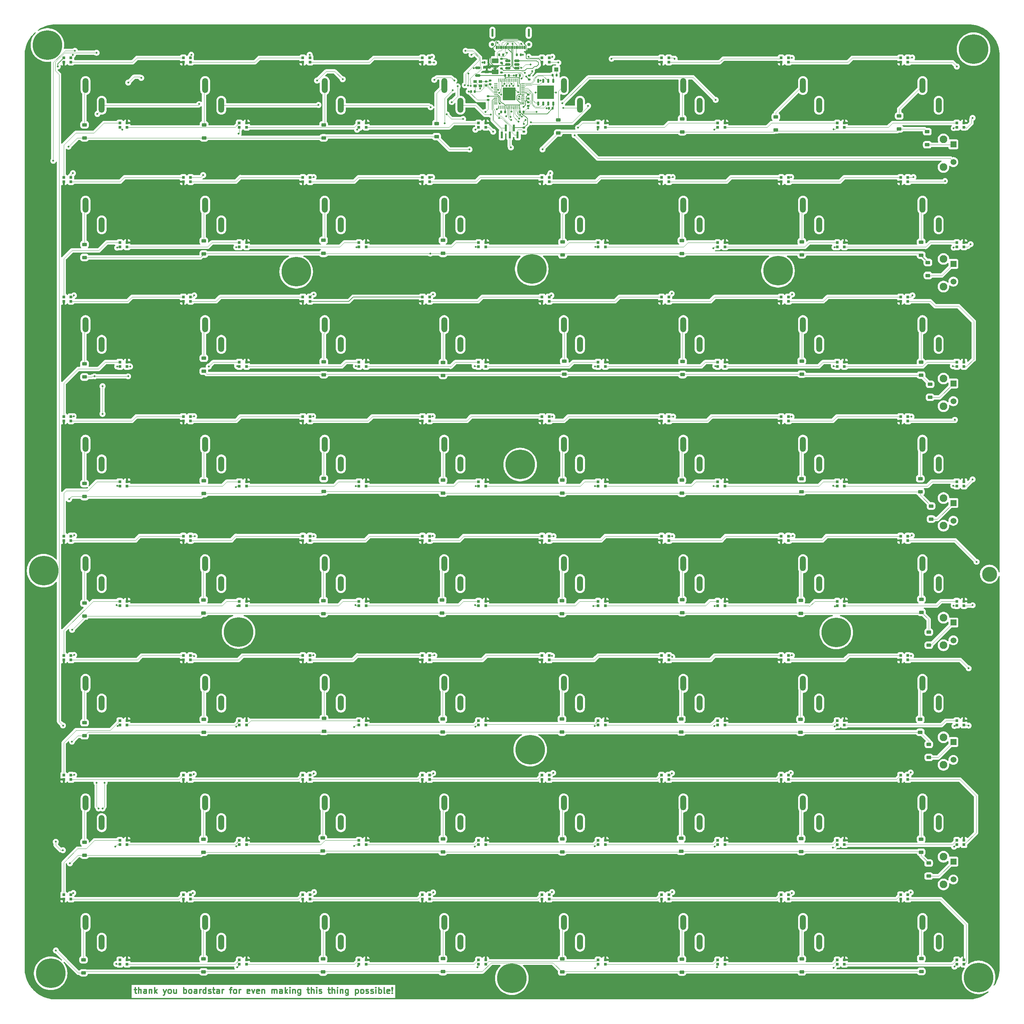
<source format=gbr>
%TF.GenerationSoftware,KiCad,Pcbnew,9.0.1*%
%TF.CreationDate,2025-06-01T15:41:15+01:00*%
%TF.ProjectId,Button MIDI Controller,42757474-6f6e-4204-9d49-444920436f6e,rev?*%
%TF.SameCoordinates,Original*%
%TF.FileFunction,Copper,L1,Top*%
%TF.FilePolarity,Positive*%
%FSLAX46Y46*%
G04 Gerber Fmt 4.6, Leading zero omitted, Abs format (unit mm)*
G04 Created by KiCad (PCBNEW 9.0.1) date 2025-06-01 15:41:15*
%MOMM*%
%LPD*%
G01*
G04 APERTURE LIST*
G04 Aperture macros list*
%AMRoundRect*
0 Rectangle with rounded corners*
0 $1 Rounding radius*
0 $2 $3 $4 $5 $6 $7 $8 $9 X,Y pos of 4 corners*
0 Add a 4 corners polygon primitive as box body*
4,1,4,$2,$3,$4,$5,$6,$7,$8,$9,$2,$3,0*
0 Add four circle primitives for the rounded corners*
1,1,$1+$1,$2,$3*
1,1,$1+$1,$4,$5*
1,1,$1+$1,$6,$7*
1,1,$1+$1,$8,$9*
0 Add four rect primitives between the rounded corners*
20,1,$1+$1,$2,$3,$4,$5,0*
20,1,$1+$1,$4,$5,$6,$7,0*
20,1,$1+$1,$6,$7,$8,$9,0*
20,1,$1+$1,$8,$9,$2,$3,0*%
G04 Aperture macros list end*
%ADD10C,0.300000*%
%TA.AperFunction,NonConductor*%
%ADD11C,0.300000*%
%TD*%
%TA.AperFunction,SMDPad,CuDef*%
%ADD12R,0.700000X0.700000*%
%TD*%
%TA.AperFunction,SMDPad,CuDef*%
%ADD13RoundRect,0.225000X0.375000X-0.225000X0.375000X0.225000X-0.375000X0.225000X-0.375000X-0.225000X0*%
%TD*%
%TA.AperFunction,SMDPad,CuDef*%
%ADD14RoundRect,0.225000X-0.375000X0.225000X-0.375000X-0.225000X0.375000X-0.225000X0.375000X0.225000X0*%
%TD*%
%TA.AperFunction,ComponentPad*%
%ADD15O,1.500000X3.800000*%
%TD*%
%TA.AperFunction,ComponentPad*%
%ADD16C,4.700000*%
%TD*%
%TA.AperFunction,ConnectorPad*%
%ADD17C,7.500000*%
%TD*%
%TA.AperFunction,SMDPad,CuDef*%
%ADD18RoundRect,0.140000X0.140000X0.170000X-0.140000X0.170000X-0.140000X-0.170000X0.140000X-0.170000X0*%
%TD*%
%TA.AperFunction,ComponentPad*%
%ADD19R,1.508000X1.508000*%
%TD*%
%TA.AperFunction,ComponentPad*%
%ADD20C,1.508000*%
%TD*%
%TA.AperFunction,ComponentPad*%
%ADD21C,1.950000*%
%TD*%
%TA.AperFunction,SMDPad,CuDef*%
%ADD22RoundRect,0.140000X-0.170000X0.140000X-0.170000X-0.140000X0.170000X-0.140000X0.170000X0.140000X0*%
%TD*%
%TA.AperFunction,SMDPad,CuDef*%
%ADD23RoundRect,0.050000X-0.050000X0.387500X-0.050000X-0.387500X0.050000X-0.387500X0.050000X0.387500X0*%
%TD*%
%TA.AperFunction,SMDPad,CuDef*%
%ADD24RoundRect,0.050000X-0.387500X0.050000X-0.387500X-0.050000X0.387500X-0.050000X0.387500X0.050000X0*%
%TD*%
%TA.AperFunction,ComponentPad*%
%ADD25C,0.600000*%
%TD*%
%TA.AperFunction,SMDPad,CuDef*%
%ADD26RoundRect,0.144000X-1.456000X1.456000X-1.456000X-1.456000X1.456000X-1.456000X1.456000X1.456000X0*%
%TD*%
%TA.AperFunction,SMDPad,CuDef*%
%ADD27RoundRect,0.135000X-0.185000X0.135000X-0.185000X-0.135000X0.185000X-0.135000X0.185000X0.135000X0*%
%TD*%
%TA.AperFunction,SMDPad,CuDef*%
%ADD28RoundRect,0.140000X-0.140000X-0.170000X0.140000X-0.170000X0.140000X0.170000X-0.140000X0.170000X0*%
%TD*%
%TA.AperFunction,SMDPad,CuDef*%
%ADD29R,0.900000X0.800000*%
%TD*%
%TA.AperFunction,SMDPad,CuDef*%
%ADD30RoundRect,0.135000X-0.135000X-0.185000X0.135000X-0.185000X0.135000X0.185000X-0.135000X0.185000X0*%
%TD*%
%TA.AperFunction,SMDPad,CuDef*%
%ADD31R,0.600000X1.750000*%
%TD*%
%TA.AperFunction,SMDPad,CuDef*%
%ADD32RoundRect,0.150000X0.512500X0.150000X-0.512500X0.150000X-0.512500X-0.150000X0.512500X-0.150000X0*%
%TD*%
%TA.AperFunction,SMDPad,CuDef*%
%ADD33R,1.000000X1.000000*%
%TD*%
%TA.AperFunction,SMDPad,CuDef*%
%ADD34RoundRect,0.135000X0.135000X0.185000X-0.135000X0.185000X-0.135000X-0.185000X0.135000X-0.185000X0*%
%TD*%
%TA.AperFunction,ComponentPad*%
%ADD35C,3.800000*%
%TD*%
%TA.AperFunction,SMDPad,CuDef*%
%ADD36RoundRect,0.150000X-0.512500X-0.150000X0.512500X-0.150000X0.512500X0.150000X-0.512500X0.150000X0*%
%TD*%
%TA.AperFunction,SMDPad,CuDef*%
%ADD37RoundRect,0.055000X-0.165000X0.465000X-0.165000X-0.465000X0.165000X-0.465000X0.165000X0.465000X0*%
%TD*%
%TA.AperFunction,SMDPad,CuDef*%
%ADD38R,4.300000X3.400000*%
%TD*%
%TA.AperFunction,SMDPad,CuDef*%
%ADD39RoundRect,0.070000X0.070000X0.345000X-0.070000X0.345000X-0.070000X-0.345000X0.070000X-0.345000X0*%
%TD*%
%TA.AperFunction,SMDPad,CuDef*%
%ADD40RoundRect,0.112500X0.112500X0.302500X-0.112500X0.302500X-0.112500X-0.302500X0.112500X-0.302500X0*%
%TD*%
%TA.AperFunction,HeatsinkPad*%
%ADD41C,0.850000*%
%TD*%
%TA.AperFunction,HeatsinkPad*%
%ADD42O,0.550000X2.050000*%
%TD*%
%TA.AperFunction,SMDPad,CuDef*%
%ADD43RoundRect,0.250000X-0.625000X0.375000X-0.625000X-0.375000X0.625000X-0.375000X0.625000X0.375000X0*%
%TD*%
%TA.AperFunction,SMDPad,CuDef*%
%ADD44RoundRect,0.135000X0.185000X-0.135000X0.185000X0.135000X-0.185000X0.135000X-0.185000X-0.135000X0*%
%TD*%
%TA.AperFunction,SMDPad,CuDef*%
%ADD45RoundRect,0.140000X0.170000X-0.140000X0.170000X0.140000X-0.170000X0.140000X-0.170000X-0.140000X0*%
%TD*%
%TA.AperFunction,ViaPad*%
%ADD46C,0.500000*%
%TD*%
%TA.AperFunction,Conductor*%
%ADD47C,0.100000*%
%TD*%
%TA.AperFunction,Conductor*%
%ADD48C,0.150000*%
%TD*%
%TA.AperFunction,Conductor*%
%ADD49C,0.200000*%
%TD*%
G04 APERTURE END LIST*
D10*
D11*
X-263429774Y77129171D02*
X-262858346Y77129171D01*
X-263215489Y77629171D02*
X-263215489Y76343457D01*
X-263215489Y76343457D02*
X-263144060Y76200600D01*
X-263144060Y76200600D02*
X-263001203Y76129171D01*
X-263001203Y76129171D02*
X-262858346Y76129171D01*
X-262358346Y76129171D02*
X-262358346Y77629171D01*
X-261715489Y76129171D02*
X-261715489Y76914885D01*
X-261715489Y76914885D02*
X-261786917Y77057742D01*
X-261786917Y77057742D02*
X-261929774Y77129171D01*
X-261929774Y77129171D02*
X-262144060Y77129171D01*
X-262144060Y77129171D02*
X-262286917Y77057742D01*
X-262286917Y77057742D02*
X-262358346Y76986314D01*
X-260358346Y76129171D02*
X-260358346Y76914885D01*
X-260358346Y76914885D02*
X-260429774Y77057742D01*
X-260429774Y77057742D02*
X-260572631Y77129171D01*
X-260572631Y77129171D02*
X-260858346Y77129171D01*
X-260858346Y77129171D02*
X-261001203Y77057742D01*
X-260358346Y76200600D02*
X-260501203Y76129171D01*
X-260501203Y76129171D02*
X-260858346Y76129171D01*
X-260858346Y76129171D02*
X-261001203Y76200600D01*
X-261001203Y76200600D02*
X-261072631Y76343457D01*
X-261072631Y76343457D02*
X-261072631Y76486314D01*
X-261072631Y76486314D02*
X-261001203Y76629171D01*
X-261001203Y76629171D02*
X-260858346Y76700600D01*
X-260858346Y76700600D02*
X-260501203Y76700600D01*
X-260501203Y76700600D02*
X-260358346Y76772028D01*
X-259644060Y77129171D02*
X-259644060Y76129171D01*
X-259644060Y76986314D02*
X-259572631Y77057742D01*
X-259572631Y77057742D02*
X-259429774Y77129171D01*
X-259429774Y77129171D02*
X-259215488Y77129171D01*
X-259215488Y77129171D02*
X-259072631Y77057742D01*
X-259072631Y77057742D02*
X-259001203Y76914885D01*
X-259001203Y76914885D02*
X-259001203Y76129171D01*
X-258286917Y76129171D02*
X-258286917Y77629171D01*
X-258144060Y76700600D02*
X-257715488Y76129171D01*
X-257715488Y77129171D02*
X-258286917Y76557742D01*
X-256072631Y77129171D02*
X-255715488Y76129171D01*
X-255358345Y77129171D02*
X-255715488Y76129171D01*
X-255715488Y76129171D02*
X-255858345Y75772028D01*
X-255858345Y75772028D02*
X-255929774Y75700600D01*
X-255929774Y75700600D02*
X-256072631Y75629171D01*
X-254572631Y76129171D02*
X-254715488Y76200600D01*
X-254715488Y76200600D02*
X-254786917Y76272028D01*
X-254786917Y76272028D02*
X-254858345Y76414885D01*
X-254858345Y76414885D02*
X-254858345Y76843457D01*
X-254858345Y76843457D02*
X-254786917Y76986314D01*
X-254786917Y76986314D02*
X-254715488Y77057742D01*
X-254715488Y77057742D02*
X-254572631Y77129171D01*
X-254572631Y77129171D02*
X-254358345Y77129171D01*
X-254358345Y77129171D02*
X-254215488Y77057742D01*
X-254215488Y77057742D02*
X-254144060Y76986314D01*
X-254144060Y76986314D02*
X-254072631Y76843457D01*
X-254072631Y76843457D02*
X-254072631Y76414885D01*
X-254072631Y76414885D02*
X-254144060Y76272028D01*
X-254144060Y76272028D02*
X-254215488Y76200600D01*
X-254215488Y76200600D02*
X-254358345Y76129171D01*
X-254358345Y76129171D02*
X-254572631Y76129171D01*
X-252786917Y77129171D02*
X-252786917Y76129171D01*
X-253429774Y77129171D02*
X-253429774Y76343457D01*
X-253429774Y76343457D02*
X-253358345Y76200600D01*
X-253358345Y76200600D02*
X-253215488Y76129171D01*
X-253215488Y76129171D02*
X-253001202Y76129171D01*
X-253001202Y76129171D02*
X-252858345Y76200600D01*
X-252858345Y76200600D02*
X-252786917Y76272028D01*
X-250929774Y76129171D02*
X-250929774Y77629171D01*
X-250929774Y77057742D02*
X-250786917Y77129171D01*
X-250786917Y77129171D02*
X-250501202Y77129171D01*
X-250501202Y77129171D02*
X-250358345Y77057742D01*
X-250358345Y77057742D02*
X-250286917Y76986314D01*
X-250286917Y76986314D02*
X-250215488Y76843457D01*
X-250215488Y76843457D02*
X-250215488Y76414885D01*
X-250215488Y76414885D02*
X-250286917Y76272028D01*
X-250286917Y76272028D02*
X-250358345Y76200600D01*
X-250358345Y76200600D02*
X-250501202Y76129171D01*
X-250501202Y76129171D02*
X-250786917Y76129171D01*
X-250786917Y76129171D02*
X-250929774Y76200600D01*
X-249358345Y76129171D02*
X-249501202Y76200600D01*
X-249501202Y76200600D02*
X-249572631Y76272028D01*
X-249572631Y76272028D02*
X-249644059Y76414885D01*
X-249644059Y76414885D02*
X-249644059Y76843457D01*
X-249644059Y76843457D02*
X-249572631Y76986314D01*
X-249572631Y76986314D02*
X-249501202Y77057742D01*
X-249501202Y77057742D02*
X-249358345Y77129171D01*
X-249358345Y77129171D02*
X-249144059Y77129171D01*
X-249144059Y77129171D02*
X-249001202Y77057742D01*
X-249001202Y77057742D02*
X-248929774Y76986314D01*
X-248929774Y76986314D02*
X-248858345Y76843457D01*
X-248858345Y76843457D02*
X-248858345Y76414885D01*
X-248858345Y76414885D02*
X-248929774Y76272028D01*
X-248929774Y76272028D02*
X-249001202Y76200600D01*
X-249001202Y76200600D02*
X-249144059Y76129171D01*
X-249144059Y76129171D02*
X-249358345Y76129171D01*
X-247572631Y76129171D02*
X-247572631Y76914885D01*
X-247572631Y76914885D02*
X-247644059Y77057742D01*
X-247644059Y77057742D02*
X-247786916Y77129171D01*
X-247786916Y77129171D02*
X-248072631Y77129171D01*
X-248072631Y77129171D02*
X-248215488Y77057742D01*
X-247572631Y76200600D02*
X-247715488Y76129171D01*
X-247715488Y76129171D02*
X-248072631Y76129171D01*
X-248072631Y76129171D02*
X-248215488Y76200600D01*
X-248215488Y76200600D02*
X-248286916Y76343457D01*
X-248286916Y76343457D02*
X-248286916Y76486314D01*
X-248286916Y76486314D02*
X-248215488Y76629171D01*
X-248215488Y76629171D02*
X-248072631Y76700600D01*
X-248072631Y76700600D02*
X-247715488Y76700600D01*
X-247715488Y76700600D02*
X-247572631Y76772028D01*
X-246858345Y76129171D02*
X-246858345Y77129171D01*
X-246858345Y76843457D02*
X-246786916Y76986314D01*
X-246786916Y76986314D02*
X-246715488Y77057742D01*
X-246715488Y77057742D02*
X-246572630Y77129171D01*
X-246572630Y77129171D02*
X-246429773Y77129171D01*
X-245286917Y76129171D02*
X-245286917Y77629171D01*
X-245286917Y76200600D02*
X-245429774Y76129171D01*
X-245429774Y76129171D02*
X-245715488Y76129171D01*
X-245715488Y76129171D02*
X-245858345Y76200600D01*
X-245858345Y76200600D02*
X-245929774Y76272028D01*
X-245929774Y76272028D02*
X-246001202Y76414885D01*
X-246001202Y76414885D02*
X-246001202Y76843457D01*
X-246001202Y76843457D02*
X-245929774Y76986314D01*
X-245929774Y76986314D02*
X-245858345Y77057742D01*
X-245858345Y77057742D02*
X-245715488Y77129171D01*
X-245715488Y77129171D02*
X-245429774Y77129171D01*
X-245429774Y77129171D02*
X-245286917Y77057742D01*
X-244644059Y76200600D02*
X-244501202Y76129171D01*
X-244501202Y76129171D02*
X-244215488Y76129171D01*
X-244215488Y76129171D02*
X-244072631Y76200600D01*
X-244072631Y76200600D02*
X-244001202Y76343457D01*
X-244001202Y76343457D02*
X-244001202Y76414885D01*
X-244001202Y76414885D02*
X-244072631Y76557742D01*
X-244072631Y76557742D02*
X-244215488Y76629171D01*
X-244215488Y76629171D02*
X-244429774Y76629171D01*
X-244429774Y76629171D02*
X-244572631Y76700600D01*
X-244572631Y76700600D02*
X-244644059Y76843457D01*
X-244644059Y76843457D02*
X-244644059Y76914885D01*
X-244644059Y76914885D02*
X-244572631Y77057742D01*
X-244572631Y77057742D02*
X-244429774Y77129171D01*
X-244429774Y77129171D02*
X-244215488Y77129171D01*
X-244215488Y77129171D02*
X-244072631Y77057742D01*
X-243572630Y77129171D02*
X-243001202Y77129171D01*
X-243358345Y77629171D02*
X-243358345Y76343457D01*
X-243358345Y76343457D02*
X-243286916Y76200600D01*
X-243286916Y76200600D02*
X-243144059Y76129171D01*
X-243144059Y76129171D02*
X-243001202Y76129171D01*
X-241858345Y76129171D02*
X-241858345Y76914885D01*
X-241858345Y76914885D02*
X-241929773Y77057742D01*
X-241929773Y77057742D02*
X-242072630Y77129171D01*
X-242072630Y77129171D02*
X-242358345Y77129171D01*
X-242358345Y77129171D02*
X-242501202Y77057742D01*
X-241858345Y76200600D02*
X-242001202Y76129171D01*
X-242001202Y76129171D02*
X-242358345Y76129171D01*
X-242358345Y76129171D02*
X-242501202Y76200600D01*
X-242501202Y76200600D02*
X-242572630Y76343457D01*
X-242572630Y76343457D02*
X-242572630Y76486314D01*
X-242572630Y76486314D02*
X-242501202Y76629171D01*
X-242501202Y76629171D02*
X-242358345Y76700600D01*
X-242358345Y76700600D02*
X-242001202Y76700600D01*
X-242001202Y76700600D02*
X-241858345Y76772028D01*
X-241144059Y76129171D02*
X-241144059Y77129171D01*
X-241144059Y76843457D02*
X-241072630Y76986314D01*
X-241072630Y76986314D02*
X-241001202Y77057742D01*
X-241001202Y77057742D02*
X-240858344Y77129171D01*
X-240858344Y77129171D02*
X-240715487Y77129171D01*
X-239286916Y77129171D02*
X-238715488Y77129171D01*
X-239072631Y76129171D02*
X-239072631Y77414885D01*
X-239072631Y77414885D02*
X-239001202Y77557742D01*
X-239001202Y77557742D02*
X-238858345Y77629171D01*
X-238858345Y77629171D02*
X-238715488Y77629171D01*
X-238001202Y76129171D02*
X-238144059Y76200600D01*
X-238144059Y76200600D02*
X-238215488Y76272028D01*
X-238215488Y76272028D02*
X-238286916Y76414885D01*
X-238286916Y76414885D02*
X-238286916Y76843457D01*
X-238286916Y76843457D02*
X-238215488Y76986314D01*
X-238215488Y76986314D02*
X-238144059Y77057742D01*
X-238144059Y77057742D02*
X-238001202Y77129171D01*
X-238001202Y77129171D02*
X-237786916Y77129171D01*
X-237786916Y77129171D02*
X-237644059Y77057742D01*
X-237644059Y77057742D02*
X-237572631Y76986314D01*
X-237572631Y76986314D02*
X-237501202Y76843457D01*
X-237501202Y76843457D02*
X-237501202Y76414885D01*
X-237501202Y76414885D02*
X-237572631Y76272028D01*
X-237572631Y76272028D02*
X-237644059Y76200600D01*
X-237644059Y76200600D02*
X-237786916Y76129171D01*
X-237786916Y76129171D02*
X-238001202Y76129171D01*
X-236858345Y76129171D02*
X-236858345Y77129171D01*
X-236858345Y76843457D02*
X-236786916Y76986314D01*
X-236786916Y76986314D02*
X-236715488Y77057742D01*
X-236715488Y77057742D02*
X-236572630Y77129171D01*
X-236572630Y77129171D02*
X-236429773Y77129171D01*
X-234215488Y76200600D02*
X-234358345Y76129171D01*
X-234358345Y76129171D02*
X-234644060Y76129171D01*
X-234644060Y76129171D02*
X-234786917Y76200600D01*
X-234786917Y76200600D02*
X-234858345Y76343457D01*
X-234858345Y76343457D02*
X-234858345Y76914885D01*
X-234858345Y76914885D02*
X-234786917Y77057742D01*
X-234786917Y77057742D02*
X-234644060Y77129171D01*
X-234644060Y77129171D02*
X-234358345Y77129171D01*
X-234358345Y77129171D02*
X-234215488Y77057742D01*
X-234215488Y77057742D02*
X-234144060Y76914885D01*
X-234144060Y76914885D02*
X-234144060Y76772028D01*
X-234144060Y76772028D02*
X-234858345Y76629171D01*
X-233644060Y77129171D02*
X-233286917Y76129171D01*
X-233286917Y76129171D02*
X-232929774Y77129171D01*
X-231786917Y76200600D02*
X-231929774Y76129171D01*
X-231929774Y76129171D02*
X-232215489Y76129171D01*
X-232215489Y76129171D02*
X-232358346Y76200600D01*
X-232358346Y76200600D02*
X-232429774Y76343457D01*
X-232429774Y76343457D02*
X-232429774Y76914885D01*
X-232429774Y76914885D02*
X-232358346Y77057742D01*
X-232358346Y77057742D02*
X-232215489Y77129171D01*
X-232215489Y77129171D02*
X-231929774Y77129171D01*
X-231929774Y77129171D02*
X-231786917Y77057742D01*
X-231786917Y77057742D02*
X-231715489Y76914885D01*
X-231715489Y76914885D02*
X-231715489Y76772028D01*
X-231715489Y76772028D02*
X-232429774Y76629171D01*
X-231072632Y77129171D02*
X-231072632Y76129171D01*
X-231072632Y76986314D02*
X-231001203Y77057742D01*
X-231001203Y77057742D02*
X-230858346Y77129171D01*
X-230858346Y77129171D02*
X-230644060Y77129171D01*
X-230644060Y77129171D02*
X-230501203Y77057742D01*
X-230501203Y77057742D02*
X-230429775Y76914885D01*
X-230429775Y76914885D02*
X-230429775Y76129171D01*
X-228572632Y76129171D02*
X-228572632Y77129171D01*
X-228572632Y76986314D02*
X-228501203Y77057742D01*
X-228501203Y77057742D02*
X-228358346Y77129171D01*
X-228358346Y77129171D02*
X-228144060Y77129171D01*
X-228144060Y77129171D02*
X-228001203Y77057742D01*
X-228001203Y77057742D02*
X-227929775Y76914885D01*
X-227929775Y76914885D02*
X-227929775Y76129171D01*
X-227929775Y76914885D02*
X-227858346Y77057742D01*
X-227858346Y77057742D02*
X-227715489Y77129171D01*
X-227715489Y77129171D02*
X-227501203Y77129171D01*
X-227501203Y77129171D02*
X-227358346Y77057742D01*
X-227358346Y77057742D02*
X-227286917Y76914885D01*
X-227286917Y76914885D02*
X-227286917Y76129171D01*
X-225929775Y76129171D02*
X-225929775Y76914885D01*
X-225929775Y76914885D02*
X-226001203Y77057742D01*
X-226001203Y77057742D02*
X-226144060Y77129171D01*
X-226144060Y77129171D02*
X-226429775Y77129171D01*
X-226429775Y77129171D02*
X-226572632Y77057742D01*
X-225929775Y76200600D02*
X-226072632Y76129171D01*
X-226072632Y76129171D02*
X-226429775Y76129171D01*
X-226429775Y76129171D02*
X-226572632Y76200600D01*
X-226572632Y76200600D02*
X-226644060Y76343457D01*
X-226644060Y76343457D02*
X-226644060Y76486314D01*
X-226644060Y76486314D02*
X-226572632Y76629171D01*
X-226572632Y76629171D02*
X-226429775Y76700600D01*
X-226429775Y76700600D02*
X-226072632Y76700600D01*
X-226072632Y76700600D02*
X-225929775Y76772028D01*
X-225215489Y76129171D02*
X-225215489Y77629171D01*
X-225072632Y76700600D02*
X-224644060Y76129171D01*
X-224644060Y77129171D02*
X-225215489Y76557742D01*
X-224001203Y76129171D02*
X-224001203Y77129171D01*
X-224001203Y77629171D02*
X-224072631Y77557742D01*
X-224072631Y77557742D02*
X-224001203Y77486314D01*
X-224001203Y77486314D02*
X-223929774Y77557742D01*
X-223929774Y77557742D02*
X-224001203Y77629171D01*
X-224001203Y77629171D02*
X-224001203Y77486314D01*
X-223286917Y77129171D02*
X-223286917Y76129171D01*
X-223286917Y76986314D02*
X-223215488Y77057742D01*
X-223215488Y77057742D02*
X-223072631Y77129171D01*
X-223072631Y77129171D02*
X-222858345Y77129171D01*
X-222858345Y77129171D02*
X-222715488Y77057742D01*
X-222715488Y77057742D02*
X-222644060Y76914885D01*
X-222644060Y76914885D02*
X-222644060Y76129171D01*
X-221286917Y77129171D02*
X-221286917Y75914885D01*
X-221286917Y75914885D02*
X-221358345Y75772028D01*
X-221358345Y75772028D02*
X-221429774Y75700600D01*
X-221429774Y75700600D02*
X-221572631Y75629171D01*
X-221572631Y75629171D02*
X-221786917Y75629171D01*
X-221786917Y75629171D02*
X-221929774Y75700600D01*
X-221286917Y76200600D02*
X-221429774Y76129171D01*
X-221429774Y76129171D02*
X-221715488Y76129171D01*
X-221715488Y76129171D02*
X-221858345Y76200600D01*
X-221858345Y76200600D02*
X-221929774Y76272028D01*
X-221929774Y76272028D02*
X-222001202Y76414885D01*
X-222001202Y76414885D02*
X-222001202Y76843457D01*
X-222001202Y76843457D02*
X-221929774Y76986314D01*
X-221929774Y76986314D02*
X-221858345Y77057742D01*
X-221858345Y77057742D02*
X-221715488Y77129171D01*
X-221715488Y77129171D02*
X-221429774Y77129171D01*
X-221429774Y77129171D02*
X-221286917Y77057742D01*
X-219644059Y77129171D02*
X-219072631Y77129171D01*
X-219429774Y77629171D02*
X-219429774Y76343457D01*
X-219429774Y76343457D02*
X-219358345Y76200600D01*
X-219358345Y76200600D02*
X-219215488Y76129171D01*
X-219215488Y76129171D02*
X-219072631Y76129171D01*
X-218572631Y76129171D02*
X-218572631Y77629171D01*
X-217929774Y76129171D02*
X-217929774Y76914885D01*
X-217929774Y76914885D02*
X-218001202Y77057742D01*
X-218001202Y77057742D02*
X-218144059Y77129171D01*
X-218144059Y77129171D02*
X-218358345Y77129171D01*
X-218358345Y77129171D02*
X-218501202Y77057742D01*
X-218501202Y77057742D02*
X-218572631Y76986314D01*
X-217215488Y76129171D02*
X-217215488Y77129171D01*
X-217215488Y77629171D02*
X-217286916Y77557742D01*
X-217286916Y77557742D02*
X-217215488Y77486314D01*
X-217215488Y77486314D02*
X-217144059Y77557742D01*
X-217144059Y77557742D02*
X-217215488Y77629171D01*
X-217215488Y77629171D02*
X-217215488Y77486314D01*
X-216572630Y76200600D02*
X-216429773Y76129171D01*
X-216429773Y76129171D02*
X-216144059Y76129171D01*
X-216144059Y76129171D02*
X-216001202Y76200600D01*
X-216001202Y76200600D02*
X-215929773Y76343457D01*
X-215929773Y76343457D02*
X-215929773Y76414885D01*
X-215929773Y76414885D02*
X-216001202Y76557742D01*
X-216001202Y76557742D02*
X-216144059Y76629171D01*
X-216144059Y76629171D02*
X-216358345Y76629171D01*
X-216358345Y76629171D02*
X-216501202Y76700600D01*
X-216501202Y76700600D02*
X-216572630Y76843457D01*
X-216572630Y76843457D02*
X-216572630Y76914885D01*
X-216572630Y76914885D02*
X-216501202Y77057742D01*
X-216501202Y77057742D02*
X-216358345Y77129171D01*
X-216358345Y77129171D02*
X-216144059Y77129171D01*
X-216144059Y77129171D02*
X-216001202Y77057742D01*
X-214358344Y77129171D02*
X-213786916Y77129171D01*
X-214144059Y77629171D02*
X-214144059Y76343457D01*
X-214144059Y76343457D02*
X-214072630Y76200600D01*
X-214072630Y76200600D02*
X-213929773Y76129171D01*
X-213929773Y76129171D02*
X-213786916Y76129171D01*
X-213286916Y76129171D02*
X-213286916Y77629171D01*
X-212644059Y76129171D02*
X-212644059Y76914885D01*
X-212644059Y76914885D02*
X-212715487Y77057742D01*
X-212715487Y77057742D02*
X-212858344Y77129171D01*
X-212858344Y77129171D02*
X-213072630Y77129171D01*
X-213072630Y77129171D02*
X-213215487Y77057742D01*
X-213215487Y77057742D02*
X-213286916Y76986314D01*
X-211929773Y76129171D02*
X-211929773Y77129171D01*
X-211929773Y77629171D02*
X-212001201Y77557742D01*
X-212001201Y77557742D02*
X-211929773Y77486314D01*
X-211929773Y77486314D02*
X-211858344Y77557742D01*
X-211858344Y77557742D02*
X-211929773Y77629171D01*
X-211929773Y77629171D02*
X-211929773Y77486314D01*
X-211215487Y77129171D02*
X-211215487Y76129171D01*
X-211215487Y76986314D02*
X-211144058Y77057742D01*
X-211144058Y77057742D02*
X-211001201Y77129171D01*
X-211001201Y77129171D02*
X-210786915Y77129171D01*
X-210786915Y77129171D02*
X-210644058Y77057742D01*
X-210644058Y77057742D02*
X-210572630Y76914885D01*
X-210572630Y76914885D02*
X-210572630Y76129171D01*
X-209215487Y77129171D02*
X-209215487Y75914885D01*
X-209215487Y75914885D02*
X-209286915Y75772028D01*
X-209286915Y75772028D02*
X-209358344Y75700600D01*
X-209358344Y75700600D02*
X-209501201Y75629171D01*
X-209501201Y75629171D02*
X-209715487Y75629171D01*
X-209715487Y75629171D02*
X-209858344Y75700600D01*
X-209215487Y76200600D02*
X-209358344Y76129171D01*
X-209358344Y76129171D02*
X-209644058Y76129171D01*
X-209644058Y76129171D02*
X-209786915Y76200600D01*
X-209786915Y76200600D02*
X-209858344Y76272028D01*
X-209858344Y76272028D02*
X-209929772Y76414885D01*
X-209929772Y76414885D02*
X-209929772Y76843457D01*
X-209929772Y76843457D02*
X-209858344Y76986314D01*
X-209858344Y76986314D02*
X-209786915Y77057742D01*
X-209786915Y77057742D02*
X-209644058Y77129171D01*
X-209644058Y77129171D02*
X-209358344Y77129171D01*
X-209358344Y77129171D02*
X-209215487Y77057742D01*
X-207358344Y77129171D02*
X-207358344Y75629171D01*
X-207358344Y77057742D02*
X-207215487Y77129171D01*
X-207215487Y77129171D02*
X-206929772Y77129171D01*
X-206929772Y77129171D02*
X-206786915Y77057742D01*
X-206786915Y77057742D02*
X-206715487Y76986314D01*
X-206715487Y76986314D02*
X-206644058Y76843457D01*
X-206644058Y76843457D02*
X-206644058Y76414885D01*
X-206644058Y76414885D02*
X-206715487Y76272028D01*
X-206715487Y76272028D02*
X-206786915Y76200600D01*
X-206786915Y76200600D02*
X-206929772Y76129171D01*
X-206929772Y76129171D02*
X-207215487Y76129171D01*
X-207215487Y76129171D02*
X-207358344Y76200600D01*
X-205786915Y76129171D02*
X-205929772Y76200600D01*
X-205929772Y76200600D02*
X-206001201Y76272028D01*
X-206001201Y76272028D02*
X-206072629Y76414885D01*
X-206072629Y76414885D02*
X-206072629Y76843457D01*
X-206072629Y76843457D02*
X-206001201Y76986314D01*
X-206001201Y76986314D02*
X-205929772Y77057742D01*
X-205929772Y77057742D02*
X-205786915Y77129171D01*
X-205786915Y77129171D02*
X-205572629Y77129171D01*
X-205572629Y77129171D02*
X-205429772Y77057742D01*
X-205429772Y77057742D02*
X-205358344Y76986314D01*
X-205358344Y76986314D02*
X-205286915Y76843457D01*
X-205286915Y76843457D02*
X-205286915Y76414885D01*
X-205286915Y76414885D02*
X-205358344Y76272028D01*
X-205358344Y76272028D02*
X-205429772Y76200600D01*
X-205429772Y76200600D02*
X-205572629Y76129171D01*
X-205572629Y76129171D02*
X-205786915Y76129171D01*
X-204715486Y76200600D02*
X-204572629Y76129171D01*
X-204572629Y76129171D02*
X-204286915Y76129171D01*
X-204286915Y76129171D02*
X-204144058Y76200600D01*
X-204144058Y76200600D02*
X-204072629Y76343457D01*
X-204072629Y76343457D02*
X-204072629Y76414885D01*
X-204072629Y76414885D02*
X-204144058Y76557742D01*
X-204144058Y76557742D02*
X-204286915Y76629171D01*
X-204286915Y76629171D02*
X-204501201Y76629171D01*
X-204501201Y76629171D02*
X-204644058Y76700600D01*
X-204644058Y76700600D02*
X-204715486Y76843457D01*
X-204715486Y76843457D02*
X-204715486Y76914885D01*
X-204715486Y76914885D02*
X-204644058Y77057742D01*
X-204644058Y77057742D02*
X-204501201Y77129171D01*
X-204501201Y77129171D02*
X-204286915Y77129171D01*
X-204286915Y77129171D02*
X-204144058Y77057742D01*
X-203501200Y76200600D02*
X-203358343Y76129171D01*
X-203358343Y76129171D02*
X-203072629Y76129171D01*
X-203072629Y76129171D02*
X-202929772Y76200600D01*
X-202929772Y76200600D02*
X-202858343Y76343457D01*
X-202858343Y76343457D02*
X-202858343Y76414885D01*
X-202858343Y76414885D02*
X-202929772Y76557742D01*
X-202929772Y76557742D02*
X-203072629Y76629171D01*
X-203072629Y76629171D02*
X-203286915Y76629171D01*
X-203286915Y76629171D02*
X-203429772Y76700600D01*
X-203429772Y76700600D02*
X-203501200Y76843457D01*
X-203501200Y76843457D02*
X-203501200Y76914885D01*
X-203501200Y76914885D02*
X-203429772Y77057742D01*
X-203429772Y77057742D02*
X-203286915Y77129171D01*
X-203286915Y77129171D02*
X-203072629Y77129171D01*
X-203072629Y77129171D02*
X-202929772Y77057742D01*
X-202215486Y76129171D02*
X-202215486Y77129171D01*
X-202215486Y77629171D02*
X-202286914Y77557742D01*
X-202286914Y77557742D02*
X-202215486Y77486314D01*
X-202215486Y77486314D02*
X-202144057Y77557742D01*
X-202144057Y77557742D02*
X-202215486Y77629171D01*
X-202215486Y77629171D02*
X-202215486Y77486314D01*
X-201501200Y76129171D02*
X-201501200Y77629171D01*
X-201501200Y77057742D02*
X-201358343Y77129171D01*
X-201358343Y77129171D02*
X-201072628Y77129171D01*
X-201072628Y77129171D02*
X-200929771Y77057742D01*
X-200929771Y77057742D02*
X-200858343Y76986314D01*
X-200858343Y76986314D02*
X-200786914Y76843457D01*
X-200786914Y76843457D02*
X-200786914Y76414885D01*
X-200786914Y76414885D02*
X-200858343Y76272028D01*
X-200858343Y76272028D02*
X-200929771Y76200600D01*
X-200929771Y76200600D02*
X-201072628Y76129171D01*
X-201072628Y76129171D02*
X-201358343Y76129171D01*
X-201358343Y76129171D02*
X-201501200Y76200600D01*
X-199929771Y76129171D02*
X-200072628Y76200600D01*
X-200072628Y76200600D02*
X-200144057Y76343457D01*
X-200144057Y76343457D02*
X-200144057Y77629171D01*
X-198786914Y76200600D02*
X-198929771Y76129171D01*
X-198929771Y76129171D02*
X-199215486Y76129171D01*
X-199215486Y76129171D02*
X-199358343Y76200600D01*
X-199358343Y76200600D02*
X-199429771Y76343457D01*
X-199429771Y76343457D02*
X-199429771Y76914885D01*
X-199429771Y76914885D02*
X-199358343Y77057742D01*
X-199358343Y77057742D02*
X-199215486Y77129171D01*
X-199215486Y77129171D02*
X-198929771Y77129171D01*
X-198929771Y77129171D02*
X-198786914Y77057742D01*
X-198786914Y77057742D02*
X-198715486Y76914885D01*
X-198715486Y76914885D02*
X-198715486Y76772028D01*
X-198715486Y76772028D02*
X-199429771Y76629171D01*
X-198072629Y76272028D02*
X-198001200Y76200600D01*
X-198001200Y76200600D02*
X-198072629Y76129171D01*
X-198072629Y76129171D02*
X-198144057Y76200600D01*
X-198144057Y76200600D02*
X-198072629Y76272028D01*
X-198072629Y76272028D02*
X-198072629Y76129171D01*
X-198072629Y76700600D02*
X-198144057Y77557742D01*
X-198144057Y77557742D02*
X-198072629Y77629171D01*
X-198072629Y77629171D02*
X-198001200Y77557742D01*
X-198001200Y77557742D02*
X-198072629Y76700600D01*
X-198072629Y76700600D02*
X-198072629Y77629171D01*
D12*
%TO.P,D90,1,DOUT*%
%TO.N,Net-(D90-DOUT)*%
X-85317000Y266414000D03*
%TO.P,D90,2,VSS*%
%TO.N,GND*%
X-85317000Y265314000D03*
%TO.P,D90,3,DIN*%
%TO.N,Net-(D89-DOUT)*%
X-83487000Y265314000D03*
%TO.P,D90,4,VDD*%
%TO.N,+5V*%
X-83487000Y266414000D03*
%TD*%
D13*
%TO.P,D40,1,K*%
%TO.N,ROW4*%
X-63970000Y172720000D03*
%TO.P,D40,2,A*%
%TO.N,Net-(D40-A)*%
X-63970000Y176020000D03*
%TD*%
D14*
%TO.P,D198,1,K*%
%TO.N,ROW5*%
X-62090000Y139230000D03*
%TO.P,D198,2,A*%
%TO.N,Net-(D198-A)*%
X-62090000Y135930000D03*
%TD*%
D13*
%TO.P,D30,1,K*%
%TO.N,ROW3*%
X-124690000Y202880000D03*
%TO.P,D30,2,A*%
%TO.N,Net-(D30-A)*%
X-124690000Y206180000D03*
%TD*%
D12*
%TO.P,D114,1,DOUT*%
%TO.N,Net-(D114-DOUT)*%
X-249201000Y221224000D03*
%TO.P,D114,2,VSS*%
%TO.N,GND*%
X-249201000Y222324000D03*
%TO.P,D114,3,DIN*%
%TO.N,Net-(D113-DOUT)*%
X-251031000Y222324000D03*
%TO.P,D114,4,VDD*%
%TO.N,+5V*%
X-251031000Y221224000D03*
%TD*%
%TO.P,D192,1,DOUT*%
%TO.N,unconnected-(D192-DOUT-Pad1)*%
X-267117000Y84614000D03*
%TO.P,D192,2,VSS*%
%TO.N,GND*%
X-267117000Y83514000D03*
%TO.P,D192,3,DIN*%
%TO.N,Net-(D191-DOUT)*%
X-265287000Y83514000D03*
%TO.P,D192,4,VDD*%
%TO.N,+5V*%
X-265287000Y84614000D03*
%TD*%
%TO.P,D109,1,DOUT*%
%TO.N,Net-(D109-DOUT)*%
X-176217000Y236114000D03*
%TO.P,D109,2,VSS*%
%TO.N,GND*%
X-176217000Y235014000D03*
%TO.P,D109,3,DIN*%
%TO.N,Net-(D108-DOUT)*%
X-174387000Y235014000D03*
%TO.P,D109,4,VDD*%
%TO.N,+5V*%
X-174387000Y236114000D03*
%TD*%
D15*
%TO.P,MX12,1,COL*%
%TO.N,COL3*%
X-180800000Y270900000D03*
%TO.P,MX12,2,ROW*%
%TO.N,Net-(D12-A)*%
X-184900000Y275900000D03*
%TD*%
D12*
%TO.P,D88,1,DOUT*%
%TO.N,Net-(D88-DOUT)*%
X-67401000Y281824000D03*
%TO.P,D88,2,VSS*%
%TO.N,GND*%
X-67401000Y282924000D03*
%TO.P,D88,3,DIN*%
%TO.N,Net-(D87-DOUT)*%
X-69231000Y282924000D03*
%TO.P,D88,4,VDD*%
%TO.N,+5V*%
X-69231000Y281824000D03*
%TD*%
D13*
%TO.P,D20,1,K*%
%TO.N,ROW2*%
X-185210000Y232710000D03*
%TO.P,D20,2,A*%
%TO.N,Net-(D20-A)*%
X-185210000Y236010000D03*
%TD*%
D12*
%TO.P,D120,1,DOUT*%
%TO.N,Net-(D120-DOUT)*%
X-67401000Y221224000D03*
%TO.P,D120,2,VSS*%
%TO.N,GND*%
X-67401000Y222324000D03*
%TO.P,D120,3,DIN*%
%TO.N,Net-(D119-DOUT)*%
X-69231000Y222324000D03*
%TO.P,D120,4,VDD*%
%TO.N,+5V*%
X-69231000Y221224000D03*
%TD*%
D13*
%TO.P,D18,1,K*%
%TO.N,ROW2*%
X-245820000Y233800000D03*
%TO.P,D18,2,A*%
%TO.N,Net-(D18-A)*%
X-245820000Y237100000D03*
%TD*%
D12*
%TO.P,D161,1,DOUT*%
%TO.N,Net-(D161-DOUT)*%
X-279501000Y130324000D03*
%TO.P,D161,2,VSS*%
%TO.N,GND*%
X-279501000Y131424000D03*
%TO.P,D161,3,DIN*%
%TO.N,Net-(D160-DOUT)*%
X-281331000Y131424000D03*
%TO.P,D161,4,VDD*%
%TO.N,+5V*%
X-281331000Y130324000D03*
%TD*%
%TO.P,D89,1,DOUT*%
%TO.N,Net-(D89-DOUT)*%
X-55017000Y266414000D03*
%TO.P,D89,2,VSS*%
%TO.N,GND*%
X-55017000Y265314000D03*
%TO.P,D89,3,DIN*%
%TO.N,Net-(D88-DOUT)*%
X-53187000Y265314000D03*
%TO.P,D89,4,VDD*%
%TO.N,+5V*%
X-53187000Y266414000D03*
%TD*%
D13*
%TO.P,D26,1,K*%
%TO.N,ROW3*%
X-245810000Y202780000D03*
%TO.P,D26,2,A*%
%TO.N,Net-(D26-A)*%
X-245810000Y206080000D03*
%TD*%
D15*
%TO.P,MX51,1,COL*%
%TO.N,COL2*%
X-211100000Y119400000D03*
%TO.P,MX51,2,ROW*%
%TO.N,Net-(D51-A)*%
X-215200000Y124400000D03*
%TD*%
D13*
%TO.P,D49,1,K*%
%TO.N,ROW6*%
X-276080000Y111130000D03*
%TO.P,D49,2,A*%
%TO.N,Net-(D49-A)*%
X-276080000Y114430000D03*
%TD*%
%TO.P,D38,1,K*%
%TO.N,ROW4*%
X-124620000Y172620000D03*
%TO.P,D38,2,A*%
%TO.N,Net-(D38-A)*%
X-124620000Y175920000D03*
%TD*%
D14*
%TO.P,D194,1,K*%
%TO.N,ROW1*%
X-62320000Y261357500D03*
%TO.P,D194,2,A*%
%TO.N,Net-(D194-A)*%
X-62320000Y258057500D03*
%TD*%
D13*
%TO.P,D29,1,K*%
%TO.N,ROW3*%
X-154950000Y202910000D03*
%TO.P,D29,2,A*%
%TO.N,Net-(D29-A)*%
X-154950000Y206210000D03*
%TD*%
D15*
%TO.P,MX22,1,COL*%
%TO.N,COL5*%
X-120200000Y240600000D03*
%TO.P,MX22,2,ROW*%
%TO.N,Net-(D22-A)*%
X-124300000Y245600000D03*
%TD*%
D13*
%TO.P,D59,1,K*%
%TO.N,ROW7*%
X-215600000Y81540000D03*
%TO.P,D59,2,A*%
%TO.N,Net-(D59-A)*%
X-215600000Y84840000D03*
%TD*%
%TO.P,D62,1,K*%
%TO.N,ROW7*%
X-124670000Y81500000D03*
%TO.P,D62,2,A*%
%TO.N,Net-(D62-A)*%
X-124670000Y84800000D03*
%TD*%
%TO.P,D60,1,K*%
%TO.N,ROW7*%
X-185250000Y81630000D03*
%TO.P,D60,2,A*%
%TO.N,Net-(D60-A)*%
X-185250000Y84930000D03*
%TD*%
D12*
%TO.P,D152,1,DOUT*%
%TO.N,Net-(D152-DOUT)*%
X-67401000Y160624000D03*
%TO.P,D152,2,VSS*%
%TO.N,GND*%
X-67401000Y161724000D03*
%TO.P,D152,3,DIN*%
%TO.N,Net-(D151-DOUT)*%
X-69231000Y161724000D03*
%TO.P,D152,4,VDD*%
%TO.N,+5V*%
X-69231000Y160624000D03*
%TD*%
D16*
%TO.P,REF\u002A\u002A,1*%
%TO.N,N/C*%
X-50760000Y315420000D03*
D17*
X-50760000Y315420000D03*
%TD*%
D13*
%TO.P,D25,1,K*%
%TO.N,ROW3*%
X-276080000Y202030000D03*
%TO.P,D25,2,A*%
%TO.N,Net-(D25-A)*%
X-276080000Y205330000D03*
%TD*%
D12*
%TO.P,D107,1,DOUT*%
%TO.N,Net-(D107-DOUT)*%
X-115617000Y236114000D03*
%TO.P,D107,2,VSS*%
%TO.N,GND*%
X-115617000Y235014000D03*
%TO.P,D107,3,DIN*%
%TO.N,Net-(D106-DOUT)*%
X-113787000Y235014000D03*
%TO.P,D107,4,VDD*%
%TO.N,+5V*%
X-113787000Y236114000D03*
%TD*%
%TO.P,D137,1,DOUT*%
%TO.N,Net-(D137-DOUT)*%
X-55017000Y175514000D03*
%TO.P,D137,2,VSS*%
%TO.N,GND*%
X-55017000Y174414000D03*
%TO.P,D137,3,DIN*%
%TO.N,Net-(D136-DOUT)*%
X-53187000Y174414000D03*
%TO.P,D137,4,VDD*%
%TO.N,+5V*%
X-53187000Y175514000D03*
%TD*%
D15*
%TO.P,MX4,1,COL*%
%TO.N,COL3*%
X-180800000Y301200000D03*
%TO.P,MX4,2,ROW*%
%TO.N,Net-(D4-A)*%
X-184900000Y306200000D03*
%TD*%
D12*
%TO.P,D133,1,DOUT*%
%TO.N,Net-(D133-DOUT)*%
X-158301000Y190924000D03*
%TO.P,D133,2,VSS*%
%TO.N,GND*%
X-158301000Y192024000D03*
%TO.P,D133,3,DIN*%
%TO.N,Net-(D132-DOUT)*%
X-160131000Y192024000D03*
%TO.P,D133,4,VDD*%
%TO.N,+5V*%
X-160131000Y190924000D03*
%TD*%
%TO.P,D113,1,DOUT*%
%TO.N,Net-(D113-DOUT)*%
X-279501000Y221224000D03*
%TO.P,D113,2,VSS*%
%TO.N,GND*%
X-279501000Y222324000D03*
%TO.P,D113,3,DIN*%
%TO.N,Net-(D112-DOUT)*%
X-281331000Y222324000D03*
%TO.P,D113,4,VDD*%
%TO.N,+5V*%
X-281331000Y221224000D03*
%TD*%
D13*
%TO.P,D32,1,K*%
%TO.N,ROW3*%
X-64260000Y203260000D03*
%TO.P,D32,2,A*%
%TO.N,Net-(D32-A)*%
X-64260000Y206560000D03*
%TD*%
D12*
%TO.P,D91,1,DOUT*%
%TO.N,Net-(D91-DOUT)*%
X-115617000Y266414000D03*
%TO.P,D91,2,VSS*%
%TO.N,GND*%
X-115617000Y265314000D03*
%TO.P,D91,3,DIN*%
%TO.N,Net-(D90-DOUT)*%
X-113787000Y265314000D03*
%TO.P,D91,4,VDD*%
%TO.N,+5V*%
X-113787000Y266414000D03*
%TD*%
%TO.P,D84,1,DOUT*%
%TO.N,Net-(D84-DOUT)*%
X-188601000Y281824000D03*
%TO.P,D84,2,VSS*%
%TO.N,GND*%
X-188601000Y282924000D03*
%TO.P,D84,3,DIN*%
%TO.N,Net-(D83-DOUT)*%
X-190431000Y282924000D03*
%TO.P,D84,4,VDD*%
%TO.N,+5V*%
X-190431000Y281824000D03*
%TD*%
D13*
%TO.P,D10,1,K*%
%TO.N,ROW1*%
X-245840000Y263500000D03*
%TO.P,D10,2,A*%
%TO.N,Net-(D10-A)*%
X-245840000Y266800000D03*
%TD*%
%TO.P,D45,1,K*%
%TO.N,ROW5*%
X-155070000Y142330000D03*
%TO.P,D45,2,A*%
%TO.N,Net-(D45-A)*%
X-155070000Y145630000D03*
%TD*%
%TO.P,D22,1,K*%
%TO.N,ROW2*%
X-124500000Y232930000D03*
%TO.P,D22,2,A*%
%TO.N,Net-(D22-A)*%
X-124500000Y236230000D03*
%TD*%
%TO.P,D64,1,K*%
%TO.N,ROW7*%
X-64010000Y81700000D03*
%TO.P,D64,2,A*%
%TO.N,Net-(D64-A)*%
X-64010000Y85000000D03*
%TD*%
D15*
%TO.P,MX2,1,COL*%
%TO.N,COL1*%
X-241400000Y301200000D03*
%TO.P,MX2,2,ROW*%
%TO.N,Net-(D2-A)*%
X-245500000Y306200000D03*
%TD*%
D12*
%TO.P,D119,1,DOUT*%
%TO.N,Net-(D119-DOUT)*%
X-97701000Y221224000D03*
%TO.P,D119,2,VSS*%
%TO.N,GND*%
X-97701000Y222324000D03*
%TO.P,D119,3,DIN*%
%TO.N,Net-(D118-DOUT)*%
X-99531000Y222324000D03*
%TO.P,D119,4,VDD*%
%TO.N,+5V*%
X-99531000Y221224000D03*
%TD*%
D13*
%TO.P,D27,1,K*%
%TO.N,ROW3*%
X-215430000Y203290000D03*
%TO.P,D27,2,A*%
%TO.N,Net-(D27-A)*%
X-215430000Y206590000D03*
%TD*%
D12*
%TO.P,D174,1,DOUT*%
%TO.N,Net-(D174-DOUT)*%
X-206517000Y114914000D03*
%TO.P,D174,2,VSS*%
%TO.N,GND*%
X-206517000Y113814000D03*
%TO.P,D174,3,DIN*%
%TO.N,Net-(D173-DOUT)*%
X-204687000Y113814000D03*
%TO.P,D174,4,VDD*%
%TO.N,+5V*%
X-204687000Y114914000D03*
%TD*%
%TO.P,D112,1,DOUT*%
%TO.N,Net-(D112-DOUT)*%
X-267117000Y236114000D03*
%TO.P,D112,2,VSS*%
%TO.N,GND*%
X-267117000Y235014000D03*
%TO.P,D112,3,DIN*%
%TO.N,Net-(D111-DOUT)*%
X-265287000Y235014000D03*
%TO.P,D112,4,VDD*%
%TO.N,+5V*%
X-265287000Y236114000D03*
%TD*%
%TO.P,D160,1,DOUT*%
%TO.N,Net-(D160-DOUT)*%
X-267117000Y145214000D03*
%TO.P,D160,2,VSS*%
%TO.N,GND*%
X-267117000Y144114000D03*
%TO.P,D160,3,DIN*%
%TO.N,Net-(D159-DOUT)*%
X-265287000Y144114000D03*
%TO.P,D160,4,VDD*%
%TO.N,+5V*%
X-265287000Y145214000D03*
%TD*%
%TO.P,D153,1,DOUT*%
%TO.N,Net-(D153-DOUT)*%
X-55017000Y145214000D03*
%TO.P,D153,2,VSS*%
%TO.N,GND*%
X-55017000Y144114000D03*
%TO.P,D153,3,DIN*%
%TO.N,Net-(D152-DOUT)*%
X-53187000Y144114000D03*
%TO.P,D153,4,VDD*%
%TO.N,+5V*%
X-53187000Y145214000D03*
%TD*%
%TO.P,D92,1,DOUT*%
%TO.N,Net-(D92-DOUT)*%
X-145917000Y266414000D03*
%TO.P,D92,2,VSS*%
%TO.N,GND*%
X-145917000Y265314000D03*
%TO.P,D92,3,DIN*%
%TO.N,Net-(D91-DOUT)*%
X-144087000Y265314000D03*
%TO.P,D92,4,VDD*%
%TO.N,+5V*%
X-144087000Y266414000D03*
%TD*%
%TO.P,D94,1,DOUT*%
%TO.N,Net-(D94-DOUT)*%
X-206517000Y266414000D03*
%TO.P,D94,2,VSS*%
%TO.N,GND*%
X-206517000Y265314000D03*
%TO.P,D94,3,DIN*%
%TO.N,Net-(D93-DOUT)*%
X-204687000Y265314000D03*
%TO.P,D94,4,VDD*%
%TO.N,+5V*%
X-204687000Y266414000D03*
%TD*%
D16*
%TO.P,REF\u002A\u002A,1*%
%TO.N,N/C*%
X-100320000Y259260000D03*
D17*
X-100320000Y259260000D03*
%TD*%
D12*
%TO.P,D69,1,DOUT*%
%TO.N,Net-(D69-DOUT)*%
X-158301000Y312124000D03*
%TO.P,D69,2,VSS*%
%TO.N,GND*%
X-158301000Y313224000D03*
%TO.P,D69,3,DIN*%
%TO.N,Net-(D68-DOUT)*%
X-160131000Y313224000D03*
%TO.P,D69,4,VDD*%
%TO.N,+5V*%
X-160131000Y312124000D03*
%TD*%
%TO.P,D188,1,DOUT*%
%TO.N,Net-(D188-DOUT)*%
X-145917000Y84614000D03*
%TO.P,D188,2,VSS*%
%TO.N,GND*%
X-145917000Y83514000D03*
%TO.P,D188,3,DIN*%
%TO.N,Net-(D187-DOUT)*%
X-144087000Y83514000D03*
%TO.P,D188,4,VDD*%
%TO.N,+5V*%
X-144087000Y84614000D03*
%TD*%
D18*
%TO.P,C9,1*%
%TO.N,+3V3*%
X-157400000Y300400000D03*
%TO.P,C9,2*%
%TO.N,GND*%
X-158360000Y300400000D03*
%TD*%
D12*
%TO.P,D72,1,DOUT*%
%TO.N,Net-(D72-DOUT)*%
X-67401000Y312124000D03*
%TO.P,D72,2,VSS*%
%TO.N,GND*%
X-67401000Y313224000D03*
%TO.P,D72,3,DIN*%
%TO.N,Net-(D71-DOUT)*%
X-69231000Y313224000D03*
%TO.P,D72,4,VDD*%
%TO.N,+5V*%
X-69231000Y312124000D03*
%TD*%
D15*
%TO.P,MX46,1,COL*%
%TO.N,COL5*%
X-120200000Y149700000D03*
%TO.P,MX46,2,ROW*%
%TO.N,Net-(D46-A)*%
X-124300000Y154700000D03*
%TD*%
%TO.P,MX55,1,COL*%
%TO.N,COL6*%
X-89900000Y119400000D03*
%TO.P,MX55,2,ROW*%
%TO.N,Net-(D55-A)*%
X-94000000Y124400000D03*
%TD*%
D14*
%TO.P,D196,1,K*%
%TO.N,ROW3*%
X-61500000Y199630000D03*
%TO.P,D196,2,A*%
%TO.N,Net-(D196-A)*%
X-61500000Y196330000D03*
%TD*%
D12*
%TO.P,D130,1,DOUT*%
%TO.N,Net-(D130-DOUT)*%
X-249201000Y190924000D03*
%TO.P,D130,2,VSS*%
%TO.N,GND*%
X-249201000Y192024000D03*
%TO.P,D130,3,DIN*%
%TO.N,Net-(D129-DOUT)*%
X-251031000Y192024000D03*
%TO.P,D130,4,VDD*%
%TO.N,+5V*%
X-251031000Y190924000D03*
%TD*%
D13*
%TO.P,D13,1,K*%
%TO.N,ROW1*%
X-154880000Y263260000D03*
%TO.P,D13,2,A*%
%TO.N,Net-(D13-A)*%
X-154880000Y266560000D03*
%TD*%
D15*
%TO.P,MX56,1,COL*%
%TO.N,COL7*%
X-59600000Y119400000D03*
%TO.P,MX56,2,ROW*%
%TO.N,Net-(D56-A)*%
X-63700000Y124400000D03*
%TD*%
D19*
%TO.P,S2,1*%
%TO.N,Net-(D194-A)*%
X-55880000Y261002000D03*
D20*
%TO.P,S2,2*%
%TO.N,COL8*%
X-55880000Y256502000D03*
D21*
%TO.P,S2,3,GND*%
%TO.N,GND*%
X-58380000Y262252000D03*
%TO.P,S2,4,GND*%
X-58380000Y255252000D03*
%TD*%
D12*
%TO.P,D132,1,DOUT*%
%TO.N,Net-(D132-DOUT)*%
X-188601000Y190924000D03*
%TO.P,D132,2,VSS*%
%TO.N,GND*%
X-188601000Y192024000D03*
%TO.P,D132,3,DIN*%
%TO.N,Net-(D131-DOUT)*%
X-190431000Y192024000D03*
%TO.P,D132,4,VDD*%
%TO.N,+5V*%
X-190431000Y190924000D03*
%TD*%
%TO.P,D175,1,DOUT*%
%TO.N,Net-(D175-DOUT)*%
X-236817000Y114914000D03*
%TO.P,D175,2,VSS*%
%TO.N,GND*%
X-236817000Y113814000D03*
%TO.P,D175,3,DIN*%
%TO.N,Net-(D174-DOUT)*%
X-234987000Y113814000D03*
%TO.P,D175,4,VDD*%
%TO.N,+5V*%
X-234987000Y114914000D03*
%TD*%
D13*
%TO.P,D47,1,K*%
%TO.N,ROW5*%
X-94600000Y142300000D03*
%TO.P,D47,2,A*%
%TO.N,Net-(D47-A)*%
X-94600000Y145600000D03*
%TD*%
D15*
%TO.P,MX48,1,COL*%
%TO.N,COL7*%
X-59600000Y149700000D03*
%TO.P,MX48,2,ROW*%
%TO.N,Net-(D48-A)*%
X-63700000Y154700000D03*
%TD*%
D19*
%TO.P,S1,1*%
%TO.N,Net-(D193-A)*%
X-55880000Y291302000D03*
D20*
%TO.P,S1,2*%
%TO.N,COL8*%
X-55880000Y286802000D03*
D21*
%TO.P,S1,3,GND*%
%TO.N,GND*%
X-58380000Y292552000D03*
%TO.P,S1,4,GND*%
X-58380000Y285552000D03*
%TD*%
D12*
%TO.P,D66,1,DOUT*%
%TO.N,Net-(D66-DOUT)*%
X-249201000Y312124000D03*
%TO.P,D66,2,VSS*%
%TO.N,GND*%
X-249201000Y313224000D03*
%TO.P,D66,3,DIN*%
%TO.N,Net-(D65-DOUT)*%
X-251031000Y313224000D03*
%TO.P,D66,4,VDD*%
%TO.N,+5V*%
X-251031000Y312124000D03*
%TD*%
D13*
%TO.P,D5,1,K*%
%TO.N,ROW0*%
X-156010000Y294170000D03*
%TO.P,D5,2,A*%
%TO.N,Net-(D5-A)*%
X-156010000Y297470000D03*
%TD*%
D15*
%TO.P,MX40,1,COL*%
%TO.N,COL7*%
X-59600000Y180000000D03*
%TO.P,MX40,2,ROW*%
%TO.N,Net-(D40-A)*%
X-63700000Y185000000D03*
%TD*%
D12*
%TO.P,D95,1,DOUT*%
%TO.N,Net-(D95-DOUT)*%
X-236817000Y266414000D03*
%TO.P,D95,2,VSS*%
%TO.N,GND*%
X-236817000Y265314000D03*
%TO.P,D95,3,DIN*%
%TO.N,Net-(D94-DOUT)*%
X-234987000Y265314000D03*
%TO.P,D95,4,VDD*%
%TO.N,+5V*%
X-234987000Y266414000D03*
%TD*%
D15*
%TO.P,MX47,1,COL*%
%TO.N,COL6*%
X-89900000Y149700000D03*
%TO.P,MX47,2,ROW*%
%TO.N,Net-(D47-A)*%
X-94000000Y154700000D03*
%TD*%
D22*
%TO.P,C6,1*%
%TO.N,+1V1*%
X-163600000Y302000000D03*
%TO.P,C6,2*%
%TO.N,GND*%
X-163600000Y301040000D03*
%TD*%
D12*
%TO.P,D186,1,DOUT*%
%TO.N,Net-(D186-DOUT)*%
X-85317000Y84614000D03*
%TO.P,D186,2,VSS*%
%TO.N,GND*%
X-85317000Y83514000D03*
%TO.P,D186,3,DIN*%
%TO.N,Net-(D185-DOUT)*%
X-83487000Y83514000D03*
%TO.P,D186,4,VDD*%
%TO.N,+5V*%
X-83487000Y84614000D03*
%TD*%
%TO.P,D77,1,DOUT*%
%TO.N,Net-(D77-DOUT)*%
X-176217000Y296714000D03*
%TO.P,D77,2,VSS*%
%TO.N,GND*%
X-176217000Y295614000D03*
%TO.P,D77,3,DIN*%
%TO.N,Net-(D76-DOUT)*%
X-174387000Y295614000D03*
%TO.P,D77,4,VDD*%
%TO.N,+5V*%
X-174387000Y296714000D03*
%TD*%
%TO.P,D80,1,DOUT*%
%TO.N,Net-(D80-DOUT)*%
X-267117000Y296714000D03*
%TO.P,D80,2,VSS*%
%TO.N,GND*%
X-267117000Y295614000D03*
%TO.P,D80,3,DIN*%
%TO.N,Net-(D79-DOUT)*%
X-265287000Y295614000D03*
%TO.P,D80,4,VDD*%
%TO.N,+5V*%
X-265287000Y296714000D03*
%TD*%
%TO.P,D129,1,DOUT*%
%TO.N,Net-(D129-DOUT)*%
X-279501000Y190924000D03*
%TO.P,D129,2,VSS*%
%TO.N,GND*%
X-279501000Y192024000D03*
%TO.P,D129,3,DIN*%
%TO.N,Net-(D128-DOUT)*%
X-281331000Y192024000D03*
%TO.P,D129,4,VDD*%
%TO.N,+5V*%
X-281331000Y190924000D03*
%TD*%
%TO.P,D158,1,DOUT*%
%TO.N,Net-(D158-DOUT)*%
X-206517000Y145214000D03*
%TO.P,D158,2,VSS*%
%TO.N,GND*%
X-206517000Y144114000D03*
%TO.P,D158,3,DIN*%
%TO.N,Net-(D157-DOUT)*%
X-204687000Y144114000D03*
%TO.P,D158,4,VDD*%
%TO.N,+5V*%
X-204687000Y145214000D03*
%TD*%
D23*
%TO.P,U1,1,IOVDD*%
%TO.N,+3V3*%
X-165837500Y307537500D03*
%TO.P,U1,2,GPIO0*%
%TO.N,LED_DIN*%
X-166237500Y307537500D03*
%TO.P,U1,3,GPIO1*%
%TO.N,unconnected-(U1-GPIO1-Pad3)*%
X-166637500Y307537500D03*
%TO.P,U1,4,GPIO2*%
%TO.N,unconnected-(U1-GPIO2-Pad4)*%
X-167037500Y307537500D03*
%TO.P,U1,5,GPIO3*%
%TO.N,ROW0*%
X-167437500Y307537500D03*
%TO.P,U1,6,GPIO4*%
%TO.N,unconnected-(U1-GPIO4-Pad6)*%
X-167837500Y307537500D03*
%TO.P,U1,7,GPIO5*%
%TO.N,ROW1*%
X-168237500Y307537500D03*
%TO.P,U1,8,GPIO6*%
%TO.N,ROW3*%
X-168637500Y307537500D03*
%TO.P,U1,9,GPIO7*%
%TO.N,ROW4*%
X-169037500Y307537500D03*
%TO.P,U1,10,IOVDD*%
%TO.N,+3V3*%
X-169437500Y307537500D03*
%TO.P,U1,11,GPIO8*%
%TO.N,ROW5*%
X-169837500Y307537500D03*
%TO.P,U1,12,GPIO9*%
%TO.N,ROW6*%
X-170237500Y307537500D03*
%TO.P,U1,13,GPIO10*%
%TO.N,ROW7*%
X-170637500Y307537500D03*
%TO.P,U1,14,GPIO11*%
%TO.N,ROW2*%
X-171037500Y307537500D03*
D24*
%TO.P,U1,15,GPIO12*%
%TO.N,unconnected-(U1-GPIO12-Pad15)*%
X-171875000Y306700000D03*
%TO.P,U1,16,GPIO13*%
%TO.N,unconnected-(U1-GPIO13-Pad16)*%
X-171875000Y306300000D03*
%TO.P,U1,17,GPIO14*%
%TO.N,unconnected-(U1-GPIO14-Pad17)*%
X-171875000Y305900000D03*
%TO.P,U1,18,GPIO15*%
%TO.N,unconnected-(U1-GPIO15-Pad18)*%
X-171875000Y305500000D03*
%TO.P,U1,19,TESTEN*%
%TO.N,GND*%
X-171875000Y305100000D03*
%TO.P,U1,20,XTAL_IN*%
%TO.N,XTAL_IN*%
X-171875000Y304700000D03*
%TO.P,U1,21,XTAL_OUT*%
%TO.N,Net-(U1-XTAL_OUT)*%
X-171875000Y304300000D03*
%TO.P,U1,22,IOVDD*%
%TO.N,+3V3*%
X-171875000Y303900000D03*
%TO.P,U1,23,DVDD*%
%TO.N,+1V1*%
X-171875000Y303500000D03*
%TO.P,U1,24,SWCLK*%
%TO.N,SWCLK*%
X-171875000Y303100000D03*
%TO.P,U1,25,SWDIO*%
%TO.N,SWDIO*%
X-171875000Y302700000D03*
%TO.P,U1,26,~{RUN}*%
%TO.N,~{RESET}*%
X-171875000Y302300000D03*
%TO.P,U1,27,GPIO16*%
%TO.N,unconnected-(U1-GPIO16-Pad27)*%
X-171875000Y301900000D03*
%TO.P,U1,28,GPIO17*%
%TO.N,unconnected-(U1-GPIO17-Pad28)*%
X-171875000Y301500000D03*
D23*
%TO.P,U1,29,GPIO18*%
%TO.N,COL8*%
X-171037500Y300662500D03*
%TO.P,U1,30,GPIO19*%
%TO.N,unconnected-(U1-GPIO19-Pad30)*%
X-170637500Y300662500D03*
%TO.P,U1,31,GPIO20*%
%TO.N,unconnected-(U1-GPIO20-Pad31)*%
X-170237500Y300662500D03*
%TO.P,U1,32,GPIO21*%
%TO.N,unconnected-(U1-GPIO21-Pad32)*%
X-169837500Y300662500D03*
%TO.P,U1,33,IOVDD*%
%TO.N,+3V3*%
X-169437500Y300662500D03*
%TO.P,U1,34,GPIO22*%
%TO.N,COL0*%
X-169037500Y300662500D03*
%TO.P,U1,35,GPIO23*%
%TO.N,COL1*%
X-168637500Y300662500D03*
%TO.P,U1,36,GPIO24*%
%TO.N,COL2*%
X-168237500Y300662500D03*
%TO.P,U1,37,GPIO25*%
%TO.N,COL3*%
X-167837500Y300662500D03*
%TO.P,U1,38,GPIO26/ADC0*%
%TO.N,COL7*%
X-167437500Y300662500D03*
%TO.P,U1,39,GPIO27/ADC1*%
%TO.N,COL6*%
X-167037500Y300662500D03*
%TO.P,U1,40,GPIO28/ADC2*%
%TO.N,COL5*%
X-166637500Y300662500D03*
%TO.P,U1,41,GPIO29/ADC3*%
%TO.N,COL4*%
X-166237500Y300662500D03*
%TO.P,U1,42,IOVDD*%
%TO.N,+3V3*%
X-165837500Y300662500D03*
D24*
%TO.P,U1,43,ADC_AVDD*%
X-165000000Y301500000D03*
%TO.P,U1,44,VREG_VIN*%
X-165000000Y301900000D03*
%TO.P,U1,45,VREG_VOUT*%
%TO.N,+1V1*%
X-165000000Y302300000D03*
%TO.P,U1,46,D-*%
%TO.N,Net-(U1-D-)*%
X-165000000Y302700000D03*
%TO.P,U1,47,D+*%
%TO.N,Net-(U1-D+)*%
X-165000000Y303100000D03*
%TO.P,U1,48,USB_VDD*%
%TO.N,+3V3*%
X-165000000Y303500000D03*
%TO.P,U1,49,IOVDD*%
X-165000000Y303900000D03*
%TO.P,U1,50,DVDD*%
%TO.N,+1V1*%
X-165000000Y304300000D03*
%TO.P,U1,51,QSPI_SD3*%
%TO.N,QSPI_SD3*%
X-165000000Y304700000D03*
%TO.P,U1,52,QSPI_SCLK*%
%TO.N,QSPI_SCLK*%
X-165000000Y305100000D03*
%TO.P,U1,53,QSPI_SD0*%
%TO.N,QSPI_SD0*%
X-165000000Y305500000D03*
%TO.P,U1,54,QSPI_SD2*%
%TO.N,QSPI_SD2*%
X-165000000Y305900000D03*
%TO.P,U1,55,QSPI_SD1*%
%TO.N,QSPI_SD1*%
X-165000000Y306300000D03*
%TO.P,U1,56,QSPI_SS_N*%
%TO.N,QSPI_SS_N*%
X-165000000Y306700000D03*
D25*
%TO.P,U1,57,GND*%
%TO.N,GND*%
X-167162500Y305375000D03*
X-168437500Y305375000D03*
X-169712500Y305375000D03*
X-167162500Y304100000D03*
X-168437500Y304100000D03*
D26*
X-168437500Y304100000D03*
D25*
X-169712500Y304100000D03*
X-167162500Y302825000D03*
X-168437500Y302825000D03*
X-169712500Y302825000D03*
%TD*%
D12*
%TO.P,D148,1,DOUT*%
%TO.N,Net-(D148-DOUT)*%
X-188601000Y160624000D03*
%TO.P,D148,2,VSS*%
%TO.N,GND*%
X-188601000Y161724000D03*
%TO.P,D148,3,DIN*%
%TO.N,Net-(D147-DOUT)*%
X-190431000Y161724000D03*
%TO.P,D148,4,VDD*%
%TO.N,+5V*%
X-190431000Y160624000D03*
%TD*%
D15*
%TO.P,MX42,1,COL*%
%TO.N,COL1*%
X-241400000Y149700000D03*
%TO.P,MX42,2,ROW*%
%TO.N,Net-(D42-A)*%
X-245500000Y154700000D03*
%TD*%
D13*
%TO.P,D39,1,K*%
%TO.N,ROW4*%
X-94520000Y172450000D03*
%TO.P,D39,2,A*%
%TO.N,Net-(D39-A)*%
X-94520000Y175750000D03*
%TD*%
D12*
%TO.P,D187,1,DOUT*%
%TO.N,Net-(D187-DOUT)*%
X-115617000Y84614000D03*
%TO.P,D187,2,VSS*%
%TO.N,GND*%
X-115617000Y83514000D03*
%TO.P,D187,3,DIN*%
%TO.N,Net-(D186-DOUT)*%
X-113787000Y83514000D03*
%TO.P,D187,4,VDD*%
%TO.N,+5V*%
X-113787000Y84614000D03*
%TD*%
%TO.P,D110,1,DOUT*%
%TO.N,Net-(D110-DOUT)*%
X-206517000Y236114000D03*
%TO.P,D110,2,VSS*%
%TO.N,GND*%
X-206517000Y235014000D03*
%TO.P,D110,3,DIN*%
%TO.N,Net-(D109-DOUT)*%
X-204687000Y235014000D03*
%TO.P,D110,4,VDD*%
%TO.N,+5V*%
X-204687000Y236114000D03*
%TD*%
D15*
%TO.P,MX53,1,COL*%
%TO.N,COL4*%
X-150500000Y119400000D03*
%TO.P,MX53,2,ROW*%
%TO.N,Net-(D53-A)*%
X-154600000Y124400000D03*
%TD*%
D13*
%TO.P,D51,1,K*%
%TO.N,ROW6*%
X-215690000Y112190000D03*
%TO.P,D51,2,A*%
%TO.N,Net-(D51-A)*%
X-215690000Y115490000D03*
%TD*%
D12*
%TO.P,D177,1,DOUT*%
%TO.N,Net-(D177-DOUT)*%
X-279501000Y100024000D03*
%TO.P,D177,2,VSS*%
%TO.N,GND*%
X-279501000Y101124000D03*
%TO.P,D177,3,DIN*%
%TO.N,Net-(D176-DOUT)*%
X-281331000Y101124000D03*
%TO.P,D177,4,VDD*%
%TO.N,+5V*%
X-281331000Y100024000D03*
%TD*%
%TO.P,D154,1,DOUT*%
%TO.N,Net-(D154-DOUT)*%
X-85317000Y145214000D03*
%TO.P,D154,2,VSS*%
%TO.N,GND*%
X-85317000Y144114000D03*
%TO.P,D154,3,DIN*%
%TO.N,Net-(D153-DOUT)*%
X-83487000Y144114000D03*
%TO.P,D154,4,VDD*%
%TO.N,+5V*%
X-83487000Y145214000D03*
%TD*%
%TO.P,D100,1,DOUT*%
%TO.N,Net-(D100-DOUT)*%
X-188601000Y251524000D03*
%TO.P,D100,2,VSS*%
%TO.N,GND*%
X-188601000Y252624000D03*
%TO.P,D100,3,DIN*%
%TO.N,Net-(D100-DIN)*%
X-190431000Y252624000D03*
%TO.P,D100,4,VDD*%
%TO.N,+5V*%
X-190431000Y251524000D03*
%TD*%
D15*
%TO.P,MX38,1,COL*%
%TO.N,COL5*%
X-120200000Y180000000D03*
%TO.P,MX38,2,ROW*%
%TO.N,Net-(D38-A)*%
X-124300000Y185000000D03*
%TD*%
D13*
%TO.P,D35,1,K*%
%TO.N,ROW4*%
X-215490000Y172350000D03*
%TO.P,D35,2,A*%
%TO.N,Net-(D35-A)*%
X-215490000Y175650000D03*
%TD*%
D12*
%TO.P,D134,1,DOUT*%
%TO.N,Net-(D134-DOUT)*%
X-128001000Y190924000D03*
%TO.P,D134,2,VSS*%
%TO.N,GND*%
X-128001000Y192024000D03*
%TO.P,D134,3,DIN*%
%TO.N,Net-(D133-DOUT)*%
X-129831000Y192024000D03*
%TO.P,D134,4,VDD*%
%TO.N,+5V*%
X-129831000Y190924000D03*
%TD*%
%TO.P,D151,1,DOUT*%
%TO.N,Net-(D151-DOUT)*%
X-97701000Y160624000D03*
%TO.P,D151,2,VSS*%
%TO.N,GND*%
X-97701000Y161724000D03*
%TO.P,D151,3,DIN*%
%TO.N,Net-(D150-DOUT)*%
X-99531000Y161724000D03*
%TO.P,D151,4,VDD*%
%TO.N,+5V*%
X-99531000Y160624000D03*
%TD*%
D15*
%TO.P,MX37,1,COL*%
%TO.N,COL4*%
X-150500000Y180000000D03*
%TO.P,MX37,2,ROW*%
%TO.N,Net-(D37-A)*%
X-154600000Y185000000D03*
%TD*%
D13*
%TO.P,D42,1,K*%
%TO.N,ROW5*%
X-245820000Y142280000D03*
%TO.P,D42,2,A*%
%TO.N,Net-(D42-A)*%
X-245820000Y145580000D03*
%TD*%
D15*
%TO.P,MX61,1,COL*%
%TO.N,COL4*%
X-150500000Y89100000D03*
%TO.P,MX61,2,ROW*%
%TO.N,Net-(D61-A)*%
X-154600000Y94100000D03*
%TD*%
D27*
%TO.P,R4,1*%
%TO.N,D_N*%
X-170400000Y313000000D03*
%TO.P,R4,2*%
%TO.N,Net-(U1-D-)*%
X-170400000Y311980000D03*
%TD*%
D19*
%TO.P,S5,1*%
%TO.N,Net-(D197-A)*%
X-55880000Y170102000D03*
D20*
%TO.P,S5,2*%
%TO.N,COL8*%
X-55880000Y165602000D03*
D21*
%TO.P,S5,3,GND*%
%TO.N,GND*%
X-58380000Y171352000D03*
%TO.P,S5,4,GND*%
X-58380000Y164352000D03*
%TD*%
D13*
%TO.P,D19,1,K*%
%TO.N,ROW2*%
X-215420000Y232900000D03*
%TO.P,D19,2,A*%
%TO.N,Net-(D19-A)*%
X-215420000Y236200000D03*
%TD*%
%TO.P,D53,1,K*%
%TO.N,ROW6*%
X-154990000Y111990000D03*
%TO.P,D53,2,A*%
%TO.N,Net-(D53-A)*%
X-154990000Y115290000D03*
%TD*%
D12*
%TO.P,D126,1,DOUT*%
%TO.N,Net-(D126-DOUT)*%
X-206517000Y205814000D03*
%TO.P,D126,2,VSS*%
%TO.N,GND*%
X-206517000Y204714000D03*
%TO.P,D126,3,DIN*%
%TO.N,Net-(D125-DOUT)*%
X-204687000Y204714000D03*
%TO.P,D126,4,VDD*%
%TO.N,+5V*%
X-204687000Y205814000D03*
%TD*%
D28*
%TO.P,C11,1*%
%TO.N,+3V3*%
X-169460000Y308750000D03*
%TO.P,C11,2*%
%TO.N,GND*%
X-168500000Y308750000D03*
%TD*%
D12*
%TO.P,D139,1,DOUT*%
%TO.N,Net-(D139-DOUT)*%
X-115617000Y175514000D03*
%TO.P,D139,2,VSS*%
%TO.N,GND*%
X-115617000Y174414000D03*
%TO.P,D139,3,DIN*%
%TO.N,Net-(D138-DOUT)*%
X-113787000Y174414000D03*
%TO.P,D139,4,VDD*%
%TO.N,+5V*%
X-113787000Y175514000D03*
%TD*%
%TO.P,D103,1,DOUT*%
%TO.N,Net-(D103-DOUT)*%
X-97701000Y251524000D03*
%TO.P,D103,2,VSS*%
%TO.N,GND*%
X-97701000Y252624000D03*
%TO.P,D103,3,DIN*%
%TO.N,Net-(D102-DOUT)*%
X-99531000Y252624000D03*
%TO.P,D103,4,VDD*%
%TO.N,+5V*%
X-99531000Y251524000D03*
%TD*%
%TO.P,D106,1,DOUT*%
%TO.N,Net-(D106-DOUT)*%
X-85317000Y236114000D03*
%TO.P,D106,2,VSS*%
%TO.N,GND*%
X-85317000Y235014000D03*
%TO.P,D106,3,DIN*%
%TO.N,Net-(D105-DOUT)*%
X-83487000Y235014000D03*
%TO.P,D106,4,VDD*%
%TO.N,+5V*%
X-83487000Y236114000D03*
%TD*%
D29*
%TO.P,Y1,1,1*%
%TO.N,XTAL_IN*%
X-177100000Y306100000D03*
%TO.P,Y1,2,2*%
%TO.N,GND*%
X-175700000Y306100000D03*
%TO.P,Y1,3,3*%
%TO.N,XTAL_OUT*%
X-175700000Y307200000D03*
%TO.P,Y1,4,4*%
%TO.N,GND*%
X-177100000Y307200000D03*
%TD*%
D12*
%TO.P,D87,1,DOUT*%
%TO.N,Net-(D87-DOUT)*%
X-97701000Y281824000D03*
%TO.P,D87,2,VSS*%
%TO.N,GND*%
X-97701000Y282924000D03*
%TO.P,D87,3,DIN*%
%TO.N,Net-(D86-DOUT)*%
X-99531000Y282924000D03*
%TO.P,D87,4,VDD*%
%TO.N,+5V*%
X-99531000Y281824000D03*
%TD*%
%TO.P,D184,1,DOUT*%
%TO.N,Net-(D184-DOUT)*%
X-67401000Y100024000D03*
%TO.P,D184,2,VSS*%
%TO.N,GND*%
X-67401000Y101124000D03*
%TO.P,D184,3,DIN*%
%TO.N,Net-(D183-DOUT)*%
X-69231000Y101124000D03*
%TO.P,D184,4,VDD*%
%TO.N,+5V*%
X-69231000Y100024000D03*
%TD*%
D30*
%TO.P,R7,1*%
%TO.N,Net-(J2-CC1)*%
X-166510000Y314000000D03*
%TO.P,R7,2*%
%TO.N,GND*%
X-165490000Y314000000D03*
%TD*%
D12*
%TO.P,D65,1,DOUT*%
%TO.N,Net-(D65-DOUT)*%
X-279501000Y312124000D03*
%TO.P,D65,2,VSS*%
%TO.N,GND*%
X-279501000Y313224000D03*
%TO.P,D65,3,DIN*%
%TO.N,Net-(D65-DIN)*%
X-281331000Y313224000D03*
%TO.P,D65,4,VDD*%
%TO.N,+5V*%
X-281331000Y312124000D03*
%TD*%
D14*
%TO.P,D193,1,K*%
%TO.N,ROW0*%
X-62490000Y294497500D03*
%TO.P,D193,2,A*%
%TO.N,Net-(D193-A)*%
X-62490000Y291197500D03*
%TD*%
D16*
%TO.P,REF\u002A\u002A,1*%
%TO.N,N/C*%
X-222420000Y259010000D03*
D17*
X-222420000Y259010000D03*
%TD*%
D19*
%TO.P,S3,1*%
%TO.N,Net-(D195-A)*%
X-55880000Y230702000D03*
D20*
%TO.P,S3,2*%
%TO.N,COL8*%
X-55880000Y226202000D03*
D21*
%TO.P,S3,3,GND*%
%TO.N,GND*%
X-58380000Y231952000D03*
%TO.P,S3,4,GND*%
X-58380000Y224952000D03*
%TD*%
D16*
%TO.P,REF\u002A\u002A,1*%
%TO.N,N/C*%
X-286430000Y183240000D03*
D17*
X-286430000Y183240000D03*
%TD*%
D12*
%TO.P,D99,1,DOUT*%
%TO.N,Net-(D100-DIN)*%
X-218901000Y251524000D03*
%TO.P,D99,2,VSS*%
%TO.N,GND*%
X-218901000Y252624000D03*
%TO.P,D99,3,DIN*%
%TO.N,Net-(D98-DOUT)*%
X-220731000Y252624000D03*
%TO.P,D99,4,VDD*%
%TO.N,+5V*%
X-220731000Y251524000D03*
%TD*%
D13*
%TO.P,D14,1,K*%
%TO.N,ROW1*%
X-124650000Y263620000D03*
%TO.P,D14,2,A*%
%TO.N,Net-(D14-A)*%
X-124650000Y266920000D03*
%TD*%
D12*
%TO.P,D165,1,DOUT*%
%TO.N,Net-(D165-DOUT)*%
X-158301000Y130324000D03*
%TO.P,D165,2,VSS*%
%TO.N,GND*%
X-158301000Y131424000D03*
%TO.P,D165,3,DIN*%
%TO.N,Net-(D164-DOUT)*%
X-160131000Y131424000D03*
%TO.P,D165,4,VDD*%
%TO.N,+5V*%
X-160131000Y130324000D03*
%TD*%
D13*
%TO.P,D28,1,K*%
%TO.N,ROW3*%
X-185210000Y202890000D03*
%TO.P,D28,2,A*%
%TO.N,Net-(D28-A)*%
X-185210000Y206190000D03*
%TD*%
D12*
%TO.P,D156,1,DOUT*%
%TO.N,Net-(D156-DOUT)*%
X-145917000Y145214000D03*
%TO.P,D156,2,VSS*%
%TO.N,GND*%
X-145917000Y144114000D03*
%TO.P,D156,3,DIN*%
%TO.N,Net-(D155-DOUT)*%
X-144087000Y144114000D03*
%TO.P,D156,4,VDD*%
%TO.N,+5V*%
X-144087000Y145214000D03*
%TD*%
%TO.P,D75,1,DOUT*%
%TO.N,Net-(D75-DOUT)*%
X-115617000Y296714000D03*
%TO.P,D75,2,VSS*%
%TO.N,GND*%
X-115617000Y295614000D03*
%TO.P,D75,3,DIN*%
%TO.N,Net-(D74-DOUT)*%
X-113787000Y295614000D03*
%TO.P,D75,4,VDD*%
%TO.N,+5V*%
X-113787000Y296714000D03*
%TD*%
D15*
%TO.P,MX52,1,COL*%
%TO.N,COL3*%
X-180800000Y119400000D03*
%TO.P,MX52,2,ROW*%
%TO.N,Net-(D52-A)*%
X-184900000Y124400000D03*
%TD*%
D16*
%TO.P,REF\u002A\u002A,1*%
%TO.N,N/C*%
X-162720000Y259720000D03*
D17*
X-162720000Y259720000D03*
%TD*%
D16*
%TO.P,REF\u002A\u002A,1*%
%TO.N,N/C*%
X-165660000Y210150000D03*
D17*
X-165660000Y210150000D03*
%TD*%
D15*
%TO.P,MX50,1,COL*%
%TO.N,COL1*%
X-241400000Y119400000D03*
%TO.P,MX50,2,ROW*%
%TO.N,Net-(D50-A)*%
X-245500000Y124400000D03*
%TD*%
D12*
%TO.P,D164,1,DOUT*%
%TO.N,Net-(D164-DOUT)*%
X-188601000Y130324000D03*
%TO.P,D164,2,VSS*%
%TO.N,GND*%
X-188601000Y131424000D03*
%TO.P,D164,3,DIN*%
%TO.N,Net-(D163-DOUT)*%
X-190431000Y131424000D03*
%TO.P,D164,4,VDD*%
%TO.N,+5V*%
X-190431000Y130324000D03*
%TD*%
D13*
%TO.P,D50,1,K*%
%TO.N,ROW6*%
X-245940000Y111900000D03*
%TO.P,D50,2,A*%
%TO.N,Net-(D50-A)*%
X-245940000Y115200000D03*
%TD*%
D28*
%TO.P,C12,1*%
%TO.N,+3V3*%
X-165730000Y299500000D03*
%TO.P,C12,2*%
%TO.N,GND*%
X-164770000Y299500000D03*
%TD*%
D13*
%TO.P,D48,1,K*%
%TO.N,ROW5*%
X-64280000Y142310000D03*
%TO.P,D48,2,A*%
%TO.N,Net-(D48-A)*%
X-64280000Y145610000D03*
%TD*%
D15*
%TO.P,MX14,1,COL*%
%TO.N,COL5*%
X-120200000Y270900000D03*
%TO.P,MX14,2,ROW*%
%TO.N,Net-(D14-A)*%
X-124300000Y275900000D03*
%TD*%
D12*
%TO.P,D168,1,DOUT*%
%TO.N,Net-(D168-DOUT)*%
X-67401000Y130324000D03*
%TO.P,D168,2,VSS*%
%TO.N,GND*%
X-67401000Y131424000D03*
%TO.P,D168,3,DIN*%
%TO.N,Net-(D167-DOUT)*%
X-69231000Y131424000D03*
%TO.P,D168,4,VDD*%
%TO.N,+5V*%
X-69231000Y130324000D03*
%TD*%
%TO.P,D190,1,DOUT*%
%TO.N,Net-(D190-DOUT)*%
X-206517000Y84614000D03*
%TO.P,D190,2,VSS*%
%TO.N,GND*%
X-206517000Y83514000D03*
%TO.P,D190,3,DIN*%
%TO.N,Net-(D189-DOUT)*%
X-204687000Y83514000D03*
%TO.P,D190,4,VDD*%
%TO.N,+5V*%
X-204687000Y84614000D03*
%TD*%
%TO.P,D82,1,DOUT*%
%TO.N,Net-(D82-DOUT)*%
X-249201000Y281824000D03*
%TO.P,D82,2,VSS*%
%TO.N,GND*%
X-249201000Y282924000D03*
%TO.P,D82,3,DIN*%
%TO.N,Net-(D81-DOUT)*%
X-251031000Y282924000D03*
%TO.P,D82,4,VDD*%
%TO.N,+5V*%
X-251031000Y281824000D03*
%TD*%
%TO.P,D70,1,DOUT*%
%TO.N,Net-(D70-DOUT)*%
X-128001000Y312124000D03*
%TO.P,D70,2,VSS*%
%TO.N,GND*%
X-128001000Y313224000D03*
%TO.P,D70,3,DIN*%
%TO.N,Net-(D69-DOUT)*%
X-129831000Y313224000D03*
%TO.P,D70,4,VDD*%
%TO.N,+5V*%
X-129831000Y312124000D03*
%TD*%
D14*
%TO.P,D195,1,K*%
%TO.N,ROW2*%
X-61770000Y230490000D03*
%TO.P,D195,2,A*%
%TO.N,Net-(D195-A)*%
X-61770000Y227190000D03*
%TD*%
D12*
%TO.P,D122,1,DOUT*%
%TO.N,Net-(D122-DOUT)*%
X-85317000Y205814000D03*
%TO.P,D122,2,VSS*%
%TO.N,GND*%
X-85317000Y204714000D03*
%TO.P,D122,3,DIN*%
%TO.N,Net-(D121-DOUT)*%
X-83487000Y204714000D03*
%TO.P,D122,4,VDD*%
%TO.N,+5V*%
X-83487000Y205814000D03*
%TD*%
D13*
%TO.P,D44,1,K*%
%TO.N,ROW5*%
X-185270000Y142410000D03*
%TO.P,D44,2,A*%
%TO.N,Net-(D44-A)*%
X-185270000Y145710000D03*
%TD*%
D15*
%TO.P,MX8,1,COL*%
%TO.N,COL7*%
X-59600000Y301200000D03*
%TO.P,MX8,2,ROW*%
%TO.N,Net-(D8-A)*%
X-63700000Y306200000D03*
%TD*%
D12*
%TO.P,D101,1,DOUT*%
%TO.N,Net-(D101-DOUT)*%
X-158301000Y251524000D03*
%TO.P,D101,2,VSS*%
%TO.N,GND*%
X-158301000Y252624000D03*
%TO.P,D101,3,DIN*%
%TO.N,Net-(D100-DOUT)*%
X-160131000Y252624000D03*
%TO.P,D101,4,VDD*%
%TO.N,+5V*%
X-160131000Y251524000D03*
%TD*%
D13*
%TO.P,D52,1,K*%
%TO.N,ROW6*%
X-185250000Y111992500D03*
%TO.P,D52,2,A*%
%TO.N,Net-(D52-A)*%
X-185250000Y115292500D03*
%TD*%
%TO.P,D37,1,K*%
%TO.N,ROW4*%
X-155040000Y172370000D03*
%TO.P,D37,2,A*%
%TO.N,Net-(D37-A)*%
X-155040000Y175670000D03*
%TD*%
D12*
%TO.P,D185,1,DOUT*%
%TO.N,Net-(D185-DOUT)*%
X-55017000Y84614000D03*
%TO.P,D185,2,VSS*%
%TO.N,GND*%
X-55017000Y83514000D03*
%TO.P,D185,3,DIN*%
%TO.N,Net-(D184-DOUT)*%
X-53187000Y83514000D03*
%TO.P,D185,4,VDD*%
%TO.N,+5V*%
X-53187000Y84614000D03*
%TD*%
D31*
%TO.P,J1,1,Pin_1*%
%TO.N,~{RESET}*%
X-166290000Y293690000D03*
%TO.P,J1,2,Pin_2*%
%TO.N,+3V3*%
X-167290000Y295440000D03*
%TO.P,J1,3,Pin_3*%
%TO.N,GND*%
X-168290000Y293690000D03*
%TO.P,J1,4,Pin_4*%
%TO.N,SWDIO*%
X-169290000Y295440000D03*
%TO.P,J1,5,Pin_5*%
%TO.N,SWCLK*%
X-170290000Y293690000D03*
%TD*%
D12*
%TO.P,D163,1,DOUT*%
%TO.N,Net-(D163-DOUT)*%
X-218901000Y130324000D03*
%TO.P,D163,2,VSS*%
%TO.N,GND*%
X-218901000Y131424000D03*
%TO.P,D163,3,DIN*%
%TO.N,Net-(D162-DOUT)*%
X-220731000Y131424000D03*
%TO.P,D163,4,VDD*%
%TO.N,+5V*%
X-220731000Y130324000D03*
%TD*%
D15*
%TO.P,MX45,1,COL*%
%TO.N,COL4*%
X-150500000Y149700000D03*
%TO.P,MX45,2,ROW*%
%TO.N,Net-(D45-A)*%
X-154600000Y154700000D03*
%TD*%
D12*
%TO.P,D83,1,DOUT*%
%TO.N,Net-(D83-DOUT)*%
X-218901000Y281824000D03*
%TO.P,D83,2,VSS*%
%TO.N,GND*%
X-218901000Y282924000D03*
%TO.P,D83,3,DIN*%
%TO.N,Net-(D82-DOUT)*%
X-220731000Y282924000D03*
%TO.P,D83,4,VDD*%
%TO.N,+5V*%
X-220731000Y281824000D03*
%TD*%
D15*
%TO.P,MX5,1,COL*%
%TO.N,COL4*%
X-150500000Y301200000D03*
%TO.P,MX5,2,ROW*%
%TO.N,Net-(D5-A)*%
X-154600000Y306200000D03*
%TD*%
%TO.P,MX6,1,COL*%
%TO.N,COL5*%
X-120200000Y301200000D03*
%TO.P,MX6,2,ROW*%
%TO.N,Net-(D6-A)*%
X-124300000Y306200000D03*
%TD*%
D12*
%TO.P,D150,1,DOUT*%
%TO.N,Net-(D150-DOUT)*%
X-128001000Y160624000D03*
%TO.P,D150,2,VSS*%
%TO.N,GND*%
X-128001000Y161724000D03*
%TO.P,D150,3,DIN*%
%TO.N,Net-(D149-DOUT)*%
X-129831000Y161724000D03*
%TO.P,D150,4,VDD*%
%TO.N,+5V*%
X-129831000Y160624000D03*
%TD*%
D13*
%TO.P,D31,1,K*%
%TO.N,ROW3*%
X-94330000Y203230000D03*
%TO.P,D31,2,A*%
%TO.N,Net-(D31-A)*%
X-94330000Y206530000D03*
%TD*%
D16*
%TO.P,REF\u002A\u002A,1*%
%TO.N,N/C*%
X-49480000Y80180000D03*
D17*
X-49480000Y80180000D03*
%TD*%
D32*
%TO.P,U3,1,I/O1*%
%TO.N,D_USB_P*%
X-166500000Y310600000D03*
%TO.P,U3,2,GND*%
%TO.N,GND*%
X-166500000Y311550000D03*
%TO.P,U3,3,I/O2*%
%TO.N,D_P*%
X-166500000Y312500000D03*
%TO.P,U3,4,I/O2*%
%TO.N,D_N*%
X-168775000Y312500000D03*
%TO.P,U3,5,VBUS*%
%TO.N,+5V*%
X-168775000Y311550000D03*
%TO.P,U3,6,I/O1*%
%TO.N,D_USB_N*%
X-168775000Y310600000D03*
%TD*%
D12*
%TO.P,D71,1,DOUT*%
%TO.N,Net-(D71-DOUT)*%
X-97701000Y312124000D03*
%TO.P,D71,2,VSS*%
%TO.N,GND*%
X-97701000Y313224000D03*
%TO.P,D71,3,DIN*%
%TO.N,Net-(D70-DOUT)*%
X-99531000Y313224000D03*
%TO.P,D71,4,VDD*%
%TO.N,+5V*%
X-99531000Y312124000D03*
%TD*%
%TO.P,D182,1,DOUT*%
%TO.N,Net-(D182-DOUT)*%
X-128001000Y100024000D03*
%TO.P,D182,2,VSS*%
%TO.N,GND*%
X-128001000Y101124000D03*
%TO.P,D182,3,DIN*%
%TO.N,Net-(D181-DOUT)*%
X-129831000Y101124000D03*
%TO.P,D182,4,VDD*%
%TO.N,+5V*%
X-129831000Y100024000D03*
%TD*%
%TO.P,D115,1,DOUT*%
%TO.N,Net-(D115-DOUT)*%
X-218901000Y221224000D03*
%TO.P,D115,2,VSS*%
%TO.N,GND*%
X-218901000Y222324000D03*
%TO.P,D115,3,DIN*%
%TO.N,Net-(D114-DOUT)*%
X-220731000Y222324000D03*
%TO.P,D115,4,VDD*%
%TO.N,+5V*%
X-220731000Y221224000D03*
%TD*%
D33*
%TO.P,TP1,1,1*%
%TO.N,Net-(R2-Pad1)*%
X-156500000Y310300000D03*
%TD*%
D12*
%TO.P,D81,1,DOUT*%
%TO.N,Net-(D81-DOUT)*%
X-279501000Y281824000D03*
%TO.P,D81,2,VSS*%
%TO.N,GND*%
X-279501000Y282924000D03*
%TO.P,D81,3,DIN*%
%TO.N,Net-(D80-DOUT)*%
X-281331000Y282924000D03*
%TO.P,D81,4,VDD*%
%TO.N,+5V*%
X-281331000Y281824000D03*
%TD*%
%TO.P,D191,1,DOUT*%
%TO.N,Net-(D191-DOUT)*%
X-236817000Y84614000D03*
%TO.P,D191,2,VSS*%
%TO.N,GND*%
X-236817000Y83514000D03*
%TO.P,D191,3,DIN*%
%TO.N,Net-(D190-DOUT)*%
X-234987000Y83514000D03*
%TO.P,D191,4,VDD*%
%TO.N,+5V*%
X-234987000Y84614000D03*
%TD*%
D15*
%TO.P,MX57,1,COL*%
%TO.N,COL0*%
X-271700000Y89100000D03*
%TO.P,MX57,2,ROW*%
%TO.N,Net-(D57-A)*%
X-275800000Y94100000D03*
%TD*%
D12*
%TO.P,D135,1,DOUT*%
%TO.N,Net-(D135-DOUT)*%
X-97701000Y190924000D03*
%TO.P,D135,2,VSS*%
%TO.N,GND*%
X-97701000Y192024000D03*
%TO.P,D135,3,DIN*%
%TO.N,Net-(D134-DOUT)*%
X-99531000Y192024000D03*
%TO.P,D135,4,VDD*%
%TO.N,+5V*%
X-99531000Y190924000D03*
%TD*%
D15*
%TO.P,MX17,1,COL*%
%TO.N,COL0*%
X-271700000Y240600000D03*
%TO.P,MX17,2,ROW*%
%TO.N,Net-(D17-A)*%
X-275800000Y245600000D03*
%TD*%
D12*
%TO.P,D178,1,DOUT*%
%TO.N,Net-(D178-DOUT)*%
X-249201000Y100024000D03*
%TO.P,D178,2,VSS*%
%TO.N,GND*%
X-249201000Y101124000D03*
%TO.P,D178,3,DIN*%
%TO.N,Net-(D177-DOUT)*%
X-251031000Y101124000D03*
%TO.P,D178,4,VDD*%
%TO.N,+5V*%
X-251031000Y100024000D03*
%TD*%
%TO.P,D98,1,DOUT*%
%TO.N,Net-(D98-DOUT)*%
X-249201000Y251524000D03*
%TO.P,D98,2,VSS*%
%TO.N,GND*%
X-249201000Y252624000D03*
%TO.P,D98,3,DIN*%
%TO.N,Net-(D97-DOUT)*%
X-251031000Y252624000D03*
%TO.P,D98,4,VDD*%
%TO.N,+5V*%
X-251031000Y251524000D03*
%TD*%
D15*
%TO.P,MX15,1,COL*%
%TO.N,COL6*%
X-89900000Y270900000D03*
%TO.P,MX15,2,ROW*%
%TO.N,Net-(D15-A)*%
X-94000000Y275900000D03*
%TD*%
D13*
%TO.P,D4,1,K*%
%TO.N,ROW0*%
X-186860000Y293260000D03*
%TO.P,D4,2,A*%
%TO.N,Net-(D4-A)*%
X-186860000Y296560000D03*
%TD*%
D15*
%TO.P,MX36,1,COL*%
%TO.N,COL3*%
X-180800000Y180000000D03*
%TO.P,MX36,2,ROW*%
%TO.N,Net-(D36-A)*%
X-184900000Y185000000D03*
%TD*%
D13*
%TO.P,D2,1,K*%
%TO.N,ROW0*%
X-245780000Y292930000D03*
%TO.P,D2,2,A*%
%TO.N,Net-(D2-A)*%
X-245780000Y296230000D03*
%TD*%
%TO.P,D6,1,K*%
%TO.N,ROW0*%
X-124600000Y294470000D03*
%TO.P,D6,2,A*%
%TO.N,Net-(D6-A)*%
X-124600000Y297770000D03*
%TD*%
D15*
%TO.P,MX29,1,COL*%
%TO.N,COL4*%
X-150500000Y210300000D03*
%TO.P,MX29,2,ROW*%
%TO.N,Net-(D29-A)*%
X-154600000Y215300000D03*
%TD*%
D13*
%TO.P,D12,1,K*%
%TO.N,ROW1*%
X-185220000Y263670000D03*
%TO.P,D12,2,A*%
%TO.N,Net-(D12-A)*%
X-185220000Y266970000D03*
%TD*%
D16*
%TO.P,REF\u002A\u002A,1*%
%TO.N,N/C*%
X-237040000Y167720000D03*
D17*
X-237040000Y167720000D03*
%TD*%
D12*
%TO.P,D125,1,DOUT*%
%TO.N,Net-(D125-DOUT)*%
X-176217000Y205814000D03*
%TO.P,D125,2,VSS*%
%TO.N,GND*%
X-176217000Y204714000D03*
%TO.P,D125,3,DIN*%
%TO.N,Net-(D124-DOUT)*%
X-174387000Y204714000D03*
%TO.P,D125,4,VDD*%
%TO.N,+5V*%
X-174387000Y205814000D03*
%TD*%
%TO.P,D170,1,DOUT*%
%TO.N,Net-(D170-DOUT)*%
X-85317000Y114914000D03*
%TO.P,D170,2,VSS*%
%TO.N,GND*%
X-85317000Y113814000D03*
%TO.P,D170,3,DIN*%
%TO.N,Net-(D169-DOUT)*%
X-83487000Y113814000D03*
%TO.P,D170,4,VDD*%
%TO.N,+5V*%
X-83487000Y114914000D03*
%TD*%
D13*
%TO.P,D8,1,K*%
%TO.N,ROW0*%
X-69600000Y295190000D03*
%TO.P,D8,2,A*%
%TO.N,Net-(D8-A)*%
X-69600000Y298490000D03*
%TD*%
%TO.P,D7,1,K*%
%TO.N,ROW0*%
X-100870000Y294950000D03*
%TO.P,D7,2,A*%
%TO.N,Net-(D7-A)*%
X-100870000Y298250000D03*
%TD*%
%TO.P,D23,1,K*%
%TO.N,ROW2*%
X-94310000Y233060000D03*
%TO.P,D23,2,A*%
%TO.N,Net-(D23-A)*%
X-94310000Y236360000D03*
%TD*%
%TO.P,D46,1,K*%
%TO.N,ROW5*%
X-124810000Y142350000D03*
%TO.P,D46,2,A*%
%TO.N,Net-(D46-A)*%
X-124810000Y145650000D03*
%TD*%
D12*
%TO.P,D96,1,DOUT*%
%TO.N,Net-(D96-DOUT)*%
X-267117000Y266414000D03*
%TO.P,D96,2,VSS*%
%TO.N,GND*%
X-267117000Y265314000D03*
%TO.P,D96,3,DIN*%
%TO.N,Net-(D95-DOUT)*%
X-265287000Y265314000D03*
%TO.P,D96,4,VDD*%
%TO.N,+5V*%
X-265287000Y266414000D03*
%TD*%
%TO.P,D173,1,DOUT*%
%TO.N,Net-(D173-DOUT)*%
X-176217000Y114914000D03*
%TO.P,D173,2,VSS*%
%TO.N,GND*%
X-176217000Y113814000D03*
%TO.P,D173,3,DIN*%
%TO.N,Net-(D172-DOUT)*%
X-174387000Y113814000D03*
%TO.P,D173,4,VDD*%
%TO.N,+5V*%
X-174387000Y114914000D03*
%TD*%
D15*
%TO.P,MX64,1,COL*%
%TO.N,COL7*%
X-59600000Y89100000D03*
%TO.P,MX64,2,ROW*%
%TO.N,Net-(D64-A)*%
X-63700000Y94100000D03*
%TD*%
D18*
%TO.P,C13,1*%
%TO.N,+3V3*%
X-169500000Y299500000D03*
%TO.P,C13,2*%
%TO.N,GND*%
X-170460000Y299500000D03*
%TD*%
D15*
%TO.P,MX21,1,COL*%
%TO.N,COL4*%
X-150500000Y240600000D03*
%TO.P,MX21,2,ROW*%
%TO.N,Net-(D21-A)*%
X-154600000Y245600000D03*
%TD*%
D12*
%TO.P,D167,1,DOUT*%
%TO.N,Net-(D167-DOUT)*%
X-97701000Y130324000D03*
%TO.P,D167,2,VSS*%
%TO.N,GND*%
X-97701000Y131424000D03*
%TO.P,D167,3,DIN*%
%TO.N,Net-(D166-DOUT)*%
X-99531000Y131424000D03*
%TO.P,D167,4,VDD*%
%TO.N,+5V*%
X-99531000Y130324000D03*
%TD*%
D15*
%TO.P,MX18,1,COL*%
%TO.N,COL1*%
X-241400000Y240600000D03*
%TO.P,MX18,2,ROW*%
%TO.N,Net-(D18-A)*%
X-245500000Y245600000D03*
%TD*%
D12*
%TO.P,D169,1,DOUT*%
%TO.N,Net-(D169-DOUT)*%
X-55017000Y114914000D03*
%TO.P,D169,2,VSS*%
%TO.N,GND*%
X-55017000Y113814000D03*
%TO.P,D169,3,DIN*%
%TO.N,Net-(D168-DOUT)*%
X-53187000Y113814000D03*
%TO.P,D169,4,VDD*%
%TO.N,+5V*%
X-53187000Y114914000D03*
%TD*%
D15*
%TO.P,MX13,1,COL*%
%TO.N,COL4*%
X-150500000Y270900000D03*
%TO.P,MX13,2,ROW*%
%TO.N,Net-(D13-A)*%
X-154600000Y275900000D03*
%TD*%
D12*
%TO.P,D179,1,DOUT*%
%TO.N,Net-(D179-DOUT)*%
X-218901000Y100024000D03*
%TO.P,D179,2,VSS*%
%TO.N,GND*%
X-218901000Y101124000D03*
%TO.P,D179,3,DIN*%
%TO.N,Net-(D178-DOUT)*%
X-220731000Y101124000D03*
%TO.P,D179,4,VDD*%
%TO.N,+5V*%
X-220731000Y100024000D03*
%TD*%
D34*
%TO.P,R2,1*%
%TO.N,Net-(R2-Pad1)*%
X-156400000Y308800000D03*
%TO.P,R2,2*%
%TO.N,QSPI_SS_N*%
X-157420000Y308800000D03*
%TD*%
D12*
%TO.P,D105,1,DOUT*%
%TO.N,Net-(D105-DOUT)*%
X-55017000Y236114000D03*
%TO.P,D105,2,VSS*%
%TO.N,GND*%
X-55017000Y235014000D03*
%TO.P,D105,3,DIN*%
%TO.N,Net-(D104-DOUT)*%
X-53187000Y235014000D03*
%TO.P,D105,4,VDD*%
%TO.N,+5V*%
X-53187000Y236114000D03*
%TD*%
D15*
%TO.P,MX23,1,COL*%
%TO.N,COL6*%
X-89900000Y240600000D03*
%TO.P,MX23,2,ROW*%
%TO.N,Net-(D23-A)*%
X-94000000Y245600000D03*
%TD*%
D35*
%TO.P,REF\u002A\u002A,1*%
%TO.N,N/C*%
X-46736000Y182372000D03*
%TD*%
D34*
%TO.P,R6,1*%
%TO.N,Net-(J2-CC2)*%
X-170000000Y314000000D03*
%TO.P,R6,2*%
%TO.N,GND*%
X-171020000Y314000000D03*
%TD*%
D12*
%TO.P,D108,1,DOUT*%
%TO.N,Net-(D108-DOUT)*%
X-145917000Y236114000D03*
%TO.P,D108,2,VSS*%
%TO.N,GND*%
X-145917000Y235014000D03*
%TO.P,D108,3,DIN*%
%TO.N,Net-(D107-DOUT)*%
X-144087000Y235014000D03*
%TO.P,D108,4,VDD*%
%TO.N,+5V*%
X-144087000Y236114000D03*
%TD*%
D15*
%TO.P,MX43,1,COL*%
%TO.N,COL2*%
X-211100000Y149700000D03*
%TO.P,MX43,2,ROW*%
%TO.N,Net-(D43-A)*%
X-215200000Y154700000D03*
%TD*%
D14*
%TO.P,D199,1,K*%
%TO.N,ROW6*%
X-62140000Y109157500D03*
%TO.P,D199,2,A*%
%TO.N,Net-(D199-A)*%
X-62140000Y105857500D03*
%TD*%
D16*
%TO.P,REF\u002A\u002A,1*%
%TO.N,N/C*%
X-85540000Y167600000D03*
D17*
X-85540000Y167600000D03*
%TD*%
D15*
%TO.P,MX35,1,COL*%
%TO.N,COL2*%
X-211100000Y180000000D03*
%TO.P,MX35,2,ROW*%
%TO.N,Net-(D35-A)*%
X-215200000Y185000000D03*
%TD*%
D13*
%TO.P,D1,1,K*%
%TO.N,ROW0*%
X-276080000Y292930000D03*
%TO.P,D1,2,A*%
%TO.N,Net-(D1-A)*%
X-276080000Y296230000D03*
%TD*%
D12*
%TO.P,D176,1,DOUT*%
%TO.N,Net-(D176-DOUT)*%
X-267117000Y114914000D03*
%TO.P,D176,2,VSS*%
%TO.N,GND*%
X-267117000Y113814000D03*
%TO.P,D176,3,DIN*%
%TO.N,Net-(D175-DOUT)*%
X-265287000Y113814000D03*
%TO.P,D176,4,VDD*%
%TO.N,+5V*%
X-265287000Y114914000D03*
%TD*%
D36*
%TO.P,U4,1,GND*%
%TO.N,GND*%
X-176387500Y310650000D03*
%TO.P,U4,2,VO*%
%TO.N,+3V3*%
X-176387500Y308750000D03*
%TO.P,U4,3,VI*%
%TO.N,+5V*%
X-174112500Y309700000D03*
%TD*%
D13*
%TO.P,D36,1,K*%
%TO.N,ROW4*%
X-185430000Y172480000D03*
%TO.P,D36,2,A*%
%TO.N,Net-(D36-A)*%
X-185430000Y175780000D03*
%TD*%
D12*
%TO.P,D79,1,DOUT*%
%TO.N,Net-(D79-DOUT)*%
X-236817000Y296714000D03*
%TO.P,D79,2,VSS*%
%TO.N,GND*%
X-236817000Y295614000D03*
%TO.P,D79,3,DIN*%
%TO.N,Net-(D78-DOUT)*%
X-234987000Y295614000D03*
%TO.P,D79,4,VDD*%
%TO.N,+5V*%
X-234987000Y296714000D03*
%TD*%
D15*
%TO.P,MX24,1,COL*%
%TO.N,COL7*%
X-59600000Y240600000D03*
%TO.P,MX24,2,ROW*%
%TO.N,Net-(D24-A)*%
X-63700000Y245600000D03*
%TD*%
D12*
%TO.P,D123,1,DOUT*%
%TO.N,Net-(D123-DOUT)*%
X-115617000Y205814000D03*
%TO.P,D123,2,VSS*%
%TO.N,GND*%
X-115617000Y204714000D03*
%TO.P,D123,3,DIN*%
%TO.N,Net-(D122-DOUT)*%
X-113787000Y204714000D03*
%TO.P,D123,4,VDD*%
%TO.N,+5V*%
X-113787000Y205814000D03*
%TD*%
D28*
%TO.P,C1,1*%
%TO.N,GND*%
X-178130000Y304650000D03*
%TO.P,C1,2*%
%TO.N,XTAL_IN*%
X-177170000Y304650000D03*
%TD*%
D22*
%TO.P,C8,1*%
%TO.N,+1V1*%
X-173800000Y303480000D03*
%TO.P,C8,2*%
%TO.N,GND*%
X-173800000Y302520000D03*
%TD*%
D15*
%TO.P,MX62,1,COL*%
%TO.N,COL5*%
X-120200000Y89100000D03*
%TO.P,MX62,2,ROW*%
%TO.N,Net-(D62-A)*%
X-124300000Y94100000D03*
%TD*%
D12*
%TO.P,D85,1,DOUT*%
%TO.N,Net-(D85-DOUT)*%
X-158301000Y281824000D03*
%TO.P,D85,2,VSS*%
%TO.N,GND*%
X-158301000Y282924000D03*
%TO.P,D85,3,DIN*%
%TO.N,Net-(D84-DOUT)*%
X-160131000Y282924000D03*
%TO.P,D85,4,VDD*%
%TO.N,+5V*%
X-160131000Y281824000D03*
%TD*%
%TO.P,D143,1,DOUT*%
%TO.N,Net-(D143-DOUT)*%
X-236817000Y175514000D03*
%TO.P,D143,2,VSS*%
%TO.N,GND*%
X-236817000Y174414000D03*
%TO.P,D143,3,DIN*%
%TO.N,Net-(D142-DOUT)*%
X-234987000Y174414000D03*
%TO.P,D143,4,VDD*%
%TO.N,+5V*%
X-234987000Y175514000D03*
%TD*%
D37*
%TO.P,U2,1,~{CS}*%
%TO.N,QSPI_SS_N*%
X-157295000Y307345000D03*
%TO.P,U2,2,DO(IO1)*%
%TO.N,QSPI_SD1*%
X-158565000Y307345000D03*
%TO.P,U2,3,~{WP}(IO2)*%
%TO.N,QSPI_SD2*%
X-159835000Y307345000D03*
%TO.P,U2,4,GND*%
%TO.N,GND*%
X-161105000Y307345000D03*
%TO.P,U2,5,DI(IO0)*%
%TO.N,QSPI_SD0*%
X-161105000Y301655000D03*
%TO.P,U2,6,CLK*%
%TO.N,QSPI_SCLK*%
X-159835000Y301655000D03*
%TO.P,U2,7,~{HOLD}/RESET(IO3)*%
%TO.N,QSPI_SD3*%
X-158565000Y301655000D03*
%TO.P,U2,8,VCC*%
%TO.N,+3V3*%
X-157295000Y301655000D03*
D38*
%TO.P,U2,9,EXP*%
%TO.N,GND*%
X-159200000Y304500000D03*
%TD*%
D15*
%TO.P,MX34,1,COL*%
%TO.N,COL1*%
X-241400000Y180000000D03*
%TO.P,MX34,2,ROW*%
%TO.N,Net-(D34-A)*%
X-245500000Y185000000D03*
%TD*%
D12*
%TO.P,D136,1,DOUT*%
%TO.N,Net-(D136-DOUT)*%
X-67401000Y190924000D03*
%TO.P,D136,2,VSS*%
%TO.N,GND*%
X-67401000Y192024000D03*
%TO.P,D136,3,DIN*%
%TO.N,Net-(D135-DOUT)*%
X-69231000Y192024000D03*
%TO.P,D136,4,VDD*%
%TO.N,+5V*%
X-69231000Y190924000D03*
%TD*%
%TO.P,D166,1,DOUT*%
%TO.N,Net-(D166-DOUT)*%
X-128001000Y130324000D03*
%TO.P,D166,2,VSS*%
%TO.N,GND*%
X-128001000Y131424000D03*
%TO.P,D166,3,DIN*%
%TO.N,Net-(D165-DOUT)*%
X-129831000Y131424000D03*
%TO.P,D166,4,VDD*%
%TO.N,+5V*%
X-129831000Y130324000D03*
%TD*%
D22*
%TO.P,C7,1*%
%TO.N,+1V1*%
X-163600000Y303880000D03*
%TO.P,C7,2*%
%TO.N,GND*%
X-163600000Y302920000D03*
%TD*%
D15*
%TO.P,MX49,1,COL*%
%TO.N,COL0*%
X-271700000Y119400000D03*
%TO.P,MX49,2,ROW*%
%TO.N,Net-(D49-A)*%
X-275800000Y124400000D03*
%TD*%
D12*
%TO.P,D142,1,DOUT*%
%TO.N,Net-(D142-DOUT)*%
X-206517000Y175514000D03*
%TO.P,D142,2,VSS*%
%TO.N,GND*%
X-206517000Y174414000D03*
%TO.P,D142,3,DIN*%
%TO.N,Net-(D141-DOUT)*%
X-204687000Y174414000D03*
%TO.P,D142,4,VDD*%
%TO.N,+5V*%
X-204687000Y175514000D03*
%TD*%
%TO.P,D76,1,DOUT*%
%TO.N,Net-(D76-DOUT)*%
X-145917000Y296714000D03*
%TO.P,D76,2,VSS*%
%TO.N,GND*%
X-145917000Y295614000D03*
%TO.P,D76,3,DIN*%
%TO.N,Net-(D75-DOUT)*%
X-144087000Y295614000D03*
%TO.P,D76,4,VDD*%
%TO.N,+5V*%
X-144087000Y296714000D03*
%TD*%
D15*
%TO.P,MX19,1,COL*%
%TO.N,COL2*%
X-211100000Y240600000D03*
%TO.P,MX19,2,ROW*%
%TO.N,Net-(D19-A)*%
X-215200000Y245600000D03*
%TD*%
D39*
%TO.P,J2,A1,GND*%
%TO.N,GND*%
X-165090000Y315828000D03*
%TO.P,J2,A4,VBUS*%
%TO.N,VBUS*%
X-165890000Y315828000D03*
%TO.P,J2,A5,CC1*%
%TO.N,Net-(J2-CC1)*%
X-166690000Y315828000D03*
%TO.P,J2,A6,D+*%
%TO.N,D_USB_P*%
X-167490000Y315828000D03*
%TO.P,J2,A7,D-*%
%TO.N,D_USB_N*%
X-167890000Y315828000D03*
%TO.P,J2,A8,SBU1*%
%TO.N,unconnected-(J2-SBU1-PadA8)*%
X-168290000Y315828000D03*
%TO.P,J2,A9,VBUS*%
%TO.N,VBUS*%
X-169890000Y315828000D03*
%TO.P,J2,A12,GND*%
%TO.N,GND*%
X-170690000Y315828000D03*
%TO.P,J2,B1,GND*%
X-171090000Y315828000D03*
%TO.P,J2,B4,VBUS*%
%TO.N,VBUS*%
X-170290000Y315828000D03*
%TO.P,J2,B5,CC2*%
%TO.N,Net-(J2-CC2)*%
X-169490000Y315828000D03*
%TO.P,J2,B6,D+*%
%TO.N,D_USB_P*%
X-169090000Y315828000D03*
%TO.P,J2,B7,D-*%
%TO.N,D_USB_N*%
X-168690000Y315828000D03*
%TO.P,J2,B8,SBU2*%
%TO.N,unconnected-(J2-SBU2-PadB8)*%
X-167090000Y315828000D03*
%TO.P,J2,B9,VBUS*%
%TO.N,VBUS*%
X-166290000Y315828000D03*
%TO.P,J2,B12,GND*%
%TO.N,GND*%
X-165490000Y315828000D03*
D40*
%TO.P,J2,GND*%
%TO.N,N/C*%
X-164575000Y315828000D03*
X-171605000Y315828000D03*
D41*
%TO.P,J2,S1,SHIELD*%
%TO.N,GND*%
X-163495000Y316588000D03*
D42*
X-163495000Y319568000D03*
D41*
X-172685000Y316588000D03*
D42*
X-172685000Y319568000D03*
%TD*%
D12*
%TO.P,D145,1,DOUT*%
%TO.N,Net-(D145-DOUT)*%
X-279501000Y160624000D03*
%TO.P,D145,2,VSS*%
%TO.N,GND*%
X-279501000Y161724000D03*
%TO.P,D145,3,DIN*%
%TO.N,Net-(D144-DOUT)*%
X-281331000Y161724000D03*
%TO.P,D145,4,VDD*%
%TO.N,+5V*%
X-281331000Y160624000D03*
%TD*%
%TO.P,D78,1,DOUT*%
%TO.N,Net-(D78-DOUT)*%
X-206517000Y296714000D03*
%TO.P,D78,2,VSS*%
%TO.N,GND*%
X-206517000Y295614000D03*
%TO.P,D78,3,DIN*%
%TO.N,Net-(D77-DOUT)*%
X-204687000Y295614000D03*
%TO.P,D78,4,VDD*%
%TO.N,+5V*%
X-204687000Y296714000D03*
%TD*%
%TO.P,D149,1,DOUT*%
%TO.N,Net-(D149-DOUT)*%
X-158301000Y160624000D03*
%TO.P,D149,2,VSS*%
%TO.N,GND*%
X-158301000Y161724000D03*
%TO.P,D149,3,DIN*%
%TO.N,Net-(D148-DOUT)*%
X-160131000Y161724000D03*
%TO.P,D149,4,VDD*%
%TO.N,+5V*%
X-160131000Y160624000D03*
%TD*%
D15*
%TO.P,MX3,1,COL*%
%TO.N,COL2*%
X-211100000Y301200000D03*
%TO.P,MX3,2,ROW*%
%TO.N,Net-(D3-A)*%
X-215200000Y306200000D03*
%TD*%
D18*
%TO.P,C4,1*%
%TO.N,+5V*%
X-173720000Y312000000D03*
%TO.P,C4,2*%
%TO.N,GND*%
X-174680000Y312000000D03*
%TD*%
D15*
%TO.P,MX1,1,COL*%
%TO.N,COL0*%
X-271700000Y301200000D03*
%TO.P,MX1,2,ROW*%
%TO.N,Net-(D1-A)*%
X-275800000Y306200000D03*
%TD*%
%TO.P,MX32,1,COL*%
%TO.N,COL7*%
X-59600000Y210300000D03*
%TO.P,MX32,2,ROW*%
%TO.N,Net-(D32-A)*%
X-63700000Y215300000D03*
%TD*%
D12*
%TO.P,D121,1,DOUT*%
%TO.N,Net-(D121-DOUT)*%
X-55017000Y205814000D03*
%TO.P,D121,2,VSS*%
%TO.N,GND*%
X-55017000Y204714000D03*
%TO.P,D121,3,DIN*%
%TO.N,Net-(D120-DOUT)*%
X-53187000Y204714000D03*
%TO.P,D121,4,VDD*%
%TO.N,+5V*%
X-53187000Y205814000D03*
%TD*%
D16*
%TO.P,REF\u002A\u002A,1*%
%TO.N,N/C*%
X-167780000Y79980000D03*
D17*
X-167780000Y79980000D03*
%TD*%
D12*
%TO.P,D116,1,DOUT*%
%TO.N,Net-(D116-DOUT)*%
X-188601000Y221224000D03*
%TO.P,D116,2,VSS*%
%TO.N,GND*%
X-188601000Y222324000D03*
%TO.P,D116,3,DIN*%
%TO.N,Net-(D115-DOUT)*%
X-190431000Y222324000D03*
%TO.P,D116,4,VDD*%
%TO.N,+5V*%
X-190431000Y221224000D03*
%TD*%
D13*
%TO.P,D9,1,K*%
%TO.N,ROW1*%
X-276080000Y262630000D03*
%TO.P,D9,2,A*%
%TO.N,Net-(D9-A)*%
X-276080000Y265930000D03*
%TD*%
D12*
%TO.P,D146,1,DOUT*%
%TO.N,Net-(D146-DOUT)*%
X-249201000Y160624000D03*
%TO.P,D146,2,VSS*%
%TO.N,GND*%
X-249201000Y161724000D03*
%TO.P,D146,3,DIN*%
%TO.N,Net-(D145-DOUT)*%
X-251031000Y161724000D03*
%TO.P,D146,4,VDD*%
%TO.N,+5V*%
X-251031000Y160624000D03*
%TD*%
%TO.P,D74,1,DOUT*%
%TO.N,Net-(D74-DOUT)*%
X-85317000Y296714000D03*
%TO.P,D74,2,VSS*%
%TO.N,GND*%
X-85317000Y295614000D03*
%TO.P,D74,3,DIN*%
%TO.N,Net-(D73-DOUT)*%
X-83487000Y295614000D03*
%TO.P,D74,4,VDD*%
%TO.N,+5V*%
X-83487000Y296714000D03*
%TD*%
D13*
%TO.P,D17,1,K*%
%TO.N,ROW2*%
X-276080000Y232330000D03*
%TO.P,D17,2,A*%
%TO.N,Net-(D17-A)*%
X-276080000Y235630000D03*
%TD*%
D12*
%TO.P,D147,1,DOUT*%
%TO.N,Net-(D147-DOUT)*%
X-218901000Y160624000D03*
%TO.P,D147,2,VSS*%
%TO.N,GND*%
X-218901000Y161724000D03*
%TO.P,D147,3,DIN*%
%TO.N,Net-(D146-DOUT)*%
X-220731000Y161724000D03*
%TO.P,D147,4,VDD*%
%TO.N,+5V*%
X-220731000Y160624000D03*
%TD*%
%TO.P,D86,1,DOUT*%
%TO.N,Net-(D86-DOUT)*%
X-128001000Y281824000D03*
%TO.P,D86,2,VSS*%
%TO.N,GND*%
X-128001000Y282924000D03*
%TO.P,D86,3,DIN*%
%TO.N,Net-(D85-DOUT)*%
X-129831000Y282924000D03*
%TO.P,D86,4,VDD*%
%TO.N,+5V*%
X-129831000Y281824000D03*
%TD*%
D14*
%TO.P,D197,1,K*%
%TO.N,ROW4*%
X-62120000Y167670000D03*
%TO.P,D197,2,A*%
%TO.N,Net-(D197-A)*%
X-62120000Y164370000D03*
%TD*%
D13*
%TO.P,D21,1,K*%
%TO.N,ROW2*%
X-154470000Y233050000D03*
%TO.P,D21,2,A*%
%TO.N,Net-(D21-A)*%
X-154470000Y236350000D03*
%TD*%
%TO.P,D24,1,K*%
%TO.N,ROW2*%
X-64070000Y232800000D03*
%TO.P,D24,2,A*%
%TO.N,Net-(D24-A)*%
X-64070000Y236100000D03*
%TD*%
D19*
%TO.P,S6,1*%
%TO.N,Net-(D198-A)*%
X-55880000Y139802000D03*
D20*
%TO.P,S6,2*%
%TO.N,COL8*%
X-55880000Y135302000D03*
D21*
%TO.P,S6,3,GND*%
%TO.N,GND*%
X-58380000Y141052000D03*
%TO.P,S6,4,GND*%
X-58380000Y134052000D03*
%TD*%
D13*
%TO.P,D15,1,K*%
%TO.N,ROW1*%
X-94290000Y263300000D03*
%TO.P,D15,2,A*%
%TO.N,Net-(D15-A)*%
X-94290000Y266600000D03*
%TD*%
D15*
%TO.P,MX9,1,COL*%
%TO.N,COL0*%
X-271700000Y270900000D03*
%TO.P,MX9,2,ROW*%
%TO.N,Net-(D9-A)*%
X-275800000Y275900000D03*
%TD*%
D12*
%TO.P,D127,1,DOUT*%
%TO.N,Net-(D127-DOUT)*%
X-236817000Y205814000D03*
%TO.P,D127,2,VSS*%
%TO.N,GND*%
X-236817000Y204714000D03*
%TO.P,D127,3,DIN*%
%TO.N,Net-(D126-DOUT)*%
X-234987000Y204714000D03*
%TO.P,D127,4,VDD*%
%TO.N,+5V*%
X-234987000Y205814000D03*
%TD*%
D27*
%TO.P,R1,1*%
%TO.N,XTAL_OUT*%
X-174300000Y307210000D03*
%TO.P,R1,2*%
%TO.N,Net-(U1-XTAL_OUT)*%
X-174300000Y306190000D03*
%TD*%
D13*
%TO.P,D55,1,K*%
%TO.N,ROW6*%
X-94430000Y112080000D03*
%TO.P,D55,2,A*%
%TO.N,Net-(D55-A)*%
X-94430000Y115380000D03*
%TD*%
D12*
%TO.P,D183,1,DOUT*%
%TO.N,Net-(D183-DOUT)*%
X-97701000Y100024000D03*
%TO.P,D183,2,VSS*%
%TO.N,GND*%
X-97701000Y101124000D03*
%TO.P,D183,3,DIN*%
%TO.N,Net-(D182-DOUT)*%
X-99531000Y101124000D03*
%TO.P,D183,4,VDD*%
%TO.N,+5V*%
X-99531000Y100024000D03*
%TD*%
D16*
%TO.P,REF\u002A\u002A,1*%
%TO.N,N/C*%
X-163130000Y137880000D03*
D17*
X-163130000Y137880000D03*
%TD*%
D12*
%TO.P,D172,1,DOUT*%
%TO.N,Net-(D172-DOUT)*%
X-145917000Y114914000D03*
%TO.P,D172,2,VSS*%
%TO.N,GND*%
X-145917000Y113814000D03*
%TO.P,D172,3,DIN*%
%TO.N,Net-(D171-DOUT)*%
X-144087000Y113814000D03*
%TO.P,D172,4,VDD*%
%TO.N,+5V*%
X-144087000Y114914000D03*
%TD*%
D15*
%TO.P,MX60,1,COL*%
%TO.N,COL3*%
X-180800000Y89100000D03*
%TO.P,MX60,2,ROW*%
%TO.N,Net-(D60-A)*%
X-184900000Y94100000D03*
%TD*%
D13*
%TO.P,D34,1,K*%
%TO.N,ROW4*%
X-245890000Y172530000D03*
%TO.P,D34,2,A*%
%TO.N,Net-(D34-A)*%
X-245890000Y175830000D03*
%TD*%
D12*
%TO.P,D97,1,DOUT*%
%TO.N,Net-(D97-DOUT)*%
X-279501000Y251524000D03*
%TO.P,D97,2,VSS*%
%TO.N,GND*%
X-279501000Y252624000D03*
%TO.P,D97,3,DIN*%
%TO.N,Net-(D96-DOUT)*%
X-281331000Y252624000D03*
%TO.P,D97,4,VDD*%
%TO.N,+5V*%
X-281331000Y251524000D03*
%TD*%
%TO.P,D111,1,DOUT*%
%TO.N,Net-(D111-DOUT)*%
X-236817000Y236114000D03*
%TO.P,D111,2,VSS*%
%TO.N,GND*%
X-236817000Y235014000D03*
%TO.P,D111,3,DIN*%
%TO.N,Net-(D110-DOUT)*%
X-234987000Y235014000D03*
%TO.P,D111,4,VDD*%
%TO.N,+5V*%
X-234987000Y236114000D03*
%TD*%
%TO.P,D180,1,DOUT*%
%TO.N,Net-(D180-DOUT)*%
X-188601000Y100024000D03*
%TO.P,D180,2,VSS*%
%TO.N,GND*%
X-188601000Y101124000D03*
%TO.P,D180,3,DIN*%
%TO.N,Net-(D179-DOUT)*%
X-190431000Y101124000D03*
%TO.P,D180,4,VDD*%
%TO.N,+5V*%
X-190431000Y100024000D03*
%TD*%
%TO.P,D93,1,DOUT*%
%TO.N,Net-(D93-DOUT)*%
X-176217000Y266414000D03*
%TO.P,D93,2,VSS*%
%TO.N,GND*%
X-176217000Y265314000D03*
%TO.P,D93,3,DIN*%
%TO.N,Net-(D92-DOUT)*%
X-174387000Y265314000D03*
%TO.P,D93,4,VDD*%
%TO.N,+5V*%
X-174387000Y266414000D03*
%TD*%
%TO.P,D131,1,DOUT*%
%TO.N,Net-(D131-DOUT)*%
X-218901000Y190924000D03*
%TO.P,D131,2,VSS*%
%TO.N,GND*%
X-218901000Y192024000D03*
%TO.P,D131,3,DIN*%
%TO.N,Net-(D130-DOUT)*%
X-220731000Y192024000D03*
%TO.P,D131,4,VDD*%
%TO.N,+5V*%
X-220731000Y190924000D03*
%TD*%
%TO.P,D159,1,DOUT*%
%TO.N,Net-(D159-DOUT)*%
X-236817000Y145214000D03*
%TO.P,D159,2,VSS*%
%TO.N,GND*%
X-236817000Y144114000D03*
%TO.P,D159,3,DIN*%
%TO.N,Net-(D158-DOUT)*%
X-234987000Y144114000D03*
%TO.P,D159,4,VDD*%
%TO.N,+5V*%
X-234987000Y145214000D03*
%TD*%
%TO.P,D118,1,DOUT*%
%TO.N,Net-(D118-DOUT)*%
X-128001000Y221224000D03*
%TO.P,D118,2,VSS*%
%TO.N,GND*%
X-128001000Y222324000D03*
%TO.P,D118,3,DIN*%
%TO.N,Net-(D117-DOUT)*%
X-129831000Y222324000D03*
%TO.P,D118,4,VDD*%
%TO.N,+5V*%
X-129831000Y221224000D03*
%TD*%
D13*
%TO.P,D58,1,K*%
%TO.N,ROW7*%
X-245880000Y81590000D03*
%TO.P,D58,2,A*%
%TO.N,Net-(D58-A)*%
X-245880000Y84890000D03*
%TD*%
D15*
%TO.P,MX27,1,COL*%
%TO.N,COL2*%
X-211100000Y210300000D03*
%TO.P,MX27,2,ROW*%
%TO.N,Net-(D27-A)*%
X-215200000Y215300000D03*
%TD*%
D12*
%TO.P,D117,1,DOUT*%
%TO.N,Net-(D117-DOUT)*%
X-158301000Y221224000D03*
%TO.P,D117,2,VSS*%
%TO.N,GND*%
X-158301000Y222324000D03*
%TO.P,D117,3,DIN*%
%TO.N,Net-(D116-DOUT)*%
X-160131000Y222324000D03*
%TO.P,D117,4,VDD*%
%TO.N,+5V*%
X-160131000Y221224000D03*
%TD*%
D15*
%TO.P,MX54,1,COL*%
%TO.N,COL5*%
X-120200000Y119400000D03*
%TO.P,MX54,2,ROW*%
%TO.N,Net-(D54-A)*%
X-124300000Y124400000D03*
%TD*%
D12*
%TO.P,D157,1,DOUT*%
%TO.N,Net-(D157-DOUT)*%
X-176217000Y145214000D03*
%TO.P,D157,2,VSS*%
%TO.N,GND*%
X-176217000Y144114000D03*
%TO.P,D157,3,DIN*%
%TO.N,Net-(D156-DOUT)*%
X-174387000Y144114000D03*
%TO.P,D157,4,VDD*%
%TO.N,+5V*%
X-174387000Y145214000D03*
%TD*%
%TO.P,D67,1,DOUT*%
%TO.N,Net-(D67-DOUT)*%
X-218901000Y312124000D03*
%TO.P,D67,2,VSS*%
%TO.N,GND*%
X-218901000Y313224000D03*
%TO.P,D67,3,DIN*%
%TO.N,Net-(D66-DOUT)*%
X-220731000Y313224000D03*
%TO.P,D67,4,VDD*%
%TO.N,+5V*%
X-220731000Y312124000D03*
%TD*%
D15*
%TO.P,MX58,1,COL*%
%TO.N,COL1*%
X-241400000Y89100000D03*
%TO.P,MX58,2,ROW*%
%TO.N,Net-(D58-A)*%
X-245500000Y94100000D03*
%TD*%
%TO.P,MX33,1,COL*%
%TO.N,COL0*%
X-271700000Y180000000D03*
%TO.P,MX33,2,ROW*%
%TO.N,Net-(D33-A)*%
X-275800000Y185000000D03*
%TD*%
%TO.P,MX16,1,COL*%
%TO.N,COL7*%
X-59600000Y270900000D03*
%TO.P,MX16,2,ROW*%
%TO.N,Net-(D16-A)*%
X-63700000Y275900000D03*
%TD*%
D12*
%TO.P,D189,1,DOUT*%
%TO.N,Net-(D189-DOUT)*%
X-176217000Y84614000D03*
%TO.P,D189,2,VSS*%
%TO.N,GND*%
X-176217000Y83514000D03*
%TO.P,D189,3,DIN*%
%TO.N,Net-(D188-DOUT)*%
X-174387000Y83514000D03*
%TO.P,D189,4,VDD*%
%TO.N,+5V*%
X-174387000Y84614000D03*
%TD*%
%TO.P,D73,1,DOUT*%
%TO.N,Net-(D73-DOUT)*%
X-55017000Y296714000D03*
%TO.P,D73,2,VSS*%
%TO.N,GND*%
X-55017000Y295614000D03*
%TO.P,D73,3,DIN*%
%TO.N,Net-(D72-DOUT)*%
X-53187000Y295614000D03*
%TO.P,D73,4,VDD*%
%TO.N,+5V*%
X-53187000Y296714000D03*
%TD*%
D19*
%TO.P,S4,1*%
%TO.N,Net-(D196-A)*%
X-55880000Y200402000D03*
D20*
%TO.P,S4,2*%
%TO.N,COL8*%
X-55880000Y195902000D03*
D21*
%TO.P,S4,3,GND*%
%TO.N,GND*%
X-58380000Y201652000D03*
%TO.P,S4,4,GND*%
X-58380000Y194652000D03*
%TD*%
D27*
%TO.P,R3,1*%
%TO.N,D_P*%
X-170400000Y310510000D03*
%TO.P,R3,2*%
%TO.N,Net-(U1-D+)*%
X-170400000Y309490000D03*
%TD*%
D13*
%TO.P,D63,1,K*%
%TO.N,ROW7*%
X-94300000Y81570000D03*
%TO.P,D63,2,A*%
%TO.N,Net-(D63-A)*%
X-94300000Y84870000D03*
%TD*%
D15*
%TO.P,MX30,1,COL*%
%TO.N,COL5*%
X-120200000Y210300000D03*
%TO.P,MX30,2,ROW*%
%TO.N,Net-(D30-A)*%
X-124300000Y215300000D03*
%TD*%
%TO.P,MX7,1,COL*%
%TO.N,COL6*%
X-89900000Y301200000D03*
%TO.P,MX7,2,ROW*%
%TO.N,Net-(D7-A)*%
X-94000000Y306200000D03*
%TD*%
D27*
%TO.P,R5,1*%
%TO.N,+3V3*%
X-164700000Y295510000D03*
%TO.P,R5,2*%
%TO.N,~{RESET}*%
X-164700000Y294490000D03*
%TD*%
D19*
%TO.P,S7,1*%
%TO.N,Net-(D199-A)*%
X-55880000Y109502000D03*
D20*
%TO.P,S7,2*%
%TO.N,COL8*%
X-55880000Y105002000D03*
D21*
%TO.P,S7,3,GND*%
%TO.N,GND*%
X-58380000Y110752000D03*
%TO.P,S7,4,GND*%
X-58380000Y103752000D03*
%TD*%
D13*
%TO.P,D3,1,K*%
%TO.N,ROW0*%
X-215480000Y292930000D03*
%TO.P,D3,2,A*%
%TO.N,Net-(D3-A)*%
X-215480000Y296230000D03*
%TD*%
D15*
%TO.P,MX28,1,COL*%
%TO.N,COL3*%
X-180800000Y210300000D03*
%TO.P,MX28,2,ROW*%
%TO.N,Net-(D28-A)*%
X-184900000Y215300000D03*
%TD*%
D12*
%TO.P,D171,1,DOUT*%
%TO.N,Net-(D171-DOUT)*%
X-115617000Y114914000D03*
%TO.P,D171,2,VSS*%
%TO.N,GND*%
X-115617000Y113814000D03*
%TO.P,D171,3,DIN*%
%TO.N,Net-(D170-DOUT)*%
X-113787000Y113814000D03*
%TO.P,D171,4,VDD*%
%TO.N,+5V*%
X-113787000Y114914000D03*
%TD*%
%TO.P,D141,1,DOUT*%
%TO.N,Net-(D141-DOUT)*%
X-176217000Y175514000D03*
%TO.P,D141,2,VSS*%
%TO.N,GND*%
X-176217000Y174414000D03*
%TO.P,D141,3,DIN*%
%TO.N,Net-(D140-DOUT)*%
X-174387000Y174414000D03*
%TO.P,D141,4,VDD*%
%TO.N,+5V*%
X-174387000Y175514000D03*
%TD*%
D43*
%TO.P,F1,1*%
%TO.N,VBUS*%
X-172000000Y312500000D03*
%TO.P,F1,2*%
%TO.N,+5V*%
X-172000000Y309700000D03*
%TD*%
D13*
%TO.P,D57,1,K*%
%TO.N,ROW7*%
X-276320000Y81330000D03*
%TO.P,D57,2,A*%
%TO.N,Net-(D57-A)*%
X-276320000Y84630000D03*
%TD*%
%TO.P,D54,1,K*%
%TO.N,ROW6*%
X-124850000Y112120000D03*
%TO.P,D54,2,A*%
%TO.N,Net-(D54-A)*%
X-124850000Y115420000D03*
%TD*%
D15*
%TO.P,MX26,1,COL*%
%TO.N,COL1*%
X-241400000Y210300000D03*
%TO.P,MX26,2,ROW*%
%TO.N,Net-(D26-A)*%
X-245500000Y215300000D03*
%TD*%
D13*
%TO.P,D61,1,K*%
%TO.N,ROW7*%
X-155000000Y81560000D03*
%TO.P,D61,2,A*%
%TO.N,Net-(D61-A)*%
X-155000000Y84860000D03*
%TD*%
D18*
%TO.P,C10,1*%
%TO.N,+3V3*%
X-165750000Y308750000D03*
%TO.P,C10,2*%
%TO.N,GND*%
X-166710000Y308750000D03*
%TD*%
D15*
%TO.P,MX63,1,COL*%
%TO.N,COL6*%
X-89900000Y89100000D03*
%TO.P,MX63,2,ROW*%
%TO.N,Net-(D63-A)*%
X-94000000Y94100000D03*
%TD*%
%TO.P,MX44,1,COL*%
%TO.N,COL3*%
X-180800000Y149700000D03*
%TO.P,MX44,2,ROW*%
%TO.N,Net-(D44-A)*%
X-184900000Y154700000D03*
%TD*%
%TO.P,MX39,1,COL*%
%TO.N,COL6*%
X-89900000Y180000000D03*
%TO.P,MX39,2,ROW*%
%TO.N,Net-(D39-A)*%
X-94000000Y185000000D03*
%TD*%
%TO.P,MX20,1,COL*%
%TO.N,COL3*%
X-180800000Y240600000D03*
%TO.P,MX20,2,ROW*%
%TO.N,Net-(D20-A)*%
X-184900000Y245600000D03*
%TD*%
D16*
%TO.P,REF\u002A\u002A,1*%
%TO.N,N/C*%
X-285470000Y316470000D03*
D17*
X-285470000Y316470000D03*
%TD*%
D13*
%TO.P,D41,1,K*%
%TO.N,ROW5*%
X-276080000Y141430000D03*
%TO.P,D41,2,A*%
%TO.N,Net-(D41-A)*%
X-276080000Y144730000D03*
%TD*%
%TO.P,D43,1,K*%
%TO.N,ROW5*%
X-215390000Y142520000D03*
%TO.P,D43,2,A*%
%TO.N,Net-(D43-A)*%
X-215390000Y145820000D03*
%TD*%
D12*
%TO.P,D162,1,DOUT*%
%TO.N,Net-(D162-DOUT)*%
X-249201000Y130324000D03*
%TO.P,D162,2,VSS*%
%TO.N,GND*%
X-249201000Y131424000D03*
%TO.P,D162,3,DIN*%
%TO.N,Net-(D161-DOUT)*%
X-251031000Y131424000D03*
%TO.P,D162,4,VDD*%
%TO.N,+5V*%
X-251031000Y130324000D03*
%TD*%
D16*
%TO.P,REF\u002A\u002A,1*%
%TO.N,N/C*%
X-284640000Y81220000D03*
D17*
X-284640000Y81220000D03*
%TD*%
D13*
%TO.P,D33,1,K*%
%TO.N,ROW4*%
X-276080000Y171730000D03*
%TO.P,D33,2,A*%
%TO.N,Net-(D33-A)*%
X-276080000Y175030000D03*
%TD*%
D15*
%TO.P,MX25,1,COL*%
%TO.N,COL0*%
X-271700000Y210300000D03*
%TO.P,MX25,2,ROW*%
%TO.N,Net-(D25-A)*%
X-275800000Y215300000D03*
%TD*%
D12*
%TO.P,D144,1,DOUT*%
%TO.N,Net-(D144-DOUT)*%
X-267117000Y175514000D03*
%TO.P,D144,2,VSS*%
%TO.N,GND*%
X-267117000Y174414000D03*
%TO.P,D144,3,DIN*%
%TO.N,Net-(D143-DOUT)*%
X-265287000Y174414000D03*
%TO.P,D144,4,VDD*%
%TO.N,+5V*%
X-265287000Y175514000D03*
%TD*%
D13*
%TO.P,D56,1,K*%
%TO.N,ROW6*%
X-64040000Y111910000D03*
%TO.P,D56,2,A*%
%TO.N,Net-(D56-A)*%
X-64040000Y115210000D03*
%TD*%
D15*
%TO.P,MX59,1,COL*%
%TO.N,COL2*%
X-211100000Y89100000D03*
%TO.P,MX59,2,ROW*%
%TO.N,Net-(D59-A)*%
X-215200000Y94100000D03*
%TD*%
D12*
%TO.P,D181,1,DOUT*%
%TO.N,Net-(D181-DOUT)*%
X-158301000Y100024000D03*
%TO.P,D181,2,VSS*%
%TO.N,GND*%
X-158301000Y101124000D03*
%TO.P,D181,3,DIN*%
%TO.N,Net-(D180-DOUT)*%
X-160131000Y101124000D03*
%TO.P,D181,4,VDD*%
%TO.N,+5V*%
X-160131000Y100024000D03*
%TD*%
D15*
%TO.P,MX41,1,COL*%
%TO.N,COL0*%
X-271700000Y149700000D03*
%TO.P,MX41,2,ROW*%
%TO.N,Net-(D41-A)*%
X-275800000Y154700000D03*
%TD*%
%TO.P,MX31,1,COL*%
%TO.N,COL6*%
X-89900000Y210300000D03*
%TO.P,MX31,2,ROW*%
%TO.N,Net-(D31-A)*%
X-94000000Y215300000D03*
%TD*%
D12*
%TO.P,D102,1,DOUT*%
%TO.N,Net-(D102-DOUT)*%
X-128001000Y251524000D03*
%TO.P,D102,2,VSS*%
%TO.N,GND*%
X-128001000Y252624000D03*
%TO.P,D102,3,DIN*%
%TO.N,Net-(D101-DOUT)*%
X-129831000Y252624000D03*
%TO.P,D102,4,VDD*%
%TO.N,+5V*%
X-129831000Y251524000D03*
%TD*%
%TO.P,D104,1,DOUT*%
%TO.N,Net-(D104-DOUT)*%
X-67401000Y251524000D03*
%TO.P,D104,2,VSS*%
%TO.N,GND*%
X-67401000Y252624000D03*
%TO.P,D104,3,DIN*%
%TO.N,Net-(D103-DOUT)*%
X-69231000Y252624000D03*
%TO.P,D104,4,VDD*%
%TO.N,+5V*%
X-69231000Y251524000D03*
%TD*%
D15*
%TO.P,MX10,1,COL*%
%TO.N,COL1*%
X-241400000Y270900000D03*
%TO.P,MX10,2,ROW*%
%TO.N,Net-(D10-A)*%
X-245500000Y275900000D03*
%TD*%
%TO.P,MX11,1,COL*%
%TO.N,COL2*%
X-211100000Y270900000D03*
%TO.P,MX11,2,ROW*%
%TO.N,Net-(D11-A)*%
X-215200000Y275900000D03*
%TD*%
D44*
%TO.P,R8,1*%
%TO.N,LED_DIN*%
X-163400000Y307700000D03*
%TO.P,R8,2*%
%TO.N,Net-(D65-DIN)*%
X-163400000Y308720000D03*
%TD*%
D12*
%TO.P,D68,1,DOUT*%
%TO.N,Net-(D68-DOUT)*%
X-188601000Y312124000D03*
%TO.P,D68,2,VSS*%
%TO.N,GND*%
X-188601000Y313224000D03*
%TO.P,D68,3,DIN*%
%TO.N,Net-(D67-DOUT)*%
X-190431000Y313224000D03*
%TO.P,D68,4,VDD*%
%TO.N,+5V*%
X-190431000Y312124000D03*
%TD*%
%TO.P,D155,1,DOUT*%
%TO.N,Net-(D155-DOUT)*%
X-115617000Y145214000D03*
%TO.P,D155,2,VSS*%
%TO.N,GND*%
X-115617000Y144114000D03*
%TO.P,D155,3,DIN*%
%TO.N,Net-(D154-DOUT)*%
X-113787000Y144114000D03*
%TO.P,D155,4,VDD*%
%TO.N,+5V*%
X-113787000Y145214000D03*
%TD*%
D13*
%TO.P,D11,1,K*%
%TO.N,ROW1*%
X-215490000Y263670000D03*
%TO.P,D11,2,A*%
%TO.N,Net-(D11-A)*%
X-215490000Y266970000D03*
%TD*%
D12*
%TO.P,D124,1,DOUT*%
%TO.N,Net-(D124-DOUT)*%
X-145917000Y205814000D03*
%TO.P,D124,2,VSS*%
%TO.N,GND*%
X-145917000Y204714000D03*
%TO.P,D124,3,DIN*%
%TO.N,Net-(D123-DOUT)*%
X-144087000Y204714000D03*
%TO.P,D124,4,VDD*%
%TO.N,+5V*%
X-144087000Y205814000D03*
%TD*%
D45*
%TO.P,C2,1*%
%TO.N,GND*%
X-173300000Y306500000D03*
%TO.P,C2,2*%
%TO.N,XTAL_OUT*%
X-173300000Y307460000D03*
%TD*%
D12*
%TO.P,D138,1,DOUT*%
%TO.N,Net-(D138-DOUT)*%
X-85317000Y175514000D03*
%TO.P,D138,2,VSS*%
%TO.N,GND*%
X-85317000Y174414000D03*
%TO.P,D138,3,DIN*%
%TO.N,Net-(D137-DOUT)*%
X-83487000Y174414000D03*
%TO.P,D138,4,VDD*%
%TO.N,+5V*%
X-83487000Y175514000D03*
%TD*%
%TO.P,D140,1,DOUT*%
%TO.N,Net-(D140-DOUT)*%
X-145917000Y175514000D03*
%TO.P,D140,2,VSS*%
%TO.N,GND*%
X-145917000Y174414000D03*
%TO.P,D140,3,DIN*%
%TO.N,Net-(D139-DOUT)*%
X-144087000Y174414000D03*
%TO.P,D140,4,VDD*%
%TO.N,+5V*%
X-144087000Y175514000D03*
%TD*%
%TO.P,D128,1,DOUT*%
%TO.N,Net-(D128-DOUT)*%
X-267117000Y205814000D03*
%TO.P,D128,2,VSS*%
%TO.N,GND*%
X-267117000Y204714000D03*
%TO.P,D128,3,DIN*%
%TO.N,Net-(D127-DOUT)*%
X-265287000Y204714000D03*
%TO.P,D128,4,VDD*%
%TO.N,+5V*%
X-265287000Y205814000D03*
%TD*%
D13*
%TO.P,D16,1,K*%
%TO.N,ROW1*%
X-64030000Y263220000D03*
%TO.P,D16,2,A*%
%TO.N,Net-(D16-A)*%
X-64030000Y266520000D03*
%TD*%
D46*
%TO.N,+1V1*%
X-164800000Y300800000D03*
X-170800000Y301600000D03*
%TO.N,ROW0*%
X-167400000Y306120000D03*
X-178500000Y290000000D03*
X-280100000Y290730000D03*
X-261690000Y308130000D03*
X-160000000Y290000000D03*
X-264990000Y306950000D03*
%TO.N,ROW1*%
X-167870000Y306640000D03*
X-184770000Y296650000D03*
X-182720000Y305010000D03*
X-188420000Y263621000D03*
%TO.N,ROW2*%
X-265000000Y232500000D03*
X-245820000Y233800000D03*
X-170990000Y304350000D03*
X-273500000Y232500000D03*
%TO.N,ROW3*%
X-168400000Y306110000D03*
X-217150000Y307470000D03*
X-182350000Y307450000D03*
X-279980000Y201380000D03*
X-210640000Y307800000D03*
X-187430000Y307640000D03*
%TO.N,ROW4*%
X-279220000Y168240000D03*
X-283980000Y287140000D03*
X-178170000Y306100000D03*
X-273000000Y129500000D03*
X-272500000Y123000000D03*
X-278500000Y315000000D03*
X-169120000Y306120000D03*
X-179500000Y315000000D03*
%TO.N,ROW5*%
X-169600000Y306580000D03*
X-273000000Y314500000D03*
X-179690000Y306280000D03*
X-279240000Y139930000D03*
X-281510000Y144010000D03*
X-178000000Y314000000D03*
%TO.N,ROW6*%
X-178860000Y306160000D03*
X-281530000Y112420000D03*
X-279770000Y109090000D03*
X-283350000Y114560000D03*
X-170050000Y306090000D03*
X-178750000Y309270000D03*
%TO.N,ROW7*%
X-283310000Y87000000D03*
X-170465818Y303945004D03*
%TO.N,Net-(D65-DIN)*%
X-282860000Y311040000D03*
X-162640000Y309880000D03*
%TO.N,Net-(D68-DOUT)*%
X-163500000Y313500000D03*
X-187500000Y312000000D03*
%TO.N,Net-(D69-DOUT)*%
X-156000000Y312000000D03*
X-142500000Y313000000D03*
%TO.N,Net-(D88-DOUT)*%
X-51500000Y266000000D03*
X-58000000Y282000000D03*
%TO.N,Net-(D72-DOUT)*%
X-55000000Y311000000D03*
X-51000000Y298000000D03*
%TO.N,Net-(D120-DOUT)*%
X-51000000Y206400000D03*
X-55500000Y221500000D03*
%TO.N,D_USB_P*%
X-167600000Y316800000D03*
X-168800000Y316800000D03*
%TO.N,COL0*%
X-272800000Y299000000D03*
X-247000000Y301500000D03*
X-271000000Y129500000D03*
X-180120000Y297710000D03*
X-271500000Y223000000D03*
X-271500000Y230000000D03*
X-184310000Y298910000D03*
X-271500000Y123000000D03*
X-169215000Y298395000D03*
%TO.N,COL1*%
X-216760000Y301280000D03*
X-167970000Y297520000D03*
%TO.N,COL2*%
X-188350000Y300710000D03*
X-168110000Y298260000D03*
%TO.N,COL3*%
X-173100000Y298810000D03*
X-167820000Y299630000D03*
%TO.N,COL4*%
X-165657337Y298755584D03*
X-164730000Y296430000D03*
X-164330000Y297460000D03*
X-154730000Y300550000D03*
%TO.N,COL5*%
X-148430000Y301060000D03*
X-165197715Y298295963D03*
X-162910000Y296910000D03*
%TO.N,COL6*%
X-165890000Y297830000D03*
X-154950000Y301700000D03*
X-116110000Y302560000D03*
%TO.N,COL7*%
X-166100000Y297090000D03*
%TO.N,Net-(U1-D+)*%
X-164500000Y309416823D03*
X-165900700Y303442372D03*
%TO.N,Net-(U1-D-)*%
X-170200000Y311725000D03*
X-166000000Y302800000D03*
%TO.N,LED_DIN*%
X-166138500Y306120000D03*
X-164150000Y308460000D03*
%TO.N,COL8*%
X-171610000Y300180000D03*
X-151880000Y293590000D03*
%TO.N,Net-(D76-DOUT)*%
X-151000000Y295500000D03*
X-172500000Y294500000D03*
%TO.N,Net-(D111-DOUT)*%
X-244586000Y235014000D03*
X-264500000Y235000000D03*
%TO.N,Net-(D136-DOUT)*%
X-50000000Y185500000D03*
X-51000000Y174500000D03*
%TO.N,Net-(D152-DOUT)*%
X-52000000Y144000000D03*
X-52000000Y158500000D03*
%TO.N,GND*%
X-157200000Y192000000D03*
X-86200000Y82600000D03*
X-188000000Y313500000D03*
X-177200000Y113300000D03*
X-279000000Y314000000D03*
X-146700000Y204700000D03*
X-157750000Y253000000D03*
X-168000000Y290500000D03*
X-66300000Y313300000D03*
X-177200000Y235100000D03*
X-146800000Y143900000D03*
X-278700000Y192200000D03*
X-160470000Y307460000D03*
X-157600000Y101800000D03*
X-207700000Y143600000D03*
X-237400000Y82800000D03*
X-126500000Y313000000D03*
X-66700000Y132100000D03*
X-174500000Y299500000D03*
X-177000000Y295000000D03*
X-267800000Y204800000D03*
X-175200000Y312000000D03*
X-116200000Y235100000D03*
X-183000000Y302000000D03*
X-237600000Y113400000D03*
X-279000000Y284000000D03*
X-266500000Y295000000D03*
X-172799071Y305700929D03*
X-278900000Y101600000D03*
X-146700000Y235000000D03*
X-278700000Y161900000D03*
X-159000000Y300400000D03*
X-237400000Y174300000D03*
X-86300000Y204800000D03*
X-116400000Y113300000D03*
X-156600000Y304400000D03*
X-206800000Y83000000D03*
X-278800000Y222400000D03*
X-207700000Y113500000D03*
X-55600000Y82900000D03*
X-217900000Y101800000D03*
X-96800000Y313200000D03*
X-218000000Y131900000D03*
X-97100000Y132000000D03*
X-55600000Y143900000D03*
X-177000000Y143700000D03*
X-207100000Y265200000D03*
X-127100000Y192000000D03*
X-248300000Y161600000D03*
X-249000000Y314000000D03*
X-157300000Y132000000D03*
X-86200000Y235100000D03*
X-178700000Y304700000D03*
X-237000000Y294000000D03*
X-146000000Y295000000D03*
X-248600000Y101600000D03*
X-267800000Y235000000D03*
X-187750000Y253250000D03*
X-126900000Y222300000D03*
X-218000000Y283000000D03*
X-85900000Y174200000D03*
X-116500000Y295000000D03*
X-218000000Y192000000D03*
X-237700000Y204400000D03*
X-248300000Y222400000D03*
X-267900000Y174500000D03*
X-268300000Y113300000D03*
X-96750000Y253250000D03*
X-96800000Y101600000D03*
X-187700000Y131900000D03*
X-161800000Y304400000D03*
X-175800000Y305400000D03*
X-157600000Y161700000D03*
X-55800000Y174400000D03*
X-171400000Y317000000D03*
X-96900000Y222300000D03*
X-166138500Y304500000D03*
X-127250000Y253500000D03*
X-146700000Y82500000D03*
X-169000000Y314500000D03*
X-86400000Y113100000D03*
X-248100000Y192000000D03*
X-127000000Y283000000D03*
X-116400000Y174300000D03*
X-66000000Y283000000D03*
X-177400000Y310600000D03*
X-55800000Y265100000D03*
X-163050000Y311550000D03*
X-219000000Y314000000D03*
X-176500000Y82800000D03*
X-146800000Y113400000D03*
X-165000000Y314000000D03*
X-157500000Y313500000D03*
X-147100000Y174300000D03*
X-167250000Y308750000D03*
X-181500000Y306000000D03*
X-207000000Y295000000D03*
X-248250000Y253000000D03*
X-66600000Y161700000D03*
X-248400000Y131700000D03*
X-127100000Y101800000D03*
X-66250000Y253000000D03*
X-176900000Y265300000D03*
X-188000000Y283000000D03*
X-237600000Y143700000D03*
X-278750000Y253000000D03*
X-66400000Y192200000D03*
X-165347001Y308017089D03*
X-267700000Y143900000D03*
X-187700000Y101700000D03*
X-86000000Y143800000D03*
X-207300000Y204700000D03*
X-218100000Y161800000D03*
X-187400000Y161800000D03*
X-207400000Y174500000D03*
X-55800000Y295400000D03*
X-207300000Y235100000D03*
X-157500000Y222300000D03*
X-116600000Y204700000D03*
X-237600000Y265200000D03*
X-127100000Y161400000D03*
X-116500000Y143900000D03*
X-171000000Y299000000D03*
X-115800000Y82800000D03*
X-161500000Y299500000D03*
X-176900000Y204700000D03*
X-187800000Y192100000D03*
X-86000000Y265200000D03*
X-55900000Y204800000D03*
X-116700000Y265000000D03*
X-56000000Y235100000D03*
X-66500000Y222300000D03*
X-171000000Y298000000D03*
X-158000000Y284000000D03*
X-246000000Y283500000D03*
X-97000000Y283000000D03*
X-237400000Y235100000D03*
X-187800000Y222400000D03*
X-86200000Y295100000D03*
X-96800000Y161800000D03*
X-165370000Y310700000D03*
X-177100000Y174500000D03*
X-218000000Y253250000D03*
X-268000000Y83600000D03*
X-66700000Y101700000D03*
X-127200000Y131900000D03*
X-171200000Y305100000D03*
X-278700000Y131500000D03*
X-218100000Y222400000D03*
X-267800000Y265100000D03*
X-96600000Y192100000D03*
X-146600000Y265300000D03*
X-165400000Y316800000D03*
X-55700000Y113300000D03*
X-163600000Y300400000D03*
%TD*%
D47*
%TO.N,GND*%
X-160990000Y307460000D02*
X-161105000Y307345000D01*
X-160470000Y307460000D02*
X-160990000Y307460000D01*
X-165686500Y310878836D02*
X-165858664Y311051000D01*
X-165370000Y310700000D02*
X-165130000Y310700000D01*
X-166001000Y311051000D02*
X-166450000Y311500000D01*
X-165370000Y310700000D02*
X-165650000Y310700000D01*
X-165686500Y310736500D02*
X-165686500Y310878836D01*
X-165650000Y310700000D02*
X-165686500Y310736500D01*
X-165130000Y310700000D02*
X-164280000Y311550000D01*
X-165858664Y311051000D02*
X-166001000Y311051000D01*
X-164280000Y311550000D02*
X-163050000Y311550000D01*
%TO.N,XTAL_IN*%
X-173750000Y306250000D02*
X-173750000Y306000000D01*
X-172450000Y304700000D02*
X-171875000Y304700000D01*
X-174789000Y306611000D02*
X-173992792Y306611000D01*
X-173761000Y306261000D02*
X-173750000Y306250000D01*
X-175850000Y304650000D02*
X-174900000Y305600000D01*
X-173992792Y306611000D02*
X-173761000Y306379208D01*
X-177100000Y306100000D02*
X-177100000Y304720000D01*
X-177100000Y304720000D02*
X-177170000Y304650000D01*
X-173750000Y306000000D02*
X-172450000Y304700000D01*
X-174900000Y305600000D02*
X-174900000Y306500000D01*
X-177170000Y304650000D02*
X-175850000Y304650000D01*
X-174900000Y306500000D02*
X-174789000Y306611000D01*
X-173761000Y306379208D02*
X-173761000Y306261000D01*
%TO.N,XTAL_OUT*%
X-173550000Y307210000D02*
X-173300000Y307460000D01*
X-174300000Y307210000D02*
X-173550000Y307210000D01*
X-174310000Y307200000D02*
X-174300000Y307210000D01*
X-175700000Y307200000D02*
X-174310000Y307200000D01*
D48*
%TO.N,+3V3*%
X-165837500Y307537500D02*
X-165837500Y306764000D01*
X-169437500Y307537500D02*
X-169437500Y307975000D01*
X-165663500Y306590000D02*
X-165663500Y304126000D01*
X-171400000Y303900000D02*
X-171875000Y303900000D01*
X-165000000Y303500000D02*
X-165000000Y303900000D01*
X-165837500Y306764000D02*
X-165663500Y306590000D01*
X-167220000Y295510000D02*
X-167290000Y295440000D01*
X-163810000Y297780000D02*
X-164500000Y298470000D01*
X-165000000Y303900000D02*
X-165437500Y303900000D01*
X-165837500Y308662500D02*
X-165750000Y308750000D01*
X-165773166Y301900000D02*
X-166476000Y302602834D01*
X-170750000Y302250000D02*
X-170250000Y301750000D01*
X-169211500Y308201000D02*
X-166071792Y308201000D01*
X-171400000Y303900000D02*
X-170750000Y303250000D01*
X-165837500Y307537500D02*
X-165837500Y308662500D01*
X-165000000Y301900000D02*
X-165773166Y301900000D01*
X-165730000Y300555000D02*
X-165837500Y300662500D01*
X-169500000Y299500000D02*
X-169500000Y300600000D01*
X-176000000Y308750000D02*
X-169460000Y308750000D01*
X-157295000Y300505000D02*
X-157400000Y300400000D01*
X-169437500Y300662500D02*
X-169437500Y301100000D01*
X-165837500Y307966708D02*
X-165837500Y307537500D01*
X-165455872Y303918372D02*
X-165437500Y303900000D01*
X-157400000Y300400000D02*
X-158836000Y298964000D01*
X-170000000Y301750000D02*
X-169437500Y301187500D01*
X-165663500Y304126000D02*
X-165455872Y303918372D01*
X-164500000Y298470000D02*
X-164700000Y298470000D01*
X-166476000Y302602834D02*
X-166476000Y303540238D01*
X-169500000Y300600000D02*
X-169437500Y300662500D01*
X-165000000Y301500000D02*
X-165000000Y301900000D01*
X-169437500Y307537500D02*
X-169437500Y308727500D01*
X-158836000Y298964000D02*
X-165194000Y298964000D01*
X-165837500Y300662500D02*
X-165837500Y301412500D01*
X-164700000Y295510000D02*
X-167220000Y295510000D01*
X-164700000Y298470000D02*
X-165730000Y299500000D01*
X-165194000Y298964000D02*
X-165730000Y299500000D01*
X-169437500Y301100000D02*
X-169211500Y301326000D01*
X-165837500Y301091708D02*
X-165837500Y300662500D01*
X-157295000Y301655000D02*
X-157295000Y300505000D01*
X-163810000Y296400000D02*
X-163810000Y297780000D01*
X-170250000Y301750000D02*
X-170000000Y301750000D01*
X-170750000Y303250000D02*
X-170750000Y302250000D01*
X-166476000Y303540238D02*
X-166097866Y303918372D01*
X-169437500Y308727500D02*
X-169460000Y308750000D01*
X-166071792Y301326000D02*
X-165837500Y301091708D01*
X-166097866Y303918372D02*
X-165455872Y303918372D01*
X-165837500Y301412500D02*
X-165750000Y301500000D01*
X-164700000Y295510000D02*
X-163810000Y296400000D01*
X-169437500Y301187500D02*
X-169437500Y300662500D01*
X-169437500Y307975000D02*
X-169211500Y308201000D01*
X-165750000Y301500000D02*
X-165000000Y301500000D01*
X-165730000Y299500000D02*
X-165730000Y300555000D01*
X-169211500Y301326000D02*
X-166071792Y301326000D01*
X-166071792Y308201000D02*
X-165837500Y307966708D01*
%TO.N,+5V*%
X-172429094Y311249000D02*
X-169076000Y311249000D01*
X-160131000Y281824000D02*
X-160276000Y281824000D01*
X-173101000Y311920906D02*
X-172429094Y311249000D01*
X-171876000Y317197166D02*
X-171876000Y316453828D01*
X-164124000Y313124000D02*
X-164124000Y316273828D01*
X-69231000Y281824000D02*
X-69276000Y281824000D01*
X-160131000Y312124000D02*
X-160131000Y312131000D01*
X-190431000Y281824000D02*
X-190576000Y281824000D01*
X-163948000Y312948000D02*
X-160948000Y312948000D01*
X-168775000Y311550000D02*
X-169075000Y311250000D01*
X-170972274Y311250000D02*
X-169075000Y311250000D01*
X-281331000Y281824000D02*
X-281331000Y281669000D01*
X-171876000Y316453828D02*
X-173101000Y315228828D01*
X-164124000Y316273828D02*
X-165526172Y317676000D01*
X-171500000Y309700000D02*
X-173720000Y311920000D01*
X-169076000Y311249000D02*
X-168775000Y311550000D01*
X-173725000Y309700000D02*
X-171500000Y309700000D01*
X-172000000Y309700000D02*
X-172000000Y310222274D01*
X-164124000Y313124000D02*
X-163948000Y312948000D01*
X-129831000Y281824000D02*
X-130076000Y281824000D01*
X-160131000Y312131000D02*
X-160948000Y312948000D01*
X-171397166Y317676000D02*
X-171876000Y317197166D01*
X-251031000Y281824000D02*
X-251031000Y281569000D01*
X-165526172Y317676000D02*
X-171397166Y317676000D01*
X-173720000Y311920000D02*
X-173720000Y312000000D01*
X-99531000Y281824000D02*
X-99576000Y281824000D01*
X-220731000Y281824000D02*
X-221176000Y281824000D01*
X-173101000Y315228828D02*
X-173101000Y311920906D01*
X-172000000Y310222274D02*
X-170972274Y311250000D01*
%TO.N,+1V1*%
X-171051000Y303113500D02*
X-171051000Y301851000D01*
X-171875000Y303500000D02*
X-171437500Y303500000D01*
X-173800000Y303480000D02*
X-173200000Y303480000D01*
X-173200000Y303480000D02*
X-173180000Y303500000D01*
X-164136000Y302536000D02*
X-163600000Y302000000D01*
X-163600000Y302000000D02*
X-163900000Y302300000D01*
X-164020000Y304300000D02*
X-165000000Y304300000D01*
X-164336500Y301263500D02*
X-164336500Y302236500D01*
X-171875000Y303500000D02*
X-173180000Y303500000D01*
X-164400000Y302300000D02*
X-165000000Y302300000D01*
X-163600000Y303880000D02*
X-164020000Y304300000D01*
X-163900000Y302300000D02*
X-165000000Y302300000D01*
X-171437500Y303500000D02*
X-171051000Y303113500D01*
X-171051000Y301851000D02*
X-170800000Y301600000D01*
X-164800000Y300800000D02*
X-164336500Y301263500D01*
X-164336500Y302236500D02*
X-164400000Y302300000D01*
X-163600000Y303880000D02*
X-164136000Y303344000D01*
X-164136000Y303344000D02*
X-164136000Y302536000D01*
D47*
%TO.N,Net-(D1-A)*%
X-276080000Y296230000D02*
X-276080000Y305920000D01*
X-276080000Y305920000D02*
X-275800000Y306200000D01*
%TO.N,ROW0*%
X-69600000Y295190000D02*
X-63182500Y295190000D01*
X-215480000Y292930000D02*
X-219120000Y292930000D01*
X-167215811Y306410000D02*
X-167259000Y306453189D01*
X-167271723Y306881723D02*
X-167437500Y307047500D01*
X-167400000Y306120000D02*
X-167215811Y306304189D01*
X-160131000Y290049000D02*
X-156010000Y294170000D01*
X-160049000Y290049000D02*
X-160000000Y290000000D01*
X-101350000Y294470000D02*
X-100870000Y294950000D01*
X-167259000Y306826811D02*
X-167271723Y306839534D01*
X-219120000Y292930000D02*
X-228980000Y292930000D01*
X-167437500Y307047500D02*
X-167437500Y307537500D01*
X-276080000Y292930000D02*
X-245780000Y292930000D01*
X-178500000Y290000000D02*
X-183600000Y290000000D01*
X-124600000Y294470000D02*
X-101350000Y294470000D01*
X-183600000Y290000000D02*
X-186860000Y293260000D01*
X-63182500Y295190000D02*
X-62490000Y294497500D01*
X-69600000Y295190000D02*
X-70141000Y294649000D01*
X-276080000Y292930000D02*
X-277900000Y292930000D01*
X-261990000Y308430000D02*
X-261690000Y308130000D01*
X-124600000Y294470000D02*
X-155710000Y294470000D01*
X-70141000Y294649000D02*
X-100569000Y294649000D01*
X-228980000Y292930000D02*
X-245780000Y292930000D01*
X-186860000Y293260000D02*
X-215150000Y293260000D01*
X-167215811Y306304189D02*
X-167215811Y306410000D01*
X-167271723Y306839534D02*
X-167271723Y306881723D01*
X-167259000Y306453189D02*
X-167259000Y306826811D01*
X-155710000Y294470000D02*
X-156010000Y294170000D01*
X-262920000Y308430000D02*
X-261990000Y308430000D01*
X-264990000Y306950000D02*
X-263510000Y308430000D01*
X-263510000Y308430000D02*
X-262920000Y308430000D01*
X-160131000Y290049000D02*
X-160049000Y290049000D01*
X-277900000Y292930000D02*
X-280100000Y290730000D01*
X-215150000Y293260000D02*
X-215480000Y292930000D01*
%TO.N,Net-(D2-A)*%
X-245780000Y296230000D02*
X-245780000Y305920000D01*
X-245780000Y305920000D02*
X-245500000Y306200000D01*
%TO.N,Net-(D3-A)*%
X-215200000Y306200000D02*
X-215200000Y296510000D01*
X-215200000Y296510000D02*
X-215480000Y296230000D01*
%TO.N,Net-(D4-A)*%
X-186860000Y304240000D02*
X-184900000Y306200000D01*
X-186860000Y296560000D02*
X-186860000Y304240000D01*
%TO.N,Net-(D5-A)*%
X-156010000Y304790000D02*
X-154600000Y306200000D01*
X-156010000Y297470000D02*
X-156010000Y304790000D01*
%TO.N,Net-(D6-A)*%
X-124600000Y305900000D02*
X-124300000Y306200000D01*
X-124600000Y297770000D02*
X-124600000Y305900000D01*
%TO.N,Net-(D7-A)*%
X-100870000Y299330000D02*
X-94000000Y306200000D01*
X-100870000Y298250000D02*
X-100870000Y299330000D01*
%TO.N,Net-(D8-A)*%
X-69600000Y300300000D02*
X-63700000Y306200000D01*
X-69600000Y298490000D02*
X-69600000Y300300000D01*
%TO.N,ROW1*%
X-62320000Y261510000D02*
X-64030000Y263220000D01*
X-246710000Y262630000D02*
X-245840000Y263500000D01*
X-168237500Y307007500D02*
X-167870000Y306640000D01*
X-168237500Y307537500D02*
X-168237500Y307007500D01*
X-188420000Y263621000D02*
X-64583500Y263621000D01*
X-64583500Y263621000D02*
X-62320000Y261357500D01*
X-182720000Y305010000D02*
X-184770000Y302960000D01*
X-245840000Y263500000D02*
X-245719000Y263621000D01*
X-276080000Y262630000D02*
X-246710000Y262630000D01*
X-62320000Y261357500D02*
X-62320000Y261510000D01*
X-184770000Y302960000D02*
X-184770000Y296650000D01*
X-245719000Y263621000D02*
X-188420000Y263621000D01*
%TO.N,Net-(D11-A)*%
X-215200000Y275900000D02*
X-215200000Y267260000D01*
X-215200000Y267260000D02*
X-215490000Y266970000D01*
%TO.N,Net-(D12-A)*%
X-185220000Y275580000D02*
X-184900000Y275900000D01*
X-185220000Y266970000D02*
X-185220000Y275580000D01*
%TO.N,Net-(D13-A)*%
X-154880000Y266560000D02*
X-154880000Y273720000D01*
X-154600000Y274000000D02*
X-154600000Y275900000D01*
X-154880000Y273720000D02*
X-154600000Y274000000D01*
%TO.N,Net-(D14-A)*%
X-124650000Y275550000D02*
X-124300000Y275900000D01*
X-124650000Y266920000D02*
X-124650000Y275550000D01*
%TO.N,Net-(D15-A)*%
X-94290000Y275610000D02*
X-94000000Y275900000D01*
X-94290000Y266600000D02*
X-94290000Y275610000D01*
%TO.N,Net-(D16-A)*%
X-64030000Y275570000D02*
X-63700000Y275900000D01*
X-64030000Y266520000D02*
X-64030000Y275570000D01*
%TO.N,Net-(D17-A)*%
X-276080000Y245320000D02*
X-275800000Y245600000D01*
X-276080000Y235630000D02*
X-276080000Y245320000D01*
%TO.N,ROW2*%
X-245080000Y233060000D02*
X-245820000Y233800000D01*
X-273500000Y232500000D02*
X-274000000Y232500000D01*
X-273500000Y232500000D02*
X-265000000Y232500000D01*
X-64070000Y232800000D02*
X-64070000Y232790000D01*
X-64070000Y232790000D02*
X-61770000Y230490000D01*
X-170749000Y304581000D02*
X-170749000Y305286811D01*
X-171037500Y305575311D02*
X-171037500Y307537500D01*
X-170990000Y304350000D02*
X-170980000Y304350000D01*
X-94310000Y233060000D02*
X-245080000Y233060000D01*
X-274170000Y232330000D02*
X-276080000Y232330000D01*
X-170749000Y305286811D02*
X-171037500Y305575311D01*
X-64070000Y232800000D02*
X-94050000Y232800000D01*
X-274000000Y232500000D02*
X-274170000Y232330000D01*
X-170980000Y304350000D02*
X-170749000Y304581000D01*
X-94050000Y232800000D02*
X-94310000Y233060000D01*
%TO.N,ROW3*%
X-64260000Y202390000D02*
X-61500000Y199630000D01*
X-183151000Y308251000D02*
X-182350000Y307450000D01*
X-276080000Y202030000D02*
X-279330000Y202030000D01*
X-94330000Y203230000D02*
X-64290000Y203230000D01*
X-279330000Y202030000D02*
X-279980000Y201380000D01*
X-246560000Y202030000D02*
X-245810000Y202780000D01*
X-64260000Y203260000D02*
X-64260000Y202390000D01*
X-168400000Y306500000D02*
X-168637500Y306737500D01*
X-212610000Y309770000D02*
X-210640000Y307800000D01*
X-168637500Y306737500D02*
X-168637500Y307537500D01*
X-154950000Y202910000D02*
X-94650000Y202910000D01*
X-94650000Y202910000D02*
X-94330000Y203230000D01*
X-154970000Y202890000D02*
X-154950000Y202910000D01*
X-64290000Y203230000D02*
X-64260000Y203260000D01*
X-214850000Y309770000D02*
X-212610000Y309770000D01*
X-245810000Y202780000D02*
X-215940000Y202780000D01*
X-217150000Y307470000D02*
X-214850000Y309770000D01*
X-187430000Y307640000D02*
X-186819000Y308251000D01*
X-185210000Y202890000D02*
X-154970000Y202890000D01*
X-168400000Y306110000D02*
X-168400000Y306500000D01*
X-186819000Y308251000D02*
X-183151000Y308251000D01*
X-276080000Y202030000D02*
X-246560000Y202030000D01*
X-215940000Y202780000D02*
X-215430000Y203290000D01*
X-215430000Y203290000D02*
X-185610000Y203290000D01*
X-185610000Y203290000D02*
X-185210000Y202890000D01*
%TO.N,Net-(D18-A)*%
X-245820000Y245280000D02*
X-245500000Y245600000D01*
X-245820000Y237100000D02*
X-245820000Y245280000D01*
%TO.N,Net-(D20-A)*%
X-185210000Y236010000D02*
X-185210000Y245290000D01*
X-185210000Y245290000D02*
X-184900000Y245600000D01*
%TO.N,Net-(D21-A)*%
X-154470000Y245470000D02*
X-154600000Y245600000D01*
X-154470000Y236350000D02*
X-154470000Y245470000D01*
%TO.N,Net-(D22-A)*%
X-124500000Y236230000D02*
X-124500000Y245400000D01*
X-124500000Y245400000D02*
X-124300000Y245600000D01*
%TO.N,Net-(D23-A)*%
X-94310000Y236360000D02*
X-94310000Y245290000D01*
X-94310000Y245290000D02*
X-94000000Y245600000D01*
%TO.N,Net-(D24-A)*%
X-64070000Y245230000D02*
X-63700000Y245600000D01*
X-64070000Y236100000D02*
X-64070000Y245230000D01*
%TO.N,Net-(D25-A)*%
X-276080000Y205330000D02*
X-276080000Y215020000D01*
X-276080000Y215020000D02*
X-275800000Y215300000D01*
%TO.N,Net-(D26-A)*%
X-245810000Y214990000D02*
X-245500000Y215300000D01*
X-245810000Y206080000D02*
X-245810000Y214990000D01*
%TO.N,Net-(D27-A)*%
X-215430000Y215070000D02*
X-215200000Y215300000D01*
X-215430000Y206590000D02*
X-215430000Y215070000D01*
%TO.N,Net-(D29-A)*%
X-154950000Y206210000D02*
X-154950000Y214950000D01*
X-154950000Y214950000D02*
X-154600000Y215300000D01*
%TO.N,Net-(D30-A)*%
X-124690000Y214910000D02*
X-124300000Y215300000D01*
X-124690000Y206180000D02*
X-124690000Y214910000D01*
%TO.N,Net-(D31-A)*%
X-94330000Y214970000D02*
X-94000000Y215300000D01*
X-94330000Y206530000D02*
X-94330000Y214970000D01*
%TO.N,Net-(D33-A)*%
X-276080000Y184720000D02*
X-275800000Y185000000D01*
X-276080000Y175030000D02*
X-276080000Y184720000D01*
%TO.N,ROW4*%
X-175574000Y310928836D02*
X-175574000Y310371164D01*
X-273000000Y123500000D02*
X-273000000Y129500000D01*
X-283980000Y312020000D02*
X-283980000Y287140000D01*
X-245890000Y172530000D02*
X-64160000Y172530000D01*
X-246690000Y171730000D02*
X-245890000Y172530000D01*
X-281500000Y314500000D02*
X-281000000Y315000000D01*
X-276080000Y171380000D02*
X-279220000Y168240000D01*
X-276080000Y171730000D02*
X-246690000Y171730000D01*
X-169120000Y306385000D02*
X-169037500Y306467500D01*
X-281000000Y315000000D02*
X-278500000Y315000000D01*
X-178346500Y307954046D02*
X-178346500Y307514311D01*
X-169120000Y306120000D02*
X-169120000Y306385000D01*
X-62120000Y167670000D02*
X-62120000Y170870000D01*
X-281500000Y314500000D02*
X-283980000Y312020000D01*
X-175848000Y313270067D02*
X-175848000Y311202836D01*
X-177049546Y309251000D02*
X-178346500Y307954046D01*
X-178346500Y307053500D02*
X-178170000Y306877000D01*
X-272500000Y123000000D02*
X-273000000Y123500000D01*
X-169037500Y306467500D02*
X-169037500Y307537500D01*
X-178309000Y307103189D02*
X-178346500Y307065689D01*
X-176694164Y309251000D02*
X-177049546Y309251000D01*
X-178346500Y307065689D02*
X-178346500Y307053500D01*
X-178346500Y307514311D02*
X-178309000Y307476811D01*
X-62120000Y170870000D02*
X-63970000Y172720000D01*
X-175574000Y310371164D02*
X-176694164Y309251000D01*
X-178309000Y307476811D02*
X-178309000Y307103189D01*
X-177577933Y315000000D02*
X-175848000Y313270067D01*
X-64160000Y172530000D02*
X-63970000Y172720000D01*
X-175848000Y311202836D02*
X-175574000Y310928836D01*
X-276080000Y171730000D02*
X-276080000Y171380000D01*
X-179500000Y315000000D02*
X-177577933Y315000000D01*
X-178170000Y306877000D02*
X-178170000Y306100000D01*
%TO.N,ROW5*%
X-94650000Y142350000D02*
X-94600000Y142300000D01*
X-179690000Y306280000D02*
X-179490000Y306480000D01*
X-282500000Y309000000D02*
X-282500000Y145000000D01*
X-124810000Y142350000D02*
X-94650000Y142350000D01*
X-177313189Y314451000D02*
X-177549000Y314451000D01*
X-277740000Y141430000D02*
X-279240000Y139930000D01*
X-124810000Y142350000D02*
X-275160000Y142350000D01*
X-179490000Y309170000D02*
X-176071189Y312588811D01*
X-169530000Y306720000D02*
X-169837500Y307027500D01*
X-169837500Y307027500D02*
X-169837500Y307537500D01*
X-276080000Y141430000D02*
X-277740000Y141430000D01*
X-94590000Y142310000D02*
X-94600000Y142300000D01*
X-62090000Y140120000D02*
X-64280000Y142310000D01*
X-64280000Y142310000D02*
X-94590000Y142310000D01*
X-282500000Y145000000D02*
X-281510000Y144010000D01*
X-169530000Y306650000D02*
X-169530000Y306720000D01*
X-169600000Y306580000D02*
X-169530000Y306650000D01*
X-176071189Y312588811D02*
X-176049000Y312588811D01*
X-179490000Y306480000D02*
X-179490000Y309170000D01*
X-283500000Y310000000D02*
X-282500000Y309000000D01*
X-275160000Y142350000D02*
X-276080000Y141430000D01*
X-283500000Y312157000D02*
X-283500000Y310000000D01*
X-176049000Y312588811D02*
X-176049000Y313186811D01*
X-62090000Y139230000D02*
X-62090000Y140120000D01*
X-281157000Y314500000D02*
X-283500000Y312157000D01*
X-177549000Y314451000D02*
X-178000000Y314000000D01*
X-273000000Y314500000D02*
X-281157000Y314500000D01*
X-176049000Y313186811D02*
X-177313189Y314451000D01*
%TO.N,Net-(D34-A)*%
X-245890000Y175830000D02*
X-245890000Y184610000D01*
X-245890000Y184610000D02*
X-245500000Y185000000D01*
%TO.N,ROW6*%
X-282100000Y112420000D02*
X-283350000Y113670000D01*
X-281530000Y112420000D02*
X-282100000Y112420000D01*
X-215690000Y112190000D02*
X-185447500Y112190000D01*
X-124850000Y112120000D02*
X-94470000Y112120000D01*
X-64040000Y111910000D02*
X-64040000Y111057500D01*
X-178750000Y307300000D02*
X-178750000Y309270000D01*
X-154992500Y111992500D02*
X-154990000Y111990000D01*
X-94430000Y112080000D02*
X-64210000Y112080000D01*
X-283350000Y113670000D02*
X-283350000Y114560000D01*
X-277730000Y111130000D02*
X-279770000Y109090000D01*
X-64040000Y111057500D02*
X-62140000Y109157500D01*
X-276080000Y111130000D02*
X-277730000Y111130000D01*
X-170050000Y306090000D02*
X-170050000Y306656544D01*
X-185447500Y112190000D02*
X-185250000Y111992500D01*
X-178860000Y306160000D02*
X-178860000Y307190000D01*
X-245940000Y111900000D02*
X-215980000Y111900000D01*
X-215980000Y111900000D02*
X-215690000Y112190000D01*
X-94470000Y112120000D02*
X-94430000Y112080000D01*
X-185250000Y111992500D02*
X-154992500Y111992500D01*
X-124980000Y111990000D02*
X-124850000Y112120000D01*
X-154990000Y111990000D02*
X-124980000Y111990000D01*
X-170050000Y306656544D02*
X-170237500Y306844044D01*
X-246710000Y111130000D02*
X-245940000Y111900000D01*
X-178860000Y307190000D02*
X-178750000Y307300000D01*
X-64210000Y112080000D02*
X-64040000Y111910000D01*
X-276080000Y111130000D02*
X-246710000Y111130000D01*
X-170237500Y306844044D02*
X-170237500Y307537500D01*
%TO.N,Net-(D35-A)*%
X-215490000Y175650000D02*
X-215490000Y184710000D01*
X-215490000Y184710000D02*
X-215200000Y185000000D01*
%TO.N,ROW7*%
X-155000000Y81560000D02*
X-157321000Y83881000D01*
X-277640000Y81330000D02*
X-283310000Y87000000D01*
X-157321000Y83881000D02*
X-173018000Y83881000D01*
X-173018000Y83881000D02*
X-175269000Y81630000D01*
X-276020000Y81630000D02*
X-276320000Y81330000D01*
X-64010000Y81700000D02*
X-154860000Y81700000D01*
X-170637500Y307537500D02*
X-170500000Y307400000D01*
X-276320000Y81330000D02*
X-277640000Y81330000D01*
X-154860000Y81700000D02*
X-155000000Y81560000D01*
X-185250000Y81630000D02*
X-276020000Y81630000D01*
X-175269000Y81630000D02*
X-185250000Y81630000D01*
X-170500000Y307400000D02*
X-170500000Y303930000D01*
%TO.N,Net-(D38-A)*%
X-124620000Y184680000D02*
X-124300000Y185000000D01*
X-124620000Y175920000D02*
X-124620000Y184680000D01*
%TO.N,Net-(D39-A)*%
X-94520000Y175750000D02*
X-94520000Y184480000D01*
X-94520000Y184480000D02*
X-94000000Y185000000D01*
%TO.N,Net-(D41-A)*%
X-276080000Y144730000D02*
X-276080000Y154420000D01*
X-276080000Y154420000D02*
X-275800000Y154700000D01*
%TO.N,Net-(D42-A)*%
X-245820000Y154380000D02*
X-245500000Y154700000D01*
X-245820000Y145580000D02*
X-245820000Y154380000D01*
%TO.N,Net-(D43-A)*%
X-215390000Y154510000D02*
X-215200000Y154700000D01*
X-215390000Y145820000D02*
X-215390000Y154510000D01*
%TO.N,Net-(D44-A)*%
X-185270000Y145710000D02*
X-185270000Y154330000D01*
X-185270000Y154330000D02*
X-184900000Y154700000D01*
%TO.N,Net-(D49-A)*%
X-276080000Y124120000D02*
X-275800000Y124400000D01*
X-276080000Y114430000D02*
X-276080000Y124120000D01*
%TO.N,Net-(D50-A)*%
X-245940000Y123960000D02*
X-245500000Y124400000D01*
X-245940000Y115200000D02*
X-245940000Y123960000D01*
%TO.N,Net-(D51-A)*%
X-215690000Y123910000D02*
X-215200000Y124400000D01*
X-215690000Y115490000D02*
X-215690000Y123910000D01*
%TO.N,Net-(D52-A)*%
X-185250000Y115292500D02*
X-185250000Y124050000D01*
X-185250000Y124050000D02*
X-184900000Y124400000D01*
%TO.N,Net-(D53-A)*%
X-154990000Y124010000D02*
X-154600000Y124400000D01*
X-154990000Y115290000D02*
X-154990000Y124010000D01*
%TO.N,Net-(D54-A)*%
X-124850000Y123850000D02*
X-124300000Y124400000D01*
X-124850000Y115420000D02*
X-124850000Y123850000D01*
%TO.N,Net-(D57-A)*%
X-276320000Y84630000D02*
X-276320000Y93580000D01*
X-276320000Y93580000D02*
X-275800000Y94100000D01*
%TO.N,Net-(D58-A)*%
X-245880000Y84890000D02*
X-245880000Y93720000D01*
X-245880000Y93720000D02*
X-245500000Y94100000D01*
%TO.N,Net-(D59-A)*%
X-215600000Y84840000D02*
X-215600000Y93700000D01*
X-215600000Y93700000D02*
X-215200000Y94100000D01*
%TO.N,Net-(D60-A)*%
X-185250000Y84930000D02*
X-185250000Y93750000D01*
X-185250000Y93750000D02*
X-184900000Y94100000D01*
%TO.N,Net-(D61-A)*%
X-155000000Y93700000D02*
X-154600000Y94100000D01*
X-155000000Y84860000D02*
X-155000000Y93700000D01*
%TO.N,Net-(D62-A)*%
X-124670000Y84800000D02*
X-124670000Y93730000D01*
X-124670000Y93730000D02*
X-124300000Y94100000D01*
%TO.N,Net-(D63-A)*%
X-94300000Y93800000D02*
X-94000000Y94100000D01*
X-94300000Y84870000D02*
X-94300000Y93800000D01*
%TO.N,Net-(D73-DOUT)*%
X-55017000Y296714000D02*
X-71286000Y296714000D01*
X-71286000Y296714000D02*
X-72386000Y295614000D01*
X-72386000Y295614000D02*
X-83487000Y295614000D01*
%TO.N,Net-(D65-DOUT)*%
X-263876000Y312124000D02*
X-262776000Y313224000D01*
X-262776000Y313224000D02*
X-251031000Y313224000D01*
X-279501000Y312124000D02*
X-263876000Y312124000D01*
D48*
%TO.N,Net-(D65-DIN)*%
X-162640000Y309480000D02*
X-163400000Y308720000D01*
X-162640000Y309880000D02*
X-162640000Y309480000D01*
X-282860000Y311695000D02*
X-282860000Y311040000D01*
X-281331000Y313224000D02*
X-282860000Y311695000D01*
D47*
%TO.N,Net-(D66-DOUT)*%
X-249201000Y312124000D02*
X-232876000Y312124000D01*
X-231776000Y313224000D02*
X-220731000Y313224000D01*
X-232876000Y312124000D02*
X-231776000Y313224000D01*
%TO.N,Net-(D67-DOUT)*%
X-218901000Y312124000D02*
X-203876000Y312124000D01*
X-203876000Y312124000D02*
X-202776000Y313224000D01*
X-202776000Y313224000D02*
X-190431000Y313224000D01*
%TO.N,Net-(D68-DOUT)*%
X-160131000Y313224000D02*
X-163224000Y313224000D01*
X-187624000Y312124000D02*
X-187500000Y312000000D01*
X-163224000Y313224000D02*
X-163500000Y313500000D01*
X-188601000Y312124000D02*
X-187624000Y312124000D01*
%TO.N,Net-(D81-DOUT)*%
X-279501000Y281824000D02*
X-267076000Y281824000D01*
X-267076000Y281824000D02*
X-265976000Y282924000D01*
X-265976000Y282924000D02*
X-251031000Y282924000D01*
%TO.N,Net-(D82-DOUT)*%
X-236600000Y283000000D02*
X-236524000Y282924000D01*
X-236524000Y282924000D02*
X-220731000Y282924000D01*
X-237776000Y281824000D02*
X-236600000Y283000000D01*
X-249201000Y281824000D02*
X-237776000Y281824000D01*
%TO.N,Net-(D83-DOUT)*%
X-206676000Y282924000D02*
X-190431000Y282924000D01*
X-207776000Y281824000D02*
X-206676000Y282924000D01*
X-218901000Y281824000D02*
X-207776000Y281824000D01*
%TO.N,Net-(D69-DOUT)*%
X-142376000Y313124000D02*
X-142500000Y313000000D01*
X-142376000Y313224000D02*
X-129831000Y313224000D01*
X-156124000Y312124000D02*
X-156000000Y312000000D01*
X-158301000Y312124000D02*
X-156124000Y312124000D01*
X-142376000Y313224000D02*
X-142376000Y313124000D01*
%TO.N,Net-(D84-DOUT)*%
X-176876000Y281824000D02*
X-175776000Y282924000D01*
X-175776000Y282924000D02*
X-160131000Y282924000D01*
X-188601000Y281824000D02*
X-176876000Y281824000D01*
%TO.N,Net-(D85-DOUT)*%
X-158301000Y281824000D02*
X-146476000Y281824000D01*
X-145376000Y282924000D02*
X-129831000Y282924000D01*
X-146476000Y281824000D02*
X-145376000Y282924000D01*
%TO.N,Net-(D70-DOUT)*%
X-115076000Y312124000D02*
X-114200000Y313000000D01*
X-114200000Y313000000D02*
X-99755000Y313000000D01*
X-99755000Y313000000D02*
X-99531000Y313224000D01*
X-128001000Y312124000D02*
X-115076000Y312124000D01*
%TO.N,Net-(D86-DOUT)*%
X-113376000Y281824000D02*
X-112276000Y282924000D01*
X-128001000Y281824000D02*
X-113376000Y281824000D01*
X-112276000Y282924000D02*
X-99531000Y282924000D01*
%TO.N,Net-(D87-DOUT)*%
X-84676000Y281824000D02*
X-83576000Y282924000D01*
X-97701000Y281824000D02*
X-84676000Y281824000D01*
X-83576000Y282924000D02*
X-69231000Y282924000D01*
%TO.N,Net-(D88-DOUT)*%
X-53187000Y265314000D02*
X-52186000Y265314000D01*
X-52186000Y265314000D02*
X-51500000Y266000000D01*
X-67401000Y281824000D02*
X-58176000Y281824000D01*
X-58176000Y281824000D02*
X-58000000Y282000000D01*
%TO.N,Net-(D71-DOUT)*%
X-82576000Y312124000D02*
X-81476000Y313224000D01*
X-81476000Y313224000D02*
X-69231000Y313224000D01*
X-97701000Y312124000D02*
X-82576000Y312124000D01*
%TO.N,Net-(D72-DOUT)*%
X-56124000Y312124000D02*
X-55000000Y311000000D01*
X-52814000Y295614000D02*
X-53187000Y295614000D01*
X-52600000Y295400000D02*
X-52814000Y295614000D01*
X-51300000Y296700000D02*
X-52600000Y295400000D01*
X-56224000Y312124000D02*
X-56124000Y312124000D01*
X-67401000Y312124000D02*
X-56224000Y312124000D01*
X-51300000Y297700000D02*
X-51300000Y296700000D01*
X-51000000Y298000000D02*
X-51300000Y297700000D01*
D48*
%TO.N,Net-(D100-DIN)*%
X-207976000Y252624000D02*
X-190431000Y252624000D01*
X-209076000Y251524000D02*
X-207976000Y252624000D01*
X-218901000Y251524000D02*
X-209076000Y251524000D01*
D47*
%TO.N,Net-(D100-DOUT)*%
X-176376000Y251524000D02*
X-175276000Y252624000D01*
X-188601000Y251524000D02*
X-176376000Y251524000D01*
X-175276000Y252624000D02*
X-160131000Y252624000D01*
%TO.N,Net-(D101-DOUT)*%
X-140576000Y252624000D02*
X-141676000Y251524000D01*
X-129831000Y252624000D02*
X-140576000Y252624000D01*
X-141676000Y251524000D02*
X-158301000Y251524000D01*
%TO.N,Net-(D102-DOUT)*%
X-116376000Y252624000D02*
X-99531000Y252624000D01*
X-128001000Y251524000D02*
X-117476000Y251524000D01*
X-117476000Y251524000D02*
X-116376000Y252624000D01*
%TO.N,Net-(D103-DOUT)*%
X-97701000Y251524000D02*
X-88876000Y251524000D01*
X-88876000Y251524000D02*
X-87776000Y252624000D01*
X-87776000Y252624000D02*
X-69231000Y252624000D01*
%TO.N,Net-(D104-DOUT)*%
X-50700000Y246400000D02*
X-50700000Y236800000D01*
X-60500000Y250300000D02*
X-54600000Y250300000D01*
X-50800000Y236800000D02*
X-52586000Y235014000D01*
X-54600000Y250300000D02*
X-50700000Y246400000D01*
X-50700000Y236800000D02*
X-50800000Y236800000D01*
X-61724000Y251524000D02*
X-60500000Y250300000D01*
X-67401000Y251524000D02*
X-61724000Y251524000D01*
X-52586000Y235014000D02*
X-53187000Y235014000D01*
%TO.N,Net-(D105-DOUT)*%
X-62586000Y236114000D02*
X-63700000Y235000000D01*
X-63700000Y235000000D02*
X-83500000Y235000000D01*
X-55017000Y236114000D02*
X-62586000Y236114000D01*
%TO.N,Net-(D109-DOUT)*%
X-176217000Y236114000D02*
X-182086000Y236114000D01*
X-183414000Y235014000D02*
X-204687000Y235014000D01*
X-183300000Y234900000D02*
X-183414000Y235014000D01*
X-182086000Y236114000D02*
X-183300000Y234900000D01*
%TO.N,Net-(D113-DOUT)*%
X-262976000Y222324000D02*
X-251031000Y222324000D01*
X-279501000Y221224000D02*
X-264076000Y221224000D01*
X-264076000Y221224000D02*
X-262976000Y222324000D01*
%TO.N,Net-(D115-DOUT)*%
X-203176000Y222324000D02*
X-190431000Y222324000D01*
X-218901000Y221224000D02*
X-204276000Y221224000D01*
X-204276000Y221224000D02*
X-203176000Y222324000D01*
%TO.N,Net-(D117-DOUT)*%
X-154576000Y221224000D02*
X-153476000Y222324000D01*
X-153476000Y222324000D02*
X-129831000Y222324000D01*
X-158301000Y221224000D02*
X-154576000Y221224000D01*
%TO.N,Net-(D108-DOUT)*%
X-152286000Y236114000D02*
X-153386000Y235014000D01*
X-145917000Y236114000D02*
X-152286000Y236114000D01*
X-153386000Y235014000D02*
X-174387000Y235014000D01*
%TO.N,Net-(D119-DOUT)*%
X-86476000Y221224000D02*
X-85376000Y222324000D01*
X-85376000Y222324000D02*
X-69231000Y222324000D01*
X-97701000Y221224000D02*
X-86476000Y221224000D01*
%TO.N,Net-(D112-DOUT)*%
X-267117000Y236114000D02*
X-270786000Y236114000D01*
X-272500000Y234400000D02*
X-277700000Y234400000D01*
X-281331000Y230769000D02*
X-281331000Y222324000D01*
X-277700000Y234400000D02*
X-281331000Y230769000D01*
X-270786000Y236114000D02*
X-272500000Y234400000D01*
%TO.N,Net-(D121-DOUT)*%
X-55017000Y205814000D02*
X-61386000Y205814000D01*
X-62486000Y204714000D02*
X-83487000Y204714000D01*
X-61386000Y205814000D02*
X-62486000Y204714000D01*
%TO.N,Net-(D114-DOUT)*%
X-236576000Y222324000D02*
X-220731000Y222324000D01*
X-237676000Y221224000D02*
X-236576000Y222324000D01*
X-249201000Y221224000D02*
X-237676000Y221224000D01*
%TO.N,Net-(D116-DOUT)*%
X-179176000Y221224000D02*
X-178076000Y222324000D01*
X-188601000Y221224000D02*
X-179176000Y221224000D01*
X-178076000Y222324000D02*
X-160131000Y222324000D01*
%TO.N,Net-(D118-DOUT)*%
X-118276000Y221224000D02*
X-117176000Y222324000D01*
X-117176000Y222324000D02*
X-99531000Y222324000D01*
X-128001000Y221224000D02*
X-118276000Y221224000D01*
%TO.N,Net-(D120-DOUT)*%
X-55424000Y221224000D02*
X-55424000Y221424000D01*
X-55424000Y221424000D02*
X-55500000Y221500000D01*
X-52686000Y204714000D02*
X-51000000Y206400000D01*
X-55424000Y221224000D02*
X-67401000Y221224000D01*
X-53187000Y204714000D02*
X-52686000Y204714000D01*
%TO.N,VBUS*%
X-166400000Y317400000D02*
X-169800000Y317400000D01*
X-170500000Y315000000D02*
X-171000000Y315000000D01*
X-170290000Y315828000D02*
X-170290000Y315210000D01*
X-171000000Y315000000D02*
X-171500000Y314500000D01*
X-167251000Y317251000D02*
X-168986811Y317251000D01*
X-169890000Y315828000D02*
X-170290000Y315828000D01*
X-168986811Y317251000D02*
X-169890000Y316347811D01*
X-171500000Y314500000D02*
X-171500000Y312500000D01*
X-169800000Y317400000D02*
X-170290000Y316910000D01*
X-169890000Y316347811D02*
X-169890000Y315828000D01*
X-165890000Y316890000D02*
X-166400000Y317400000D01*
X-170290000Y316910000D02*
X-170290000Y315828000D01*
X-166290000Y315828000D02*
X-165890000Y315828000D01*
X-165890000Y315828000D02*
X-165890000Y316890000D01*
X-166290000Y316290000D02*
X-167251000Y317251000D01*
X-170290000Y315210000D02*
X-170500000Y315000000D01*
X-166290000Y315828000D02*
X-166290000Y316290000D01*
%TO.N,SWDIO*%
X-172664500Y300164500D02*
X-172664500Y302348000D01*
X-172409000Y299909000D02*
X-172664500Y300164500D01*
X-172312500Y302700000D02*
X-171875000Y302700000D01*
X-172409000Y297443256D02*
X-172409000Y299909000D01*
X-172664500Y302348000D02*
X-172312500Y302700000D01*
X-170405744Y295440000D02*
X-172409000Y297443256D01*
X-169290000Y295440000D02*
X-170405744Y295440000D01*
%TO.N,SWCLK*%
X-170290000Y294960000D02*
X-170250000Y295000000D01*
X-172865500Y300081244D02*
X-172865500Y302431256D01*
X-172345757Y302951000D02*
X-172196757Y303100000D01*
X-172347142Y302951000D02*
X-172345757Y302951000D01*
X-172610000Y297360000D02*
X-172610000Y299825744D01*
X-172463500Y302833257D02*
X-172463500Y302834642D01*
X-170250000Y295000000D02*
X-172610000Y297360000D01*
X-172196757Y303100000D02*
X-171875000Y303100000D01*
X-172865500Y302431256D02*
X-172463500Y302833257D01*
X-172610000Y299825744D02*
X-172865500Y300081244D01*
X-172463500Y302834642D02*
X-172347142Y302951000D01*
X-170290000Y293690000D02*
X-170290000Y294960000D01*
%TO.N,~{RESET}*%
X-166290000Y293690000D02*
X-167117000Y293690000D01*
X-166290000Y294960000D02*
X-166290000Y293690000D01*
X-167117000Y293690000D02*
X-167790000Y294363000D01*
X-172463500Y300325689D02*
X-172463500Y302149000D01*
X-172000000Y299862189D02*
X-172463500Y300325689D01*
X-172312500Y302300000D02*
X-171875000Y302300000D01*
X-166250000Y295000000D02*
X-166290000Y294960000D01*
X-172000000Y299000000D02*
X-172000000Y299862189D01*
X-170500000Y298500000D02*
X-171500000Y298500000D01*
X-171500000Y298500000D02*
X-172000000Y299000000D01*
X-165210000Y295000000D02*
X-164700000Y294490000D01*
X-166250000Y295000000D02*
X-165210000Y295000000D01*
X-167790000Y295790000D02*
X-170500000Y298500000D01*
X-167790000Y294363000D02*
X-167790000Y295790000D01*
X-172463500Y302149000D02*
X-172312500Y302300000D01*
%TO.N,Net-(J2-CC1)*%
X-166690000Y314180000D02*
X-166690000Y315828000D01*
X-166510000Y314000000D02*
X-166690000Y314180000D01*
D49*
%TO.N,D_USB_N*%
X-167800000Y311291244D02*
X-167800000Y314523000D01*
X-167800000Y314523000D02*
X-168690000Y315413000D01*
X-168491244Y310600000D02*
X-167800000Y311291244D01*
X-167890000Y314613000D02*
X-167890000Y315828000D01*
X-168775000Y310600000D02*
X-168491244Y310600000D01*
X-168690000Y315413000D02*
X-168690000Y315828000D01*
X-167800000Y314523000D02*
X-167890000Y314613000D01*
D47*
%TO.N,Net-(J2-CC2)*%
X-169490000Y314510000D02*
X-169490000Y315828000D01*
X-170000000Y314000000D02*
X-169490000Y314510000D01*
D49*
%TO.N,D_USB_P*%
X-168800000Y316800000D02*
X-169090000Y316510000D01*
X-167490000Y316690000D02*
X-167600000Y316800000D01*
X-167490000Y310927501D02*
X-167490000Y315828000D01*
X-166500000Y310600000D02*
X-167162499Y310600000D01*
X-167490000Y315828000D02*
X-167490000Y316690000D01*
X-169090000Y316510000D02*
X-169090000Y315828000D01*
X-167162499Y310600000D02*
X-167490000Y310927501D01*
D47*
%TO.N,COL0*%
X-247130000Y301200000D02*
X-271700000Y301200000D01*
X-271700000Y301200000D02*
X-271700000Y300100000D01*
X-271000000Y123500000D02*
X-271000000Y129500000D01*
X-168888500Y298721500D02*
X-168888500Y300513500D01*
X-271500000Y123000000D02*
X-271000000Y123500000D01*
X-180120000Y297710000D02*
X-183110000Y297710000D01*
X-169215000Y298395000D02*
X-168888500Y298721500D01*
X-247130000Y301200000D02*
X-247000000Y301330000D01*
X-271700000Y300100000D02*
X-272800000Y299000000D01*
X-183110000Y297710000D02*
X-184310000Y298910000D01*
X-168888500Y300513500D02*
X-169037500Y300662500D01*
X-271500000Y230000000D02*
X-271500000Y223000000D01*
X-247000000Y301330000D02*
X-247000000Y301500000D01*
%TO.N,COL1*%
X-168637500Y297952500D02*
X-168637500Y300662500D01*
X-167970000Y297520000D02*
X-168205000Y297520000D01*
X-241400000Y301200000D02*
X-216840000Y301200000D01*
X-216840000Y301200000D02*
X-216760000Y301280000D01*
X-168205000Y297520000D02*
X-168637500Y297952500D01*
%TO.N,COL2*%
X-168237500Y298387500D02*
X-168237500Y299409689D01*
X-168237500Y299850311D02*
X-168237500Y300662500D01*
X-168271000Y299816811D02*
X-168237500Y299850311D01*
X-188840000Y301200000D02*
X-188350000Y300710000D01*
X-211100000Y301200000D02*
X-188840000Y301200000D01*
X-168271000Y299443189D02*
X-168271000Y299816811D01*
X-168237500Y299409689D02*
X-168271000Y299443189D01*
%TO.N,COL3*%
X-174610000Y298810000D02*
X-177000000Y301200000D01*
X-177000000Y301200000D02*
X-180800000Y301200000D01*
X-167820000Y299630000D02*
X-167820000Y300645000D01*
X-173100000Y298810000D02*
X-174610000Y298810000D01*
X-167820000Y300645000D02*
X-167837500Y300662500D01*
X-167749000Y300574000D02*
X-167837500Y300662500D01*
X-167756500Y300581500D02*
X-167837500Y300662500D01*
%TO.N,COL4*%
X-166211000Y299309247D02*
X-166237500Y299335747D01*
X-164850000Y296550000D02*
X-164850000Y296940000D01*
X-166211000Y299184872D02*
X-166211000Y299309247D01*
X-166237500Y299335747D02*
X-166237500Y300662500D01*
X-151150000Y300550000D02*
X-154730000Y300550000D01*
X-166015128Y298989000D02*
X-166211000Y299184872D01*
X-164730000Y296430000D02*
X-164850000Y296550000D01*
X-165657337Y298755584D02*
X-165890753Y298989000D01*
X-150500000Y301200000D02*
X-151150000Y300550000D01*
X-164850000Y296940000D02*
X-164330000Y297460000D01*
X-165890753Y298989000D02*
X-166015128Y298989000D01*
%TO.N,COL5*%
X-165470526Y298304584D02*
X-165844148Y298304584D01*
X-152515794Y296760000D02*
X-148430000Y300845794D01*
X-166108337Y298568773D02*
X-166108337Y298797952D01*
X-166412000Y299101616D02*
X-166412000Y299225990D01*
X-166412000Y299225990D02*
X-166438500Y299252491D01*
X-166108337Y298797952D02*
X-166412000Y299101616D01*
X-148430000Y300845794D02*
X-148430000Y301060000D01*
X-162760000Y296760000D02*
X-152515794Y296760000D01*
X-165338431Y298436679D02*
X-165470526Y298304584D01*
X-162910000Y296910000D02*
X-162760000Y296760000D01*
X-166438500Y299252491D02*
X-166438500Y299536748D01*
X-165844148Y298304584D02*
X-166108337Y298568773D01*
X-165197715Y298295963D02*
X-165338431Y298436679D01*
X-166637500Y299735748D02*
X-166637500Y300662500D01*
X-166438500Y299536748D02*
X-166637500Y299735748D01*
%TO.N,COL6*%
X-121801000Y308251000D02*
X-148399000Y308251000D01*
X-116110000Y302560000D02*
X-121801000Y308251000D01*
X-148399000Y308251000D02*
X-154950000Y301700000D01*
X-167037500Y298977500D02*
X-165890000Y297830000D01*
X-165890000Y297830000D02*
X-167042522Y298982522D01*
X-167037500Y300662500D02*
X-167037500Y298977500D01*
%TO.N,COL7*%
X-167339729Y298299729D02*
X-167339729Y300564729D01*
X-166100000Y297090000D02*
X-166130000Y297090000D01*
X-167339729Y300564729D02*
X-167437500Y300662500D01*
X-166130000Y297090000D02*
X-167339729Y298299729D01*
%TO.N,Net-(U1-XTAL_OUT)*%
X-174300000Y306190000D02*
X-172410000Y304300000D01*
X-172410000Y304300000D02*
X-171875000Y304300000D01*
%TO.N,Net-(R2-Pad1)*%
X-156400000Y308800000D02*
X-156400000Y310200000D01*
X-156400000Y310200000D02*
X-156500000Y310300000D01*
%TO.N,Net-(U1-D+)*%
X-164832177Y309749000D02*
X-164500000Y309416823D01*
X-165000000Y303100000D02*
X-165558328Y303100000D01*
X-165558328Y303100000D02*
X-165900700Y303442372D01*
X-165251000Y309749000D02*
X-165510000Y309490000D01*
X-165510000Y309490000D02*
X-170400000Y309490000D01*
X-165251000Y309749000D02*
X-164832177Y309749000D01*
X-170400000Y309490000D02*
X-170259000Y309349000D01*
D49*
%TO.N,D_P*%
X-161500000Y312500000D02*
X-161000000Y312000000D01*
X-162000000Y311000000D02*
X-162500000Y310500000D01*
X-166500000Y312500000D02*
X-161500000Y312500000D01*
X-164500000Y310000000D02*
X-169890000Y310000000D01*
X-169890000Y310000000D02*
X-170400000Y310510000D01*
X-162500000Y310500000D02*
X-164000000Y310500000D01*
X-164000000Y310500000D02*
X-164500000Y310000000D01*
X-161500000Y311000000D02*
X-162000000Y311000000D01*
X-161000000Y311500000D02*
X-161500000Y311000000D01*
X-161000000Y312000000D02*
X-161000000Y311500000D01*
%TO.N,D_N*%
X-168775000Y312775000D02*
X-169000000Y313000000D01*
X-168775000Y312500000D02*
X-168775000Y312775000D01*
X-169000000Y313000000D02*
X-170400000Y313000000D01*
D47*
%TO.N,Net-(U1-D-)*%
X-165900000Y302700000D02*
X-166000000Y302800000D01*
X-170400000Y311980000D02*
X-170400000Y311925000D01*
X-170400000Y311925000D02*
X-170200000Y311725000D01*
X-165000000Y302700000D02*
X-165900000Y302700000D01*
D48*
%TO.N,LED_DIN*%
X-166237500Y306402500D02*
X-166237500Y307537500D01*
X-164150000Y308460000D02*
X-163400000Y307710000D01*
X-166138500Y306303500D02*
X-166237500Y306402500D01*
X-163400000Y307710000D02*
X-163400000Y307700000D01*
X-166138500Y306120000D02*
X-166138500Y306303500D01*
D47*
%TO.N,QSPI_SD0*%
X-165000000Y305500000D02*
X-163700000Y305500000D01*
X-161250000Y301800000D02*
X-161105000Y301655000D01*
X-162400000Y302400000D02*
X-161800000Y301800000D01*
X-161800000Y301800000D02*
X-161250000Y301800000D01*
X-162400000Y304200000D02*
X-162400000Y302400000D01*
X-163700000Y305500000D02*
X-162400000Y304200000D01*
%TO.N,QSPI_SCLK*%
X-162601000Y301601000D02*
X-162601000Y304116744D01*
X-160750000Y300750000D02*
X-161750000Y300750000D01*
X-159835000Y301655000D02*
X-160506000Y300984000D01*
X-160506000Y300984000D02*
X-160516000Y300984000D01*
X-161750000Y300750000D02*
X-162601000Y301601000D01*
X-162601000Y304116744D02*
X-163584256Y305100000D01*
X-163584256Y305100000D02*
X-165000000Y305100000D01*
X-160516000Y300984000D02*
X-160750000Y300750000D01*
%TO.N,QSPI_SD1*%
X-162848000Y306552000D02*
X-164310500Y306552000D01*
X-164562500Y306300000D02*
X-165000000Y306300000D01*
X-159871000Y308651000D02*
X-161186811Y308651000D01*
X-161186811Y308651000D02*
X-162000000Y307837811D01*
X-162000000Y307837811D02*
X-162000000Y307400000D01*
X-158565000Y307345000D02*
X-159871000Y308651000D01*
X-162000000Y307400000D02*
X-162848000Y306552000D01*
X-164310500Y306552000D02*
X-164562500Y306300000D01*
%TO.N,COL8*%
X-56445932Y287515932D02*
X-56445932Y287367932D01*
X-56637000Y287707000D02*
X-56445932Y287515932D01*
X-171037500Y300662500D02*
X-171127500Y300662500D01*
X-145997000Y287707000D02*
X-56637000Y287707000D01*
X-171037500Y300662500D02*
X-171037500Y300345100D01*
X-151880000Y293590000D02*
X-145997000Y287707000D01*
X-171127500Y300662500D02*
X-171610000Y300180000D01*
X-56445932Y287367932D02*
X-55880000Y286802000D01*
%TO.N,QSPI_SD3*%
X-158565000Y301655000D02*
X-159671000Y300549000D01*
X-162802000Y301517744D02*
X-162802000Y303878128D01*
X-159671000Y300549000D02*
X-161833257Y300549000D01*
X-162802000Y303878128D02*
X-163623872Y304700000D01*
X-161833257Y300549000D02*
X-162802000Y301517744D01*
X-163623872Y304700000D02*
X-165000000Y304700000D01*
%TO.N,QSPI_SD2*%
X-164562500Y305900000D02*
X-165000000Y305900000D01*
X-160680000Y306500000D02*
X-162500000Y306500000D01*
X-159835000Y307345000D02*
X-160680000Y306500000D01*
X-164212500Y306250000D02*
X-164231250Y306231250D01*
X-164231250Y306231250D02*
X-164562500Y305900000D01*
X-162750000Y306250000D02*
X-164212500Y306250000D01*
X-162500000Y306500000D02*
X-162750000Y306250000D01*
%TO.N,QSPI_SS_N*%
X-162242128Y307442128D02*
X-162931256Y306753000D01*
X-162242128Y307879940D02*
X-162242128Y307442128D01*
X-157420000Y308800000D02*
X-157472000Y308852000D01*
X-157295000Y308675000D02*
X-157420000Y308800000D01*
X-157295000Y307345000D02*
X-157295000Y308675000D01*
X-157472000Y308852000D02*
X-161270067Y308852000D01*
X-161270067Y308852000D02*
X-162242128Y307879940D01*
X-162931256Y306753000D02*
X-164947000Y306753000D01*
X-164947000Y306753000D02*
X-165000000Y306700000D01*
%TO.N,Net-(D193-A)*%
X-55984500Y291197500D02*
X-55880000Y291302000D01*
X-62490000Y291197500D02*
X-55984500Y291197500D01*
%TO.N,Net-(D194-A)*%
X-62320000Y258057500D02*
X-58824500Y258057500D01*
X-58824500Y258057500D02*
X-55880000Y261002000D01*
%TO.N,Net-(D195-A)*%
X-59392000Y227190000D02*
X-55880000Y230702000D01*
X-61770000Y227190000D02*
X-59392000Y227190000D01*
%TO.N,Net-(D196-A)*%
X-61500000Y196330000D02*
X-59952000Y196330000D01*
X-59952000Y196330000D02*
X-55880000Y200402000D01*
%TO.N,Net-(D197-A)*%
X-62120000Y164370000D02*
X-61612000Y164370000D01*
X-61612000Y164370000D02*
X-55880000Y170102000D01*
%TO.N,Net-(D198-A)*%
X-59752000Y135930000D02*
X-55880000Y139802000D01*
X-62090000Y135930000D02*
X-59752000Y135930000D01*
%TO.N,Net-(D36-A)*%
X-185430000Y175780000D02*
X-185430000Y184470000D01*
X-185430000Y184470000D02*
X-184900000Y185000000D01*
%TO.N,Net-(D45-A)*%
X-155070000Y145630000D02*
X-155070000Y154230000D01*
X-155070000Y154230000D02*
X-154600000Y154700000D01*
%TO.N,Net-(D55-A)*%
X-94430000Y115380000D02*
X-94430000Y123970000D01*
X-94430000Y123970000D02*
X-94000000Y124400000D01*
%TO.N,Net-(D199-A)*%
X-59524500Y105857500D02*
X-55880000Y109502000D01*
X-62140000Y105857500D02*
X-59524500Y105857500D01*
%TO.N,Net-(D9-A)*%
X-276080000Y275620000D02*
X-275800000Y275900000D01*
X-276080000Y265930000D02*
X-276080000Y275620000D01*
%TO.N,Net-(D10-A)*%
X-245840000Y275560000D02*
X-245500000Y275900000D01*
X-245840000Y266800000D02*
X-245840000Y275560000D01*
%TO.N,Net-(D19-A)*%
X-215100000Y243600000D02*
X-215200000Y243700000D01*
X-215420000Y236200000D02*
X-215420000Y243280000D01*
X-215200000Y243700000D02*
X-215200000Y245600000D01*
X-215420000Y243280000D02*
X-215100000Y243600000D01*
%TO.N,Net-(D28-A)*%
X-185210000Y214990000D02*
X-184900000Y215300000D01*
X-185210000Y206190000D02*
X-185210000Y214990000D01*
%TO.N,Net-(D37-A)*%
X-155040000Y175670000D02*
X-155040000Y184560000D01*
X-155040000Y184560000D02*
X-154600000Y185000000D01*
%TO.N,Net-(D46-A)*%
X-124810000Y145650000D02*
X-124810000Y154190000D01*
X-124810000Y154190000D02*
X-124300000Y154700000D01*
%TO.N,Net-(D47-A)*%
X-94600000Y145600000D02*
X-94600000Y154100000D01*
X-94600000Y154100000D02*
X-94000000Y154700000D01*
%TO.N,Net-(D74-DOUT)*%
X-101986000Y296714000D02*
X-103086000Y295614000D01*
X-85317000Y296714000D02*
X-101986000Y296714000D01*
X-103086000Y295614000D02*
X-113787000Y295614000D01*
%TO.N,Net-(D75-DOUT)*%
X-129114000Y295614000D02*
X-144087000Y295614000D01*
X-129100000Y295600000D02*
X-129114000Y295614000D01*
X-115617000Y296714000D02*
X-127986000Y296714000D01*
X-127986000Y296714000D02*
X-129100000Y295600000D01*
%TO.N,Net-(D76-DOUT)*%
X-149786000Y296714000D02*
X-151000000Y295500000D01*
X-174387000Y295614000D02*
X-173614000Y295614000D01*
X-145917000Y296714000D02*
X-149786000Y296714000D01*
X-173614000Y295614000D02*
X-172500000Y294500000D01*
%TO.N,Net-(D77-DOUT)*%
X-182586000Y296714000D02*
X-176217000Y296714000D01*
X-204687000Y295614000D02*
X-183686000Y295614000D01*
X-183686000Y295614000D02*
X-182586000Y296714000D01*
%TO.N,Net-(D78-DOUT)*%
X-207617000Y295614000D02*
X-234987000Y295614000D01*
X-206517000Y296714000D02*
X-207617000Y295614000D01*
%TO.N,Net-(D79-DOUT)*%
X-236817000Y296714000D02*
X-237917000Y295614000D01*
X-237917000Y295614000D02*
X-265287000Y295614000D01*
%TO.N,Net-(D80-DOUT)*%
X-267117000Y296714000D02*
X-271186000Y296714000D01*
X-271186000Y296714000D02*
X-273700000Y294200000D01*
X-273700000Y294200000D02*
X-278300000Y294200000D01*
X-281331000Y291169000D02*
X-281331000Y282924000D01*
X-278300000Y294200000D02*
X-281331000Y291169000D01*
%TO.N,Net-(D89-DOUT)*%
X-62914000Y265314000D02*
X-83487000Y265314000D01*
X-61786000Y266414000D02*
X-62900000Y265300000D01*
X-62900000Y265300000D02*
X-62914000Y265314000D01*
X-55017000Y266414000D02*
X-61786000Y266414000D01*
%TO.N,Net-(D90-DOUT)*%
X-92486000Y266414000D02*
X-93586000Y265314000D01*
X-93586000Y265314000D02*
X-113787000Y265314000D01*
X-85317000Y266414000D02*
X-92486000Y266414000D01*
%TO.N,Net-(D91-DOUT)*%
X-115617000Y266414000D02*
X-123186000Y266414000D01*
X-124286000Y265314000D02*
X-144087000Y265314000D01*
X-123186000Y266414000D02*
X-124286000Y265314000D01*
%TO.N,Net-(D92-DOUT)*%
X-154386000Y265314000D02*
X-174387000Y265314000D01*
X-145917000Y266414000D02*
X-153286000Y266414000D01*
X-153286000Y266414000D02*
X-154386000Y265314000D01*
%TO.N,Net-(D93-DOUT)*%
X-181886000Y266414000D02*
X-182986000Y265314000D01*
X-176217000Y266414000D02*
X-181886000Y266414000D01*
X-182986000Y265314000D02*
X-204687000Y265314000D01*
%TO.N,Net-(D94-DOUT)*%
X-210286000Y266414000D02*
X-211386000Y265314000D01*
X-211386000Y265314000D02*
X-234987000Y265314000D01*
X-206517000Y266414000D02*
X-210286000Y266414000D01*
%TO.N,Net-(D95-DOUT)*%
X-236817000Y266414000D02*
X-243786000Y266414000D01*
X-244886000Y265314000D02*
X-265287000Y265314000D01*
X-243786000Y266414000D02*
X-244886000Y265314000D01*
%TO.N,Net-(D96-DOUT)*%
X-281331000Y262369000D02*
X-281331000Y252624000D01*
X-272500000Y264400000D02*
X-279300000Y264400000D01*
X-267117000Y266414000D02*
X-270486000Y266414000D01*
X-279300000Y264400000D02*
X-281331000Y262369000D01*
X-270486000Y266414000D02*
X-272500000Y264400000D01*
%TO.N,Net-(D97-DOUT)*%
X-279501000Y251524000D02*
X-265176000Y251524000D01*
X-264076000Y252624000D02*
X-251031000Y252624000D01*
X-265176000Y251524000D02*
X-264076000Y252624000D01*
%TO.N,Net-(D98-DOUT)*%
X-241676000Y252624000D02*
X-220731000Y252624000D01*
X-242776000Y251524000D02*
X-241676000Y252624000D01*
X-249201000Y251524000D02*
X-242776000Y251524000D01*
%TO.N,Net-(D106-DOUT)*%
X-90086000Y235014000D02*
X-113787000Y235014000D01*
X-88986000Y236114000D02*
X-90086000Y235014000D01*
X-85317000Y236114000D02*
X-88986000Y236114000D01*
%TO.N,Net-(D107-DOUT)*%
X-119886000Y235014000D02*
X-144087000Y235014000D01*
X-115617000Y236114000D02*
X-118786000Y236114000D01*
X-118786000Y236114000D02*
X-119886000Y235014000D01*
%TO.N,Net-(D110-DOUT)*%
X-210986000Y235014000D02*
X-234987000Y235014000D01*
X-209886000Y236114000D02*
X-210986000Y235014000D01*
X-206517000Y236114000D02*
X-209886000Y236114000D01*
%TO.N,Net-(D111-DOUT)*%
X-243486000Y236114000D02*
X-244586000Y235014000D01*
X-236817000Y236114000D02*
X-243486000Y236114000D01*
X-265287000Y235014000D02*
X-264514000Y235014000D01*
X-264514000Y235014000D02*
X-264500000Y235000000D01*
%TO.N,Net-(D122-DOUT)*%
X-85317000Y205814000D02*
X-88886000Y205814000D01*
X-88886000Y205814000D02*
X-89986000Y204714000D01*
X-89986000Y204714000D02*
X-113787000Y204714000D01*
%TO.N,Net-(D123-DOUT)*%
X-122186000Y204714000D02*
X-144087000Y204714000D01*
X-121086000Y205814000D02*
X-122186000Y204714000D01*
X-115617000Y205814000D02*
X-121086000Y205814000D01*
%TO.N,Net-(D124-DOUT)*%
X-150386000Y204714000D02*
X-174387000Y204714000D01*
X-149286000Y205814000D02*
X-150386000Y204714000D01*
X-145917000Y205814000D02*
X-149286000Y205814000D01*
%TO.N,Net-(D125-DOUT)*%
X-176217000Y205814000D02*
X-181286000Y205814000D01*
X-181286000Y205814000D02*
X-182386000Y204714000D01*
X-182386000Y204714000D02*
X-204687000Y204714000D01*
%TO.N,Net-(D126-DOUT)*%
X-206517000Y205814000D02*
X-211686000Y205814000D01*
X-211686000Y205814000D02*
X-212786000Y204714000D01*
X-212786000Y204714000D02*
X-234987000Y204714000D01*
%TO.N,Net-(D127-DOUT)*%
X-241086000Y204714000D02*
X-265287000Y204714000D01*
X-236817000Y205814000D02*
X-239986000Y205814000D01*
X-239986000Y205814000D02*
X-241086000Y204714000D01*
%TO.N,Net-(D128-DOUT)*%
X-272886000Y205814000D02*
X-275200000Y203500000D01*
X-267117000Y205814000D02*
X-272886000Y205814000D01*
X-275200000Y203500000D02*
X-280700000Y203500000D01*
X-280700000Y203500000D02*
X-281331000Y202869000D01*
X-281331000Y202869000D02*
X-281331000Y192024000D01*
%TO.N,Net-(D129-DOUT)*%
X-263176000Y190924000D02*
X-262076000Y192024000D01*
X-279501000Y190924000D02*
X-263176000Y190924000D01*
X-262076000Y192024000D02*
X-251031000Y192024000D01*
%TO.N,Net-(D130-DOUT)*%
X-238876000Y190924000D02*
X-237700000Y192100000D01*
X-237624000Y192024000D02*
X-220731000Y192024000D01*
X-249201000Y190924000D02*
X-238876000Y190924000D01*
X-237700000Y192100000D02*
X-237624000Y192024000D01*
%TO.N,Net-(D131-DOUT)*%
X-218901000Y190924000D02*
X-204976000Y190924000D01*
X-203876000Y192024000D02*
X-190431000Y192024000D01*
X-204976000Y190924000D02*
X-203876000Y192024000D01*
%TO.N,Net-(D132-DOUT)*%
X-188601000Y190924000D02*
X-181076000Y190924000D01*
X-179976000Y192024000D02*
X-160131000Y192024000D01*
X-181076000Y190924000D02*
X-179976000Y192024000D01*
%TO.N,Net-(D133-DOUT)*%
X-144076000Y192024000D02*
X-145176000Y190924000D01*
X-145176000Y190924000D02*
X-158301000Y190924000D01*
X-129831000Y192024000D02*
X-144076000Y192024000D01*
%TO.N,Net-(D134-DOUT)*%
X-113576000Y192024000D02*
X-99531000Y192024000D01*
X-128001000Y190924000D02*
X-114676000Y190924000D01*
X-114676000Y190924000D02*
X-113576000Y192024000D01*
%TO.N,Net-(D135-DOUT)*%
X-97701000Y190924000D02*
X-89076000Y190924000D01*
X-89076000Y190924000D02*
X-87976000Y192024000D01*
X-87976000Y192024000D02*
X-69231000Y192024000D01*
%TO.N,Net-(D136-DOUT)*%
X-53187000Y174414000D02*
X-51086000Y174414000D01*
X-55424000Y190924000D02*
X-50000000Y185500000D01*
X-51086000Y174414000D02*
X-51000000Y174500000D01*
X-55424000Y190924000D02*
X-55500000Y190924000D01*
X-55500000Y190924000D02*
X-67401000Y190924000D01*
%TO.N,Net-(D137-DOUT)*%
X-60086000Y174414000D02*
X-83487000Y174414000D01*
X-55017000Y175514000D02*
X-58986000Y175514000D01*
X-58986000Y175514000D02*
X-60086000Y174414000D01*
%TO.N,Net-(D138-DOUT)*%
X-85317000Y175514000D02*
X-90986000Y175514000D01*
X-92300000Y174200000D02*
X-92514000Y174414000D01*
X-90986000Y175514000D02*
X-92300000Y174200000D01*
X-92514000Y174414000D02*
X-113787000Y174414000D01*
%TO.N,Net-(D139-DOUT)*%
X-117586000Y175514000D02*
X-118686000Y174414000D01*
X-115617000Y175514000D02*
X-117586000Y175514000D01*
X-118686000Y174414000D02*
X-144087000Y174414000D01*
%TO.N,Net-(D140-DOUT)*%
X-151686000Y174414000D02*
X-174387000Y174414000D01*
X-145917000Y175514000D02*
X-150586000Y175514000D01*
X-150586000Y175514000D02*
X-151686000Y174414000D01*
%TO.N,Net-(D141-DOUT)*%
X-176217000Y175514000D02*
X-180086000Y175514000D01*
X-180086000Y175514000D02*
X-181186000Y174414000D01*
X-181186000Y174414000D02*
X-204687000Y174414000D01*
%TO.N,Net-(D142-DOUT)*%
X-206517000Y175514000D02*
X-210586000Y175514000D01*
X-210586000Y175514000D02*
X-211686000Y174414000D01*
X-211686000Y174414000D02*
X-234987000Y174414000D01*
%TO.N,Net-(D143-DOUT)*%
X-241186000Y174414000D02*
X-265287000Y174414000D01*
X-240086000Y175514000D02*
X-241186000Y174414000D01*
X-236817000Y175514000D02*
X-240086000Y175514000D01*
%TO.N,Net-(D144-DOUT)*%
X-281331000Y161724000D02*
X-281331000Y167931000D01*
X-281400000Y168000000D02*
X-273886000Y175514000D01*
X-281331000Y167931000D02*
X-281400000Y168000000D01*
X-273886000Y175514000D02*
X-267117000Y175514000D01*
%TO.N,Net-(D145-DOUT)*%
X-262676000Y160624000D02*
X-261576000Y161724000D01*
X-261576000Y161724000D02*
X-251031000Y161724000D01*
X-279501000Y160624000D02*
X-262676000Y160624000D01*
%TO.N,Net-(D146-DOUT)*%
X-235976000Y161724000D02*
X-220731000Y161724000D01*
X-237076000Y160624000D02*
X-235976000Y161724000D01*
X-249201000Y160624000D02*
X-237076000Y160624000D01*
%TO.N,Net-(D147-DOUT)*%
X-206900000Y161800000D02*
X-206824000Y161724000D01*
X-206824000Y161724000D02*
X-190431000Y161724000D01*
X-218901000Y160624000D02*
X-208076000Y160624000D01*
X-208076000Y160624000D02*
X-206900000Y161800000D01*
%TO.N,Net-(D148-DOUT)*%
X-175276000Y160624000D02*
X-174176000Y161724000D01*
X-174176000Y161724000D02*
X-160131000Y161724000D01*
X-188601000Y160624000D02*
X-175276000Y160624000D01*
%TO.N,Net-(D149-DOUT)*%
X-146976000Y160624000D02*
X-145876000Y161724000D01*
X-145876000Y161724000D02*
X-129831000Y161724000D01*
X-158301000Y160624000D02*
X-146976000Y160624000D01*
%TO.N,Net-(D150-DOUT)*%
X-128001000Y160624000D02*
X-117476000Y160624000D01*
X-117476000Y160624000D02*
X-116376000Y161724000D01*
X-116376000Y161724000D02*
X-99531000Y161724000D01*
%TO.N,Net-(D151-DOUT)*%
X-82376000Y161724000D02*
X-69231000Y161724000D01*
X-97701000Y160624000D02*
X-83476000Y160624000D01*
X-83476000Y160624000D02*
X-82376000Y161724000D01*
%TO.N,Net-(D152-DOUT)*%
X-53187000Y144114000D02*
X-52114000Y144114000D01*
X-52114000Y144114000D02*
X-52000000Y144000000D01*
X-67401000Y160624000D02*
X-54124000Y160624000D01*
X-54124000Y160624000D02*
X-52000000Y158500000D01*
%TO.N,Net-(D153-DOUT)*%
X-57786000Y145214000D02*
X-58886000Y144114000D01*
X-55017000Y145214000D02*
X-57786000Y145214000D01*
X-58886000Y144114000D02*
X-83487000Y144114000D01*
%TO.N,Net-(D154-DOUT)*%
X-85317000Y145214000D02*
X-86417000Y144114000D01*
X-86417000Y144114000D02*
X-113787000Y144114000D01*
%TO.N,Net-(D155-DOUT)*%
X-115617000Y145214000D02*
X-116067000Y145214000D01*
X-116067000Y145214000D02*
X-117167000Y144114000D01*
X-117167000Y144114000D02*
X-144087000Y144114000D01*
%TO.N,Net-(D156-DOUT)*%
X-145917000Y145214000D02*
X-146780000Y144351000D01*
X-174150000Y144351000D02*
X-174387000Y144114000D01*
X-146780000Y144351000D02*
X-174150000Y144351000D01*
%TO.N,Net-(D157-DOUT)*%
X-177317000Y144114000D02*
X-204687000Y144114000D01*
X-176217000Y145214000D02*
X-177317000Y144114000D01*
%TO.N,Net-(D158-DOUT)*%
X-206517000Y145214000D02*
X-233887000Y145214000D01*
X-233887000Y145214000D02*
X-234987000Y144114000D01*
%TO.N,Net-(D159-DOUT)*%
X-236817000Y145214000D02*
X-237917000Y144114000D01*
X-237917000Y144114000D02*
X-265287000Y144114000D01*
%TO.N,Net-(D160-DOUT)*%
X-267117000Y145214000D02*
X-269531000Y142800000D01*
X-281331000Y139669000D02*
X-281331000Y131424000D01*
X-278300000Y142700000D02*
X-281331000Y139669000D01*
X-278300000Y142800000D02*
X-278300000Y142700000D01*
X-269531000Y142800000D02*
X-278300000Y142800000D01*
%TO.N,Net-(D161-DOUT)*%
X-279501000Y130324000D02*
X-252131000Y130324000D01*
X-252131000Y130324000D02*
X-251031000Y131424000D01*
%TO.N,Net-(D162-DOUT)*%
X-249201000Y130324000D02*
X-221831000Y130324000D01*
X-221831000Y130324000D02*
X-220731000Y131424000D01*
%TO.N,Net-(D163-DOUT)*%
X-218901000Y130324000D02*
X-191531000Y130324000D01*
X-191531000Y130324000D02*
X-190431000Y131424000D01*
%TO.N,Net-(D164-DOUT)*%
X-161231000Y130324000D02*
X-160131000Y131424000D01*
X-188601000Y130324000D02*
X-161231000Y130324000D01*
%TO.N,Net-(D165-DOUT)*%
X-158301000Y130324000D02*
X-130931000Y130324000D01*
X-130931000Y130324000D02*
X-129831000Y131424000D01*
%TO.N,Net-(D166-DOUT)*%
X-128001000Y130324000D02*
X-100631000Y130324000D01*
X-100631000Y130324000D02*
X-99531000Y131424000D01*
%TO.N,Net-(D167-DOUT)*%
X-70331000Y130324000D02*
X-69231000Y131424000D01*
X-97701000Y130324000D02*
X-70331000Y130324000D01*
%TO.N,Net-(D168-DOUT)*%
X-54224000Y130324000D02*
X-50100000Y126200000D01*
X-50100000Y126200000D02*
X-50100000Y116901000D01*
X-50100000Y116901000D02*
X-53187000Y113814000D01*
X-67401000Y130324000D02*
X-54224000Y130324000D01*
%TO.N,Net-(D169-DOUT)*%
X-55017000Y114914000D02*
X-56117000Y113814000D01*
X-56117000Y113814000D02*
X-83487000Y113814000D01*
%TO.N,Net-(D170-DOUT)*%
X-85317000Y114914000D02*
X-86417000Y113814000D01*
X-86417000Y113814000D02*
X-113787000Y113814000D01*
%TO.N,Net-(D171-DOUT)*%
X-115617000Y114914000D02*
X-116717000Y113814000D01*
X-116717000Y113814000D02*
X-144087000Y113814000D01*
%TO.N,Net-(D172-DOUT)*%
X-147017000Y113814000D02*
X-174387000Y113814000D01*
X-145917000Y114914000D02*
X-147017000Y113814000D01*
%TO.N,Net-(D173-DOUT)*%
X-177317000Y113814000D02*
X-204687000Y113814000D01*
X-176217000Y114914000D02*
X-177317000Y113814000D01*
%TO.N,Net-(D174-DOUT)*%
X-215128022Y114914000D02*
X-216228022Y113814000D01*
X-206517000Y114914000D02*
X-215128022Y114914000D01*
X-216228022Y113814000D02*
X-234987000Y113814000D01*
%TO.N,Net-(D175-DOUT)*%
X-236817000Y114914000D02*
X-237917000Y113814000D01*
X-237917000Y113814000D02*
X-265287000Y113814000D01*
%TO.N,Net-(D176-DOUT)*%
X-267117000Y114914000D02*
X-273486000Y114914000D01*
X-281331000Y109269000D02*
X-281331000Y101124000D01*
X-273486000Y114914000D02*
X-275600000Y112800000D01*
X-275600000Y112800000D02*
X-277800000Y112800000D01*
X-277800000Y112800000D02*
X-281331000Y109269000D01*
%TO.N,Net-(D177-DOUT)*%
X-279501000Y100024000D02*
X-252131000Y100024000D01*
X-252131000Y100024000D02*
X-251031000Y101124000D01*
%TO.N,Net-(D178-DOUT)*%
X-221831000Y100024000D02*
X-220731000Y101124000D01*
X-249201000Y100024000D02*
X-221831000Y100024000D01*
%TO.N,Net-(D179-DOUT)*%
X-191531000Y100024000D02*
X-190431000Y101124000D01*
X-218901000Y100024000D02*
X-191531000Y100024000D01*
%TO.N,Net-(D180-DOUT)*%
X-161231000Y100024000D02*
X-160131000Y101124000D01*
X-188601000Y100024000D02*
X-161231000Y100024000D01*
%TO.N,Net-(D181-DOUT)*%
X-130931000Y100024000D02*
X-129831000Y101124000D01*
X-158301000Y100024000D02*
X-130931000Y100024000D01*
%TO.N,Net-(D182-DOUT)*%
X-128001000Y100024000D02*
X-100631000Y100024000D01*
X-100631000Y100024000D02*
X-99531000Y101124000D01*
%TO.N,Net-(D183-DOUT)*%
X-70331000Y100024000D02*
X-69231000Y101124000D01*
X-97701000Y100024000D02*
X-70331000Y100024000D01*
%TO.N,Net-(D184-DOUT)*%
X-67401000Y100024000D02*
X-59024000Y100024000D01*
X-52636000Y93636000D02*
X-52636000Y84065000D01*
X-59024000Y100024000D02*
X-52636000Y93636000D01*
X-52636000Y84065000D02*
X-53187000Y83514000D01*
%TO.N,Net-(D185-DOUT)*%
X-55017000Y84614000D02*
X-56117000Y83514000D01*
X-56117000Y83514000D02*
X-83487000Y83514000D01*
%TO.N,Net-(D186-DOUT)*%
X-86417000Y83514000D02*
X-113787000Y83514000D01*
X-85317000Y84614000D02*
X-86417000Y83514000D01*
%TO.N,Net-(D187-DOUT)*%
X-115617000Y84614000D02*
X-116717000Y83514000D01*
X-116717000Y83514000D02*
X-144087000Y83514000D01*
%TO.N,Net-(D188-DOUT)*%
X-145917000Y84614000D02*
X-146272000Y84259000D01*
X-146272000Y84259000D02*
X-173642000Y84259000D01*
X-173642000Y84259000D02*
X-174387000Y83514000D01*
%TO.N,Net-(D189-DOUT)*%
X-177317000Y83514000D02*
X-204687000Y83514000D01*
X-176217000Y84614000D02*
X-177317000Y83514000D01*
%TO.N,Net-(D190-DOUT)*%
X-206517000Y84614000D02*
X-207617000Y83514000D01*
X-207617000Y83514000D02*
X-234987000Y83514000D01*
%TO.N,Net-(D191-DOUT)*%
X-236817000Y84614000D02*
X-237917000Y83514000D01*
X-237917000Y83514000D02*
X-265287000Y83514000D01*
%TO.N,GND*%
X-248626000Y252624000D02*
X-248250000Y253000000D01*
X-67376000Y131424000D02*
X-66700000Y132100000D01*
X-207314000Y174414000D02*
X-207400000Y174500000D01*
X-163089000Y302409000D02*
X-163089000Y301551000D01*
X-188601000Y131424000D02*
X-188176000Y131424000D01*
X-206517000Y174414000D02*
X-207314000Y174414000D01*
X-145917000Y265314000D02*
X-146586000Y265314000D01*
X-157224000Y192024000D02*
X-157200000Y192000000D01*
X-55814000Y204714000D02*
X-55900000Y204800000D01*
X-176886000Y265314000D02*
X-176900000Y265300000D01*
X-67401000Y161724000D02*
X-66624000Y161724000D01*
X-158301000Y283699000D02*
X-158000000Y284000000D01*
X-188601000Y282924000D02*
X-188076000Y282924000D01*
X-97701000Y131424000D02*
X-97676000Y131424000D01*
X-85317000Y265314000D02*
X-85886000Y265314000D01*
X-173800000Y302520000D02*
X-173800000Y300200000D01*
X-237386000Y204714000D02*
X-237700000Y204400000D01*
X-237286000Y174414000D02*
X-237400000Y174300000D01*
X-267814000Y174414000D02*
X-267900000Y174500000D01*
X-168500000Y308750000D02*
X-167250000Y308750000D01*
X-66626000Y252624000D02*
X-66250000Y253000000D01*
X-127776000Y101124000D02*
X-127100000Y101800000D01*
X-248376000Y222324000D02*
X-248300000Y222400000D01*
X-166710000Y308750000D02*
X-166199000Y309261000D01*
X-279501000Y313499000D02*
X-279000000Y314000000D01*
X-97676000Y131424000D02*
X-97100000Y132000000D01*
X-206517000Y113814000D02*
X-207386000Y113814000D01*
X-206517000Y83514000D02*
X-206517000Y83283000D01*
X-176900000Y310650000D02*
X-177000000Y310750000D01*
X-55017000Y113814000D02*
X-55186000Y113814000D01*
X-127676000Y131424000D02*
X-127200000Y131900000D01*
X-158276000Y101124000D02*
X-157600000Y101800000D01*
X-218901000Y131424000D02*
X-218476000Y131424000D01*
X-127124000Y192024000D02*
X-127100000Y192000000D01*
X-146386000Y113814000D02*
X-146800000Y113400000D01*
X-165000000Y309000000D02*
X-165000000Y308364090D01*
X-249201000Y192024000D02*
X-248124000Y192024000D01*
X-178650000Y304650000D02*
X-178700000Y304700000D01*
X-207286000Y204714000D02*
X-207300000Y204700000D01*
X-218076000Y282924000D02*
X-218000000Y283000000D01*
X-126924000Y222324000D02*
X-126900000Y222300000D01*
X-278776000Y131424000D02*
X-278700000Y131500000D01*
X-279501000Y161724000D02*
X-278876000Y161724000D01*
X-236817000Y113814000D02*
X-237186000Y113814000D01*
X-206517000Y295614000D02*
X-206517000Y295483000D01*
X-66624000Y161724000D02*
X-66600000Y161700000D01*
X-66076000Y282924000D02*
X-66000000Y283000000D01*
X-165090000Y316490000D02*
X-165400000Y316800000D01*
X-158301000Y192024000D02*
X-157224000Y192024000D01*
X-165261000Y309261000D02*
X-165000000Y309000000D01*
X-279501000Y252624000D02*
X-279126000Y252624000D01*
X-67401000Y131424000D02*
X-67376000Y131424000D01*
X-218901000Y222324000D02*
X-218176000Y222324000D01*
X-165490000Y316710000D02*
X-165400000Y316800000D01*
X-115617000Y83514000D02*
X-115617000Y82983000D01*
X-249076000Y101124000D02*
X-248600000Y101600000D01*
X-115617000Y235014000D02*
X-116114000Y235014000D01*
X-85686000Y174414000D02*
X-85900000Y174200000D01*
X-177350000Y310650000D02*
X-177400000Y310600000D01*
X-237186000Y144114000D02*
X-237600000Y143700000D01*
X-97701000Y313224000D02*
X-96824000Y313224000D01*
X-115617000Y295614000D02*
X-115886000Y295614000D01*
X-163600000Y301040000D02*
X-163600000Y300400000D01*
X-249201000Y101124000D02*
X-249076000Y101124000D01*
X-85317000Y83483000D02*
X-86200000Y82600000D01*
X-172799071Y305700929D02*
X-172198142Y305100000D01*
X-126724000Y313224000D02*
X-126500000Y313000000D01*
X-206517000Y295483000D02*
X-207000000Y295000000D01*
X-176217000Y265314000D02*
X-176886000Y265314000D01*
X-166287500Y304500000D02*
X-166138500Y304500000D01*
X-158301000Y101124000D02*
X-158276000Y101124000D01*
X-97076000Y282924000D02*
X-97000000Y283000000D01*
X-168290000Y290790000D02*
X-168000000Y290500000D01*
X-145917000Y113814000D02*
X-146386000Y113814000D01*
X-248676000Y131424000D02*
X-248400000Y131700000D01*
X-176217000Y83514000D02*
X-176217000Y83083000D01*
X-236817000Y144114000D02*
X-237186000Y144114000D01*
X-96924000Y222324000D02*
X-96900000Y222300000D01*
X-159200000Y304500000D02*
X-161700000Y304500000D01*
X-67401000Y101124000D02*
X-67276000Y101124000D01*
X-66376000Y313224000D02*
X-66300000Y313300000D01*
X-173800000Y300200000D02*
X-174500000Y299500000D01*
X-116286000Y174414000D02*
X-116400000Y174300000D01*
X-188601000Y313224000D02*
X-188276000Y313224000D01*
X-128001000Y131424000D02*
X-127676000Y131424000D01*
X-206517000Y204714000D02*
X-207286000Y204714000D01*
X-170373000Y298000000D02*
X-171000000Y298000000D01*
X-115617000Y265314000D02*
X-116386000Y265314000D01*
X-166199000Y309261000D02*
X-165261000Y309261000D01*
X-161700000Y304500000D02*
X-161800000Y304400000D01*
X-170690000Y315828000D02*
X-170690000Y316290000D01*
X-169000000Y314271792D02*
X-169000000Y314500000D01*
X-237186000Y113814000D02*
X-237600000Y113400000D01*
X-236817000Y294183000D02*
X-237000000Y294000000D01*
X-218576000Y101124000D02*
X-217900000Y101800000D01*
X-267914000Y83514000D02*
X-268000000Y83600000D01*
X-115617000Y144114000D02*
X-116286000Y144114000D01*
X-146586000Y265314000D02*
X-146600000Y265300000D01*
X-188601000Y252624000D02*
X-187975000Y253250000D01*
X-267114000Y295614000D02*
X-266500000Y295000000D01*
X-158360000Y300400000D02*
X-159000000Y300400000D01*
X-279126000Y252624000D02*
X-278750000Y253000000D01*
X-206986000Y265314000D02*
X-207100000Y265200000D01*
X-165490000Y314000000D02*
X-165000000Y314000000D01*
X-171875000Y305100000D02*
X-171200000Y305100000D01*
X-267117000Y144114000D02*
X-267486000Y144114000D01*
X-187975000Y253250000D02*
X-187750000Y253250000D01*
X-248424000Y161724000D02*
X-248300000Y161600000D01*
X-67401000Y252624000D02*
X-66626000Y252624000D01*
X-128001000Y252624000D02*
X-128001000Y252749000D01*
X-218176000Y222324000D02*
X-218100000Y222400000D01*
X-168290000Y295917000D02*
X-170373000Y298000000D01*
X-237486000Y265314000D02*
X-237600000Y265200000D01*
X-146986000Y174414000D02*
X-147100000Y174300000D01*
X-188601000Y222324000D02*
X-187876000Y222324000D01*
X-267786000Y235014000D02*
X-267800000Y235000000D01*
X-97701000Y222324000D02*
X-96924000Y222324000D01*
X-96824000Y313224000D02*
X-96800000Y313200000D01*
X-116386000Y265314000D02*
X-116700000Y265000000D01*
X-171020000Y314000000D02*
X-171000000Y314000000D01*
X-55017000Y204714000D02*
X-55814000Y204714000D01*
X-55017000Y83483000D02*
X-55600000Y82900000D01*
X-85317000Y204714000D02*
X-86214000Y204714000D01*
X-218476000Y131424000D02*
X-218000000Y131900000D01*
X-218901000Y161724000D02*
X-218176000Y161724000D01*
X-181500000Y306000000D02*
X-181500000Y303500000D01*
X-165000000Y308364090D02*
X-165347001Y308017089D01*
X-85317000Y144114000D02*
X-85686000Y144114000D01*
X-187476000Y161724000D02*
X-187400000Y161800000D01*
X-178130000Y304650000D02*
X-178650000Y304650000D01*
X-85317000Y113814000D02*
X-86031000Y113100000D01*
X-178700000Y304700000D02*
X-176520000Y302520000D01*
X-206517000Y83283000D02*
X-206800000Y83000000D01*
X-173300000Y306201858D02*
X-172799071Y305700929D01*
X-158301000Y222324000D02*
X-157524000Y222324000D01*
X-279501000Y313224000D02*
X-279501000Y313499000D01*
X-115886000Y113814000D02*
X-116400000Y113300000D01*
X-176387500Y310650000D02*
X-177350000Y310650000D01*
X-249201000Y131424000D02*
X-248676000Y131424000D01*
X-168290000Y293690000D02*
X-168290000Y290790000D01*
X-55786000Y174414000D02*
X-55800000Y174400000D01*
X-97701000Y282924000D02*
X-97076000Y282924000D01*
X-177014000Y174414000D02*
X-177100000Y174500000D01*
X-236817000Y204714000D02*
X-237386000Y204714000D01*
X-163600000Y300400000D02*
X-163870000Y300400000D01*
X-97701000Y161724000D02*
X-96876000Y161724000D01*
X-188276000Y313224000D02*
X-188000000Y313500000D01*
X-128001000Y101124000D02*
X-127776000Y101124000D01*
X-279501000Y101124000D02*
X-279376000Y101124000D01*
X-249201000Y282924000D02*
X-246576000Y282924000D01*
X-128001000Y282924000D02*
X-127076000Y282924000D01*
X-55017000Y265314000D02*
X-55586000Y265314000D01*
X-218176000Y161724000D02*
X-218100000Y161800000D01*
X-176520000Y302520000D02*
X-173800000Y302520000D01*
X-278876000Y192024000D02*
X-278700000Y192200000D01*
X-170500000Y299500000D02*
X-171000000Y299000000D01*
X-85317000Y174414000D02*
X-85686000Y174414000D01*
X-158301000Y313224000D02*
X-157776000Y313224000D01*
X-173300000Y306500000D02*
X-173300000Y306201858D01*
X-85317000Y295614000D02*
X-85831000Y295100000D01*
X-169742792Y313529000D02*
X-169000000Y314271792D01*
X-267117000Y113814000D02*
X-267786000Y113814000D01*
X-176586000Y144114000D02*
X-177000000Y143700000D01*
X-279501000Y282924000D02*
X-279501000Y283499000D01*
X-55186000Y113814000D02*
X-55700000Y113300000D01*
X-115617000Y204714000D02*
X-116586000Y204714000D01*
X-218901000Y282924000D02*
X-218076000Y282924000D01*
X-163600000Y302920000D02*
X-163089000Y302409000D01*
X-115886000Y295614000D02*
X-116500000Y295000000D01*
X-267786000Y113814000D02*
X-268300000Y113300000D01*
X-236817000Y174414000D02*
X-237286000Y174414000D01*
X-218901000Y101124000D02*
X-218576000Y101124000D01*
X-175700000Y305500000D02*
X-175800000Y305400000D01*
X-116114000Y235014000D02*
X-116200000Y235100000D01*
X-267117000Y235014000D02*
X-267786000Y235014000D01*
X-116586000Y204714000D02*
X-116600000Y204700000D01*
X-172198142Y305100000D02*
X-171875000Y305100000D01*
X-181500000Y303500000D02*
X-183000000Y302000000D01*
X-55017000Y83514000D02*
X-55017000Y83483000D01*
X-145917000Y235014000D02*
X-146686000Y235014000D01*
X-145917000Y174414000D02*
X-146986000Y174414000D01*
X-279501000Y222324000D02*
X-278876000Y222324000D01*
X-187876000Y192024000D02*
X-187800000Y192100000D01*
X-115617000Y113814000D02*
X-115886000Y113814000D01*
X-236817000Y295614000D02*
X-236817000Y294183000D01*
X-127424000Y161724000D02*
X-127100000Y161400000D01*
X-86031000Y113100000D02*
X-86400000Y113100000D01*
X-158301000Y252624000D02*
X-158126000Y252624000D01*
X-176686000Y113814000D02*
X-177200000Y113300000D01*
X-236817000Y235014000D02*
X-237314000Y235014000D01*
X-237314000Y235014000D02*
X-237400000Y235100000D01*
X-67401000Y192024000D02*
X-66576000Y192024000D01*
X-176217000Y83083000D02*
X-176500000Y82800000D01*
X-218275000Y253250000D02*
X-218000000Y253250000D01*
X-145917000Y295083000D02*
X-146000000Y295000000D01*
X-156700000Y304500000D02*
X-156600000Y304400000D01*
X-158301000Y161724000D02*
X-157624000Y161724000D01*
X-171090000Y316690000D02*
X-171400000Y317000000D01*
X-67401000Y313224000D02*
X-66376000Y313224000D01*
X-279501000Y192024000D02*
X-278876000Y192024000D01*
X-187876000Y222324000D02*
X-187800000Y222400000D01*
X-188601000Y192024000D02*
X-187876000Y192024000D01*
X-163870000Y300400000D02*
X-164770000Y299500000D01*
X-96876000Y161724000D02*
X-96800000Y161800000D01*
X-267117000Y174414000D02*
X-267814000Y174414000D01*
X-176217000Y174414000D02*
X-177014000Y174414000D01*
X-267586000Y265314000D02*
X-267800000Y265100000D01*
X-128001000Y313224000D02*
X-126724000Y313224000D01*
X-249201000Y222324000D02*
X-248376000Y222324000D01*
X-267714000Y204714000D02*
X-267800000Y204800000D01*
X-177114000Y235014000D02*
X-177200000Y235100000D01*
X-145917000Y295614000D02*
X-145917000Y295083000D01*
X-55914000Y235014000D02*
X-56000000Y235100000D01*
X-176386000Y295614000D02*
X-177000000Y295000000D01*
X-176217000Y235014000D02*
X-177114000Y235014000D01*
X-188601000Y161724000D02*
X-187476000Y161724000D01*
X-128001000Y252749000D02*
X-127250000Y253500000D01*
X-171020000Y314000000D02*
X-170549000Y313529000D01*
X-267486000Y144114000D02*
X-267700000Y143900000D01*
X-175700000Y306100000D02*
X-175700000Y305500000D01*
X-207214000Y235014000D02*
X-207300000Y235100000D01*
X-157624000Y161724000D02*
X-157600000Y161700000D01*
X-96676000Y192024000D02*
X-96600000Y192100000D01*
X-128001000Y222324000D02*
X-126924000Y222324000D01*
X-85831000Y295100000D02*
X-86200000Y295100000D01*
X-188601000Y101124000D02*
X-188276000Y101124000D01*
X-115617000Y82983000D02*
X-115800000Y82800000D01*
X-236817000Y265314000D02*
X-237486000Y265314000D01*
X-127076000Y282924000D02*
X-127000000Y283000000D01*
X-207386000Y113814000D02*
X-207700000Y113500000D01*
X-267117000Y265314000D02*
X-267586000Y265314000D01*
X-67401000Y282924000D02*
X-66076000Y282924000D01*
X-165090000Y315828000D02*
X-165090000Y316490000D01*
X-171090000Y315828000D02*
X-171090000Y316690000D01*
X-278876000Y222324000D02*
X-278800000Y222400000D01*
X-97701000Y252624000D02*
X-97376000Y252624000D01*
X-176217000Y113814000D02*
X-176686000Y113814000D01*
X-66524000Y222324000D02*
X-66500000Y222300000D01*
X-248124000Y192024000D02*
X-248100000Y192000000D01*
X-67401000Y222324000D02*
X-66524000Y222324000D01*
X-278876000Y161724000D02*
X-278700000Y161900000D01*
X-145917000Y83283000D02*
X-146700000Y82500000D01*
X-166710000Y308750000D02*
X-167250000Y308750000D01*
X-86114000Y235014000D02*
X-86200000Y235100000D01*
X-176217000Y204714000D02*
X-176886000Y204714000D01*
X-157776000Y313224000D02*
X-157500000Y313500000D01*
X-128001000Y192024000D02*
X-127124000Y192024000D01*
X-176217000Y295614000D02*
X-176386000Y295614000D01*
X-146686000Y204714000D02*
X-146700000Y204700000D01*
X-97276000Y101124000D02*
X-96800000Y101600000D01*
X-116286000Y144114000D02*
X-116500000Y143900000D01*
X-218901000Y252624000D02*
X-218275000Y253250000D01*
X-86214000Y204714000D02*
X-86300000Y204800000D01*
X-145917000Y83514000D02*
X-145917000Y83283000D01*
X-85886000Y265314000D02*
X-86000000Y265200000D01*
X-158301000Y131424000D02*
X-157876000Y131424000D01*
X-163089000Y301551000D02*
X-163600000Y301040000D01*
X-176217000Y144114000D02*
X-176586000Y144114000D01*
X-218901000Y313901000D02*
X-219000000Y314000000D01*
X-55017000Y144114000D02*
X-55386000Y144114000D01*
X-236817000Y83383000D02*
X-237400000Y82800000D01*
X-218901000Y192024000D02*
X-218024000Y192024000D01*
X-206517000Y265314000D02*
X-206986000Y265314000D01*
X-170690000Y316290000D02*
X-171400000Y317000000D01*
X-55017000Y174414000D02*
X-55786000Y174414000D01*
X-206517000Y144114000D02*
X-207186000Y144114000D01*
X-236817000Y83514000D02*
X-236817000Y83383000D01*
X-97376000Y252624000D02*
X-96750000Y253250000D01*
X-267117000Y295614000D02*
X-267114000Y295614000D01*
X-188076000Y282924000D02*
X-188000000Y283000000D01*
X-249201000Y313799000D02*
X-249000000Y314000000D01*
X-176000000Y306100000D02*
X-177100000Y307200000D01*
X-206517000Y235014000D02*
X-207214000Y235014000D01*
X-207186000Y144114000D02*
X-207700000Y143600000D01*
X-218901000Y313224000D02*
X-218901000Y313901000D01*
X-66576000Y192024000D02*
X-66400000Y192200000D01*
X-174680000Y312000000D02*
X-175200000Y312000000D01*
X-85686000Y144114000D02*
X-86000000Y143800000D01*
X-157876000Y131424000D02*
X-157300000Y132000000D01*
X-55586000Y265314000D02*
X-55800000Y265100000D01*
X-55017000Y295614000D02*
X-55586000Y295614000D01*
X-188276000Y101124000D02*
X-187700000Y101700000D01*
X-165490000Y315828000D02*
X-165490000Y316710000D01*
X-55386000Y144114000D02*
X-55600000Y143900000D01*
X-175700000Y306100000D02*
X-176000000Y306100000D01*
X-128001000Y161724000D02*
X-127424000Y161724000D01*
X-97701000Y192024000D02*
X-96676000Y192024000D01*
X-157524000Y222324000D02*
X-157500000Y222300000D01*
X-158126000Y252624000D02*
X-157750000Y253000000D01*
X-168290000Y293690000D02*
X-168290000Y295917000D01*
X-115617000Y174414000D02*
X-116286000Y174414000D01*
X-218024000Y192024000D02*
X-218000000Y192000000D01*
X-85317000Y83514000D02*
X-85317000Y83483000D01*
X-85317000Y235014000D02*
X-86114000Y235014000D01*
X-164770000Y299500000D02*
X-161500000Y299500000D01*
X-279501000Y131424000D02*
X-278776000Y131424000D01*
X-146586000Y144114000D02*
X-146800000Y143900000D01*
X-145917000Y144114000D02*
X-146586000Y144114000D01*
X-170460000Y299500000D02*
X-170500000Y299500000D01*
X-176886000Y204714000D02*
X-176900000Y204700000D01*
X-279501000Y283499000D02*
X-279000000Y284000000D01*
X-55017000Y235014000D02*
X-55914000Y235014000D01*
X-246576000Y282924000D02*
X-246000000Y283500000D01*
X-167162500Y305375000D02*
X-166287500Y304500000D01*
X-249201000Y252624000D02*
X-248626000Y252624000D01*
X-279376000Y101124000D02*
X-278900000Y101600000D01*
X-159200000Y304500000D02*
X-156700000Y304500000D01*
X-188176000Y131424000D02*
X-187700000Y131900000D01*
X-67276000Y101124000D02*
X-66700000Y101700000D01*
X-97701000Y101124000D02*
X-97276000Y101124000D01*
X-249201000Y313224000D02*
X-249201000Y313799000D01*
X-267117000Y83514000D02*
X-267914000Y83514000D01*
X-158301000Y282924000D02*
X-158301000Y283699000D01*
X-267117000Y204714000D02*
X-267714000Y204714000D01*
X-170549000Y313529000D02*
X-169742792Y313529000D01*
X-146686000Y235014000D02*
X-146700000Y235000000D01*
X-145917000Y204714000D02*
X-146686000Y204714000D01*
X-249201000Y161724000D02*
X-248424000Y161724000D01*
X-55586000Y295614000D02*
X-55800000Y295400000D01*
%TO.N,Net-(D32-A)*%
X-64260000Y214740000D02*
X-63700000Y215300000D01*
X-64260000Y206560000D02*
X-64260000Y214740000D01*
%TO.N,Net-(D40-A)*%
X-63970000Y176020000D02*
X-63970000Y184730000D01*
X-63970000Y184730000D02*
X-63700000Y185000000D01*
%TO.N,Net-(D48-A)*%
X-64280000Y145610000D02*
X-64280000Y154120000D01*
X-64280000Y154120000D02*
X-63700000Y154700000D01*
%TO.N,Net-(D56-A)*%
X-64040000Y124060000D02*
X-63700000Y124400000D01*
X-64040000Y115210000D02*
X-64040000Y124060000D01*
%TO.N,Net-(D64-A)*%
X-64010000Y93790000D02*
X-63700000Y94100000D01*
X-64010000Y85000000D02*
X-64010000Y93790000D01*
%TD*%
%TA.AperFunction,Conductor*%
%TO.N,+5V*%
G36*
X-52047892Y321699428D02*
G01*
X-51515149Y321681228D01*
X-51506703Y321680650D01*
X-50978565Y321626357D01*
X-50970176Y321625204D01*
X-50446968Y321534993D01*
X-50438678Y321533270D01*
X-49922860Y321407569D01*
X-49914707Y321405285D01*
X-49408661Y321244672D01*
X-49400683Y321241837D01*
X-48906762Y321047061D01*
X-48898996Y321043687D01*
X-48419547Y320815671D01*
X-48412029Y320811776D01*
X-47949240Y320551562D01*
X-47942006Y320547163D01*
X-47498051Y320255974D01*
X-47491134Y320251091D01*
X-47068100Y319930293D01*
X-47061532Y319924950D01*
X-46661357Y319576017D01*
X-46655169Y319570237D01*
X-46279762Y319194830D01*
X-46273982Y319188642D01*
X-45925049Y318788467D01*
X-45919706Y318781899D01*
X-45833541Y318668274D01*
X-45656289Y318434532D01*
X-45598908Y318358865D01*
X-45594031Y318351956D01*
X-45504614Y318215629D01*
X-45302836Y317907993D01*
X-45298437Y317900759D01*
X-45038216Y317437957D01*
X-45034335Y317430465D01*
X-44838609Y317018913D01*
X-44806312Y316951003D01*
X-44802942Y316943247D01*
X-44769306Y316857952D01*
X-44608162Y316449316D01*
X-44605327Y316441338D01*
X-44444708Y315935273D01*
X-44442435Y315927159D01*
X-44329468Y315463596D01*
X-44316729Y315411321D01*
X-44315006Y315403031D01*
X-44224791Y314879798D01*
X-44223645Y314871456D01*
X-44169349Y314343296D01*
X-44168771Y314334861D01*
X-44156139Y313965080D01*
X-44150572Y313802106D01*
X-44150500Y313797873D01*
X-44150500Y182932461D01*
X-44170185Y182865422D01*
X-44222989Y182819667D01*
X-44292147Y182809723D01*
X-44355703Y182838748D01*
X-44393477Y182897526D01*
X-44395391Y182904869D01*
X-44425683Y183037590D01*
X-44425687Y183037602D01*
X-44514734Y183292082D01*
X-44631714Y183534994D01*
X-44775161Y183763287D01*
X-44775162Y183763289D01*
X-44943266Y183974085D01*
X-45133915Y184164734D01*
X-45344711Y184332838D01*
X-45573003Y184476284D01*
X-45815921Y184593267D01*
X-46007049Y184660145D01*
X-46070397Y184682312D01*
X-46070405Y184682315D01*
X-46070409Y184682316D01*
X-46333268Y184742312D01*
X-46601187Y184772499D01*
X-46601189Y184772500D01*
X-46601191Y184772500D01*
X-46870809Y184772500D01*
X-46870811Y184772500D01*
X-46870811Y184772499D01*
X-47138732Y184742312D01*
X-47401591Y184682316D01*
X-47656079Y184593267D01*
X-47898997Y184476284D01*
X-48127289Y184332838D01*
X-48338085Y184164734D01*
X-48528734Y183974085D01*
X-48696838Y183763289D01*
X-48840284Y183534997D01*
X-48957267Y183292079D01*
X-49046316Y183037591D01*
X-49106312Y182774732D01*
X-49136500Y182506809D01*
X-49136500Y182237191D01*
X-49106312Y181969268D01*
X-49046316Y181706409D01*
X-48957267Y181451921D01*
X-48840284Y181209003D01*
X-48696838Y180980711D01*
X-48528734Y180769915D01*
X-48338085Y180579266D01*
X-48127289Y180411162D01*
X-48127287Y180411161D01*
X-47898994Y180267714D01*
X-47656082Y180150734D01*
X-47401602Y180061687D01*
X-47401594Y180061684D01*
X-47204446Y180016687D01*
X-47138732Y180001688D01*
X-47138728Y180001687D01*
X-47138719Y180001686D01*
X-46870813Y179971500D01*
X-46870809Y179971500D01*
X-46601186Y179971500D01*
X-46333280Y180001686D01*
X-46333268Y180001688D01*
X-46070405Y180061684D01*
X-46070397Y180061687D01*
X-45815917Y180150734D01*
X-45573005Y180267714D01*
X-45344712Y180411161D01*
X-45133915Y180579265D01*
X-44943265Y180769915D01*
X-44775161Y180980712D01*
X-44631714Y181209005D01*
X-44514734Y181451917D01*
X-44425687Y181706397D01*
X-44425684Y181706405D01*
X-44395391Y181839131D01*
X-44361282Y181900109D01*
X-44299621Y181932967D01*
X-44229984Y181927272D01*
X-44174480Y181884832D01*
X-44150732Y181819122D01*
X-44150500Y181811538D01*
X-44150500Y82502126D01*
X-44150572Y82497893D01*
X-44168491Y81973337D01*
X-44168771Y81965150D01*
X-44169348Y81956714D01*
X-44223645Y81428539D01*
X-44224791Y81420205D01*
X-44314335Y80900860D01*
X-44315006Y80896968D01*
X-44316727Y80888685D01*
X-44442437Y80372833D01*
X-44444706Y80364734D01*
X-44587466Y79914937D01*
X-44605327Y79858661D01*
X-44608160Y79850686D01*
X-44802946Y79356741D01*
X-44806303Y79349016D01*
X-45034340Y78869522D01*
X-45038210Y78862053D01*
X-45298444Y78399228D01*
X-45302829Y78392017D01*
X-45471637Y78134647D01*
X-45524864Y78089388D01*
X-45594112Y78080089D01*
X-45657395Y78109704D01*
X-45694620Y78168832D01*
X-45693970Y78238698D01*
X-45687705Y78255061D01*
X-45549310Y78551850D01*
X-45549307Y78551858D01*
X-45422362Y78900638D01*
X-45326303Y79259139D01*
X-45326300Y79259152D01*
X-45261849Y79624667D01*
X-45229500Y79994415D01*
X-45229500Y80365584D01*
X-45261849Y80735332D01*
X-45326300Y81100847D01*
X-45326303Y81100860D01*
X-45422362Y81459361D01*
X-45549306Y81808140D01*
X-45706164Y82144522D01*
X-45706172Y82144538D01*
X-45846738Y82388005D01*
X-45891750Y82465968D01*
X-45891754Y82465974D01*
X-45891761Y82465985D01*
X-46104639Y82770006D01*
X-46298157Y83000631D01*
X-46343217Y83054332D01*
X-46605668Y83316783D01*
X-46820227Y83496819D01*
X-46889993Y83555360D01*
X-47194014Y83768238D01*
X-47194025Y83768245D01*
X-47194032Y83768250D01*
X-47515468Y83953831D01*
X-47758876Y84067334D01*
X-47851859Y84110693D01*
X-48130079Y84211956D01*
X-48200632Y84237635D01*
X-48200633Y84237635D01*
X-48200638Y84237637D01*
X-48320311Y84269703D01*
X-48559147Y84333699D01*
X-48924670Y84398151D01*
X-49294417Y84430499D01*
X-49294418Y84430500D01*
X-49294419Y84430500D01*
X-49665581Y84430500D01*
X-49665582Y84430500D01*
X-49665582Y84430499D01*
X-50035330Y84398151D01*
X-50400853Y84333699D01*
X-50759368Y84237635D01*
X-51013425Y84145166D01*
X-51101809Y84112997D01*
X-51108145Y84110691D01*
X-51444532Y83953831D01*
X-51765968Y83768250D01*
X-51988801Y83612220D01*
X-52055003Y83589895D01*
X-52122771Y83606905D01*
X-52170584Y83657853D01*
X-52183262Y83726562D01*
X-52167309Y83775796D01*
X-52123016Y83852514D01*
X-52107747Y83909500D01*
X-52095424Y83955488D01*
X-52085500Y83992525D01*
X-52085500Y93708475D01*
X-52123016Y93848485D01*
X-52195490Y93974015D01*
X-58685985Y100464510D01*
X-58811515Y100536984D01*
X-58951525Y100574500D01*
X-58951528Y100574500D01*
X-66428756Y100574500D01*
X-66438242Y100577285D01*
X-66448047Y100576010D01*
X-66471211Y100586966D01*
X-66495795Y100594185D01*
X-66502268Y100601655D01*
X-66511208Y100605884D01*
X-66524773Y100627627D01*
X-66541550Y100646989D01*
X-66543942Y100658354D01*
X-66548191Y100665164D01*
X-66550013Y100687187D01*
X-66552745Y100700163D01*
X-66552667Y100705970D01*
X-66550500Y100726127D01*
X-66550500Y100867578D01*
X-66550489Y100868399D01*
X-66540426Y100901043D01*
X-66530815Y100933775D01*
X-66530161Y100934340D01*
X-66529907Y100935168D01*
X-66503788Y100957193D01*
X-66478011Y100979530D01*
X-66476544Y100980168D01*
X-66476494Y100980211D01*
X-66476427Y100980219D01*
X-66473953Y100981297D01*
X-66344507Y101034914D01*
X-66344498Y101034919D01*
X-66221584Y101117048D01*
X-66221580Y101117051D01*
X-66117051Y101221580D01*
X-66117048Y101221584D01*
X-66034919Y101344498D01*
X-66034912Y101344511D01*
X-65978343Y101481082D01*
X-65978340Y101481092D01*
X-65949500Y101626079D01*
X-65949500Y101773920D01*
X-65949499Y101773920D01*
X-65978340Y101918907D01*
X-65978343Y101918917D01*
X-66034912Y102055488D01*
X-66034919Y102055501D01*
X-66117048Y102178415D01*
X-66117051Y102178419D01*
X-66221580Y102282948D01*
X-66221584Y102282951D01*
X-66344498Y102365080D01*
X-66344511Y102365087D01*
X-66481082Y102421656D01*
X-66481087Y102421658D01*
X-66481092Y102421659D01*
X-66626080Y102450500D01*
X-66626082Y102450500D01*
X-66773918Y102450500D01*
X-66773920Y102450500D01*
X-66871462Y102431096D01*
X-66918913Y102421658D01*
X-67055495Y102365084D01*
X-67178416Y102282951D01*
X-67282951Y102178416D01*
X-67365084Y102055495D01*
X-67366926Y102051047D01*
X-67366928Y102051043D01*
X-67410771Y101996641D01*
X-67477066Y101974578D01*
X-67481488Y101974499D01*
X-67798872Y101974499D01*
X-67858483Y101968091D01*
X-67993331Y101917796D01*
X-68108546Y101831546D01*
X-68194796Y101716331D01*
X-68194797Y101716328D01*
X-68194798Y101716326D01*
X-68199818Y101702868D01*
X-68241688Y101646934D01*
X-68307153Y101622516D01*
X-68375426Y101637367D01*
X-68424832Y101686772D01*
X-68432182Y101702868D01*
X-68437201Y101716326D01*
X-68437206Y101716335D01*
X-68523452Y101831544D01*
X-68523455Y101831547D01*
X-68638664Y101917793D01*
X-68638671Y101917797D01*
X-68773517Y101968091D01*
X-68773516Y101968091D01*
X-68779925Y101968779D01*
X-68833127Y101974500D01*
X-69628872Y101974499D01*
X-69688483Y101968091D01*
X-69823331Y101917796D01*
X-69938546Y101831546D01*
X-70024796Y101716331D01*
X-70075091Y101581483D01*
X-70081500Y101521873D01*
X-70081499Y101244511D01*
X-70081499Y101103386D01*
X-70101183Y101036347D01*
X-70117813Y101015710D01*
X-70421770Y100711755D01*
X-70522706Y100610819D01*
X-70584029Y100577334D01*
X-70610387Y100574500D01*
X-96728756Y100574500D01*
X-96743291Y100578768D01*
X-96758425Y100578102D01*
X-96776134Y100588412D01*
X-96795795Y100594185D01*
X-96805713Y100605632D01*
X-96818808Y100613255D01*
X-96828133Y100631505D01*
X-96841550Y100646989D01*
X-96844206Y100662962D01*
X-96850599Y100675473D01*
X-96851959Y100709580D01*
X-96852151Y100710733D01*
X-96852102Y100711221D01*
X-96850500Y100726127D01*
X-96850500Y100727387D01*
X-96850076Y100731664D01*
X-96837987Y100761547D01*
X-96827251Y100791969D01*
X-96824257Y100795486D01*
X-96823874Y100796434D01*
X-96822812Y100797184D01*
X-96814369Y100807105D01*
X-96808301Y100813174D01*
X-96772575Y100832685D01*
X-96766814Y100836757D01*
X-96764972Y100836838D01*
X-96746981Y100846664D01*
X-96732079Y100848266D01*
X-96732142Y100848903D01*
X-96726080Y100849500D01*
X-96581092Y100878340D01*
X-96581082Y100878343D01*
X-96444511Y100934912D01*
X-96444498Y100934919D01*
X-96321584Y101017048D01*
X-96321580Y101017051D01*
X-96217051Y101121580D01*
X-96217048Y101121584D01*
X-96134919Y101244498D01*
X-96134912Y101244511D01*
X-96078343Y101381082D01*
X-96078340Y101381092D01*
X-96049500Y101526079D01*
X-96049500Y101673920D01*
X-96049499Y101673920D01*
X-96078340Y101818907D01*
X-96078343Y101818917D01*
X-96134912Y101955488D01*
X-96134919Y101955501D01*
X-96217048Y102078415D01*
X-96217051Y102078419D01*
X-96321580Y102182948D01*
X-96321584Y102182951D01*
X-96444498Y102265080D01*
X-96444511Y102265087D01*
X-96581082Y102321656D01*
X-96581087Y102321658D01*
X-96581092Y102321659D01*
X-96726080Y102350500D01*
X-96726082Y102350500D01*
X-96873918Y102350500D01*
X-96873920Y102350500D01*
X-96971462Y102331096D01*
X-97018913Y102321658D01*
X-97155495Y102265084D01*
X-97278416Y102182951D01*
X-97382951Y102078416D01*
X-97401238Y102051047D01*
X-97415563Y102029608D01*
X-97469175Y101984803D01*
X-97518665Y101974499D01*
X-98098872Y101974499D01*
X-98158483Y101968091D01*
X-98293331Y101917796D01*
X-98408546Y101831546D01*
X-98494796Y101716331D01*
X-98494797Y101716328D01*
X-98494798Y101716326D01*
X-98499818Y101702868D01*
X-98541688Y101646934D01*
X-98607153Y101622516D01*
X-98675426Y101637367D01*
X-98724832Y101686772D01*
X-98732182Y101702868D01*
X-98737201Y101716326D01*
X-98737206Y101716335D01*
X-98823452Y101831544D01*
X-98823455Y101831547D01*
X-98938664Y101917793D01*
X-98938671Y101917797D01*
X-99073517Y101968091D01*
X-99073516Y101968091D01*
X-99079925Y101968779D01*
X-99133127Y101974500D01*
X-99928872Y101974499D01*
X-99988483Y101968091D01*
X-100123331Y101917796D01*
X-100238546Y101831546D01*
X-100324796Y101716331D01*
X-100375091Y101581483D01*
X-100381500Y101521873D01*
X-100381499Y101244511D01*
X-100381499Y101103386D01*
X-100401183Y101036347D01*
X-100417813Y101015710D01*
X-100721770Y100711755D01*
X-100822706Y100610819D01*
X-100884029Y100577334D01*
X-100910387Y100574500D01*
X-127028756Y100574500D01*
X-127038052Y100577229D01*
X-127047654Y100575949D01*
X-127071027Y100586912D01*
X-127095795Y100594185D01*
X-127102137Y100601504D01*
X-127110911Y100605620D01*
X-127124647Y100627483D01*
X-127141550Y100646989D01*
X-127143919Y100658154D01*
X-127148083Y100664781D01*
X-127149902Y100686346D01*
X-127152750Y100699765D01*
X-127152688Y100705769D01*
X-127150500Y100726127D01*
X-127150500Y100920287D01*
X-127150494Y100920876D01*
X-127140474Y100953753D01*
X-127130815Y100986650D01*
X-127130226Y100987379D01*
X-127130126Y100987711D01*
X-127129601Y100988156D01*
X-127114189Y101007285D01*
X-127108301Y101013174D01*
X-127085377Y101025693D01*
X-127076858Y101032925D01*
X-127070610Y101033758D01*
X-127046980Y101046664D01*
X-127032079Y101048266D01*
X-127032142Y101048903D01*
X-127026080Y101049500D01*
X-126881092Y101078340D01*
X-126881082Y101078343D01*
X-126744511Y101134912D01*
X-126744498Y101134919D01*
X-126621584Y101217048D01*
X-126621580Y101217051D01*
X-126517051Y101321580D01*
X-126517048Y101321584D01*
X-126434919Y101444498D01*
X-126434912Y101444511D01*
X-126378343Y101581082D01*
X-126378340Y101581092D01*
X-126349500Y101726079D01*
X-126349500Y101873920D01*
X-126349499Y101873920D01*
X-126378340Y102018907D01*
X-126378343Y102018917D01*
X-126434912Y102155488D01*
X-126434919Y102155501D01*
X-126517048Y102278415D01*
X-126517051Y102278419D01*
X-126621580Y102382948D01*
X-126621584Y102382951D01*
X-126744498Y102465080D01*
X-126744511Y102465087D01*
X-126881082Y102521656D01*
X-126881087Y102521658D01*
X-126881092Y102521659D01*
X-127026080Y102550500D01*
X-127026082Y102550500D01*
X-127173918Y102550500D01*
X-127173920Y102550500D01*
X-127271462Y102531096D01*
X-127318913Y102521658D01*
X-127455495Y102465084D01*
X-127578416Y102382951D01*
X-127682951Y102278416D01*
X-127765084Y102155495D01*
X-127765086Y102155488D01*
X-127765087Y102155488D01*
X-127808348Y102051047D01*
X-127852189Y101996643D01*
X-127918483Y101974578D01*
X-127922909Y101974499D01*
X-128398872Y101974499D01*
X-128458483Y101968091D01*
X-128593331Y101917796D01*
X-128708546Y101831546D01*
X-128794796Y101716331D01*
X-128794797Y101716328D01*
X-128794798Y101716326D01*
X-128799818Y101702868D01*
X-128841688Y101646934D01*
X-128907153Y101622516D01*
X-128975426Y101637367D01*
X-129024832Y101686772D01*
X-129032182Y101702868D01*
X-129037201Y101716326D01*
X-129037206Y101716335D01*
X-129123452Y101831544D01*
X-129123455Y101831547D01*
X-129238664Y101917793D01*
X-129238671Y101917797D01*
X-129373517Y101968091D01*
X-129373516Y101968091D01*
X-129379925Y101968779D01*
X-129433127Y101974500D01*
X-130228872Y101974499D01*
X-130288483Y101968091D01*
X-130423331Y101917796D01*
X-130538546Y101831546D01*
X-130624796Y101716331D01*
X-130675091Y101581483D01*
X-130681500Y101521873D01*
X-130681499Y101244511D01*
X-130681499Y101103386D01*
X-130701183Y101036347D01*
X-130717813Y101015710D01*
X-131021770Y100711755D01*
X-131122706Y100610819D01*
X-131184029Y100577334D01*
X-131210387Y100574500D01*
X-157328756Y100574500D01*
X-157395795Y100594185D01*
X-157441550Y100646989D01*
X-157452045Y100711752D01*
X-157450500Y100726127D01*
X-157450500Y100966736D01*
X-157430815Y101033775D01*
X-157378011Y101079530D01*
X-157373953Y101081297D01*
X-157244507Y101134914D01*
X-157244498Y101134919D01*
X-157121584Y101217048D01*
X-157121580Y101217051D01*
X-157017051Y101321580D01*
X-157017048Y101321584D01*
X-156934919Y101444498D01*
X-156934912Y101444511D01*
X-156878343Y101581082D01*
X-156878340Y101581092D01*
X-156849500Y101726079D01*
X-156849500Y101873920D01*
X-156849499Y101873920D01*
X-156878340Y102018907D01*
X-156878343Y102018917D01*
X-156934912Y102155488D01*
X-156934919Y102155501D01*
X-157017048Y102278415D01*
X-157017051Y102278419D01*
X-157121580Y102382948D01*
X-157121584Y102382951D01*
X-157244498Y102465080D01*
X-157244511Y102465087D01*
X-157381082Y102521656D01*
X-157381087Y102521658D01*
X-157381092Y102521659D01*
X-157526080Y102550500D01*
X-157526082Y102550500D01*
X-157673918Y102550500D01*
X-157673920Y102550500D01*
X-157771462Y102531096D01*
X-157818913Y102521658D01*
X-157955495Y102465084D01*
X-158078416Y102382951D01*
X-158182951Y102278416D01*
X-158265084Y102155495D01*
X-158265086Y102155488D01*
X-158265087Y102155488D01*
X-158308348Y102051047D01*
X-158352189Y101996643D01*
X-158418483Y101974578D01*
X-158422909Y101974499D01*
X-158698872Y101974499D01*
X-158758483Y101968091D01*
X-158893331Y101917796D01*
X-159008546Y101831546D01*
X-159094796Y101716331D01*
X-159094797Y101716328D01*
X-159094798Y101716326D01*
X-159099818Y101702868D01*
X-159141688Y101646934D01*
X-159207153Y101622516D01*
X-159275426Y101637367D01*
X-159324832Y101686772D01*
X-159332182Y101702868D01*
X-159337201Y101716326D01*
X-159337206Y101716335D01*
X-159423452Y101831544D01*
X-159423455Y101831547D01*
X-159538664Y101917793D01*
X-159538671Y101917797D01*
X-159673517Y101968091D01*
X-159673516Y101968091D01*
X-159679925Y101968779D01*
X-159733127Y101974500D01*
X-160528872Y101974499D01*
X-160588483Y101968091D01*
X-160723331Y101917796D01*
X-160838546Y101831546D01*
X-160924796Y101716331D01*
X-160975091Y101581483D01*
X-160981500Y101521873D01*
X-160981499Y101244511D01*
X-160981499Y101103386D01*
X-161001183Y101036347D01*
X-161017813Y101015710D01*
X-161321770Y100711755D01*
X-161422706Y100610819D01*
X-161484029Y100577334D01*
X-161510387Y100574500D01*
X-187628756Y100574500D01*
X-187638553Y100577376D01*
X-187648686Y100576112D01*
X-187671511Y100587054D01*
X-187695795Y100594185D01*
X-187702481Y100601901D01*
X-187711690Y100606316D01*
X-187724976Y100627862D01*
X-187741550Y100646989D01*
X-187743978Y100658677D01*
X-187748363Y100665787D01*
X-187750186Y100688552D01*
X-187752734Y100700809D01*
X-187752631Y100706299D01*
X-187750500Y100726127D01*
X-187750500Y100820738D01*
X-187750478Y100821920D01*
X-187740343Y100854200D01*
X-187730815Y100886650D01*
X-187729734Y100887990D01*
X-187729549Y100888582D01*
X-187728662Y100889322D01*
X-187714189Y100907285D01*
X-187708301Y100913174D01*
X-187684493Y100926176D01*
X-187675902Y100933345D01*
X-187670024Y100934078D01*
X-187646980Y100946664D01*
X-187632079Y100948266D01*
X-187632142Y100948903D01*
X-187626080Y100949500D01*
X-187481092Y100978340D01*
X-187481082Y100978343D01*
X-187344511Y101034912D01*
X-187344498Y101034919D01*
X-187221584Y101117048D01*
X-187221580Y101117051D01*
X-187117051Y101221580D01*
X-187117048Y101221584D01*
X-187034919Y101344498D01*
X-187034912Y101344511D01*
X-186978343Y101481082D01*
X-186978340Y101481092D01*
X-186949500Y101626079D01*
X-186949500Y101773920D01*
X-186949499Y101773920D01*
X-186978340Y101918907D01*
X-186978343Y101918917D01*
X-187034912Y102055488D01*
X-187034919Y102055501D01*
X-187117048Y102178415D01*
X-187117051Y102178419D01*
X-187221580Y102282948D01*
X-187221584Y102282951D01*
X-187344498Y102365080D01*
X-187344511Y102365087D01*
X-187481082Y102421656D01*
X-187481087Y102421658D01*
X-187481092Y102421659D01*
X-187626080Y102450500D01*
X-187626082Y102450500D01*
X-187773918Y102450500D01*
X-187773920Y102450500D01*
X-187871462Y102431096D01*
X-187918913Y102421658D01*
X-188055495Y102365084D01*
X-188178416Y102282951D01*
X-188282951Y102178416D01*
X-188365084Y102055495D01*
X-188366926Y102051047D01*
X-188366928Y102051043D01*
X-188410771Y101996641D01*
X-188477066Y101974578D01*
X-188481488Y101974499D01*
X-188998872Y101974499D01*
X-189058483Y101968091D01*
X-189193331Y101917796D01*
X-189308546Y101831546D01*
X-189394796Y101716331D01*
X-189394797Y101716328D01*
X-189394798Y101716326D01*
X-189399818Y101702868D01*
X-189441688Y101646934D01*
X-189507153Y101622516D01*
X-189575426Y101637367D01*
X-189624832Y101686772D01*
X-189632182Y101702868D01*
X-189637201Y101716326D01*
X-189637206Y101716335D01*
X-189723452Y101831544D01*
X-189723455Y101831547D01*
X-189838664Y101917793D01*
X-189838671Y101917797D01*
X-189973517Y101968091D01*
X-189973516Y101968091D01*
X-189979925Y101968779D01*
X-190033127Y101974500D01*
X-190828872Y101974499D01*
X-190888483Y101968091D01*
X-191023331Y101917796D01*
X-191138546Y101831546D01*
X-191224796Y101716331D01*
X-191275091Y101581483D01*
X-191281500Y101521873D01*
X-191281499Y101244511D01*
X-191281499Y101103386D01*
X-191301183Y101036347D01*
X-191317813Y101015710D01*
X-191621770Y100711755D01*
X-191722706Y100610819D01*
X-191784029Y100577334D01*
X-191810387Y100574500D01*
X-217928756Y100574500D01*
X-217938553Y100577376D01*
X-217948686Y100576112D01*
X-217971511Y100587054D01*
X-217995795Y100594185D01*
X-218002481Y100601901D01*
X-218011690Y100606316D01*
X-218024976Y100627862D01*
X-218041550Y100646989D01*
X-218043978Y100658677D01*
X-218048363Y100665787D01*
X-218050186Y100688552D01*
X-218052734Y100700809D01*
X-218052631Y100706299D01*
X-218050500Y100726127D01*
X-218050500Y100820739D01*
X-218050478Y100821921D01*
X-218040343Y100854201D01*
X-218030815Y100886651D01*
X-218029734Y100887991D01*
X-218029549Y100888583D01*
X-218028661Y100889323D01*
X-218014185Y100907288D01*
X-217908292Y101013182D01*
X-217846972Y101046666D01*
X-217832079Y101048267D01*
X-217832142Y101048903D01*
X-217826080Y101049500D01*
X-217681092Y101078340D01*
X-217681082Y101078343D01*
X-217544511Y101134912D01*
X-217544498Y101134919D01*
X-217421584Y101217048D01*
X-217421580Y101217051D01*
X-217317051Y101321580D01*
X-217317048Y101321584D01*
X-217234919Y101444498D01*
X-217234912Y101444511D01*
X-217178343Y101581082D01*
X-217178340Y101581092D01*
X-217149500Y101726079D01*
X-217149500Y101873920D01*
X-217149499Y101873920D01*
X-217178340Y102018907D01*
X-217178343Y102018917D01*
X-217234912Y102155488D01*
X-217234919Y102155501D01*
X-217317048Y102278415D01*
X-217317051Y102278419D01*
X-217421580Y102382948D01*
X-217421584Y102382951D01*
X-217544498Y102465080D01*
X-217544511Y102465087D01*
X-217681082Y102521656D01*
X-217681087Y102521658D01*
X-217681092Y102521659D01*
X-217826080Y102550500D01*
X-217826082Y102550500D01*
X-217973918Y102550500D01*
X-217973920Y102550500D01*
X-218071462Y102531096D01*
X-218118913Y102521658D01*
X-218255495Y102465084D01*
X-218378416Y102382951D01*
X-218482951Y102278416D01*
X-218565084Y102155495D01*
X-218565086Y102155488D01*
X-218565087Y102155488D01*
X-218608348Y102051047D01*
X-218652189Y101996643D01*
X-218718483Y101974578D01*
X-218722909Y101974499D01*
X-219298872Y101974499D01*
X-219358483Y101968091D01*
X-219493331Y101917796D01*
X-219608546Y101831546D01*
X-219694796Y101716331D01*
X-219694797Y101716328D01*
X-219694798Y101716326D01*
X-219699818Y101702868D01*
X-219741688Y101646934D01*
X-219807153Y101622516D01*
X-219875426Y101637367D01*
X-219924832Y101686772D01*
X-219932182Y101702868D01*
X-219937201Y101716326D01*
X-219937206Y101716335D01*
X-220023452Y101831544D01*
X-220023455Y101831547D01*
X-220138664Y101917793D01*
X-220138671Y101917797D01*
X-220273517Y101968091D01*
X-220273516Y101968091D01*
X-220279925Y101968779D01*
X-220333127Y101974500D01*
X-221128872Y101974499D01*
X-221188483Y101968091D01*
X-221323331Y101917796D01*
X-221438546Y101831546D01*
X-221524796Y101716331D01*
X-221575091Y101581483D01*
X-221581500Y101521873D01*
X-221581499Y101244511D01*
X-221581499Y101103386D01*
X-221601183Y101036347D01*
X-221617813Y101015710D01*
X-221921770Y100711755D01*
X-222022706Y100610819D01*
X-222084029Y100577334D01*
X-222110387Y100574500D01*
X-248228756Y100574500D01*
X-248238668Y100577410D01*
X-248248924Y100576151D01*
X-248271624Y100587087D01*
X-248295795Y100594185D01*
X-248302559Y100601991D01*
X-248311869Y100606477D01*
X-248325053Y100627951D01*
X-248341550Y100646989D01*
X-248343991Y100658796D01*
X-248348427Y100666020D01*
X-248350250Y100689059D01*
X-248352730Y100701051D01*
X-248352619Y100706411D01*
X-248350500Y100726127D01*
X-248350500Y100809443D01*
X-248350474Y100810707D01*
X-248340308Y100842862D01*
X-248330815Y100875195D01*
X-248329813Y100876062D01*
X-248329414Y100877327D01*
X-248303476Y100898883D01*
X-248278011Y100920950D01*
X-248275732Y100921942D01*
X-248275680Y100921986D01*
X-248275613Y100921994D01*
X-248273956Y100922716D01*
X-248244507Y100934914D01*
X-248244498Y100934919D01*
X-248121584Y101017048D01*
X-248121580Y101017051D01*
X-248017051Y101121580D01*
X-248017048Y101121584D01*
X-247934919Y101244498D01*
X-247934912Y101244511D01*
X-247878343Y101381082D01*
X-247878340Y101381092D01*
X-247849500Y101526079D01*
X-247849500Y101673920D01*
X-247849499Y101673920D01*
X-247878340Y101818907D01*
X-247878343Y101818917D01*
X-247934912Y101955488D01*
X-247934919Y101955501D01*
X-248017048Y102078415D01*
X-248017051Y102078419D01*
X-248121580Y102182948D01*
X-248121584Y102182951D01*
X-248244498Y102265080D01*
X-248244511Y102265087D01*
X-248381082Y102321656D01*
X-248381087Y102321658D01*
X-248381092Y102321659D01*
X-248526080Y102350500D01*
X-248526082Y102350500D01*
X-248673918Y102350500D01*
X-248673920Y102350500D01*
X-248771462Y102331096D01*
X-248818913Y102321658D01*
X-248955495Y102265084D01*
X-249078416Y102182951D01*
X-249182951Y102078416D01*
X-249201238Y102051047D01*
X-249215563Y102029608D01*
X-249269175Y101984803D01*
X-249318665Y101974499D01*
X-249598872Y101974499D01*
X-249658483Y101968091D01*
X-249793331Y101917796D01*
X-249908546Y101831546D01*
X-249994796Y101716331D01*
X-249994797Y101716328D01*
X-249994798Y101716326D01*
X-249999818Y101702868D01*
X-250041688Y101646934D01*
X-250107153Y101622516D01*
X-250175426Y101637367D01*
X-250224832Y101686772D01*
X-250232182Y101702868D01*
X-250237201Y101716326D01*
X-250237206Y101716335D01*
X-250323452Y101831544D01*
X-250323455Y101831547D01*
X-250438664Y101917793D01*
X-250438671Y101917797D01*
X-250573517Y101968091D01*
X-250573516Y101968091D01*
X-250579925Y101968779D01*
X-250633127Y101974500D01*
X-251428872Y101974499D01*
X-251488483Y101968091D01*
X-251623331Y101917796D01*
X-251738546Y101831546D01*
X-251824796Y101716331D01*
X-251875091Y101581483D01*
X-251881500Y101521873D01*
X-251881499Y101244511D01*
X-251881499Y101103386D01*
X-251901183Y101036347D01*
X-251917813Y101015710D01*
X-252221770Y100711755D01*
X-252322706Y100610819D01*
X-252384029Y100577334D01*
X-252410387Y
... [967188 chars truncated]
</source>
